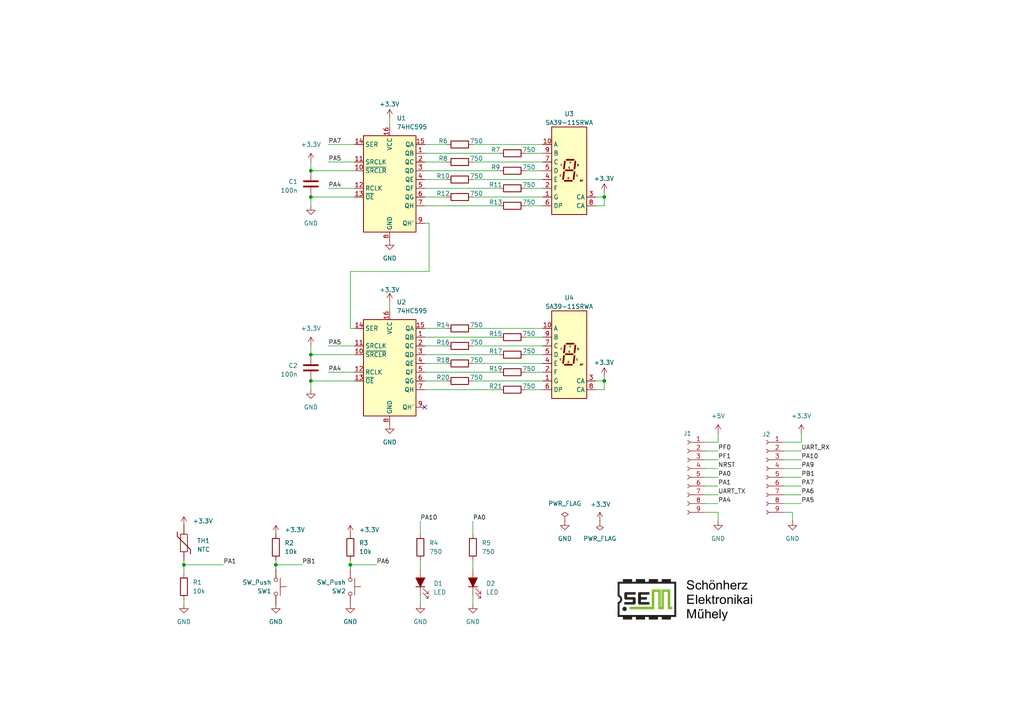
<source format=kicad_sch>
(kicad_sch
	(version 20231120)
	(generator "eeschema")
	(generator_version "8.0")
	(uuid "805732fc-2965-45cc-b364-e77e100b39c6")
	(paper "A4")
	(title_block
		(title "SEM tanfolyam alappanel")
		(rev "A")
	)
	(lib_symbols
		(symbol "74xx:74HC595"
			(exclude_from_sim no)
			(in_bom yes)
			(on_board yes)
			(property "Reference" "U"
				(at -7.62 13.97 0)
				(effects
					(font
						(size 1.27 1.27)
					)
				)
			)
			(property "Value" "74HC595"
				(at -7.62 -16.51 0)
				(effects
					(font
						(size 1.27 1.27)
					)
				)
			)
			(property "Footprint" ""
				(at 0 0 0)
				(effects
					(font
						(size 1.27 1.27)
					)
					(hide yes)
				)
			)
			(property "Datasheet" "http://www.ti.com/lit/ds/symlink/sn74hc595.pdf"
				(at 0 0 0)
				(effects
					(font
						(size 1.27 1.27)
					)
					(hide yes)
				)
			)
			(property "Description" "8-bit serial in/out Shift Register 3-State Outputs"
				(at 0 0 0)
				(effects
					(font
						(size 1.27 1.27)
					)
					(hide yes)
				)
			)
			(property "ki_keywords" "HCMOS SR 3State"
				(at 0 0 0)
				(effects
					(font
						(size 1.27 1.27)
					)
					(hide yes)
				)
			)
			(property "ki_fp_filters" "DIP*W7.62mm* SOIC*3.9x9.9mm*P1.27mm* TSSOP*4.4x5mm*P0.65mm* SOIC*5.3x10.2mm*P1.27mm* SOIC*7.5x10.3mm*P1.27mm*"
				(at 0 0 0)
				(effects
					(font
						(size 1.27 1.27)
					)
					(hide yes)
				)
			)
			(symbol "74HC595_1_0"
				(pin tri_state line
					(at 10.16 7.62 180)
					(length 2.54)
					(name "QB"
						(effects
							(font
								(size 1.27 1.27)
							)
						)
					)
					(number "1"
						(effects
							(font
								(size 1.27 1.27)
							)
						)
					)
				)
				(pin input line
					(at -10.16 2.54 0)
					(length 2.54)
					(name "~{SRCLR}"
						(effects
							(font
								(size 1.27 1.27)
							)
						)
					)
					(number "10"
						(effects
							(font
								(size 1.27 1.27)
							)
						)
					)
				)
				(pin input line
					(at -10.16 5.08 0)
					(length 2.54)
					(name "SRCLK"
						(effects
							(font
								(size 1.27 1.27)
							)
						)
					)
					(number "11"
						(effects
							(font
								(size 1.27 1.27)
							)
						)
					)
				)
				(pin input line
					(at -10.16 -2.54 0)
					(length 2.54)
					(name "RCLK"
						(effects
							(font
								(size 1.27 1.27)
							)
						)
					)
					(number "12"
						(effects
							(font
								(size 1.27 1.27)
							)
						)
					)
				)
				(pin input line
					(at -10.16 -5.08 0)
					(length 2.54)
					(name "~{OE}"
						(effects
							(font
								(size 1.27 1.27)
							)
						)
					)
					(number "13"
						(effects
							(font
								(size 1.27 1.27)
							)
						)
					)
				)
				(pin input line
					(at -10.16 10.16 0)
					(length 2.54)
					(name "SER"
						(effects
							(font
								(size 1.27 1.27)
							)
						)
					)
					(number "14"
						(effects
							(font
								(size 1.27 1.27)
							)
						)
					)
				)
				(pin tri_state line
					(at 10.16 10.16 180)
					(length 2.54)
					(name "QA"
						(effects
							(font
								(size 1.27 1.27)
							)
						)
					)
					(number "15"
						(effects
							(font
								(size 1.27 1.27)
							)
						)
					)
				)
				(pin power_in line
					(at 0 15.24 270)
					(length 2.54)
					(name "VCC"
						(effects
							(font
								(size 1.27 1.27)
							)
						)
					)
					(number "16"
						(effects
							(font
								(size 1.27 1.27)
							)
						)
					)
				)
				(pin tri_state line
					(at 10.16 5.08 180)
					(length 2.54)
					(name "QC"
						(effects
							(font
								(size 1.27 1.27)
							)
						)
					)
					(number "2"
						(effects
							(font
								(size 1.27 1.27)
							)
						)
					)
				)
				(pin tri_state line
					(at 10.16 2.54 180)
					(length 2.54)
					(name "QD"
						(effects
							(font
								(size 1.27 1.27)
							)
						)
					)
					(number "3"
						(effects
							(font
								(size 1.27 1.27)
							)
						)
					)
				)
				(pin tri_state line
					(at 10.16 0 180)
					(length 2.54)
					(name "QE"
						(effects
							(font
								(size 1.27 1.27)
							)
						)
					)
					(number "4"
						(effects
							(font
								(size 1.27 1.27)
							)
						)
					)
				)
				(pin tri_state line
					(at 10.16 -2.54 180)
					(length 2.54)
					(name "QF"
						(effects
							(font
								(size 1.27 1.27)
							)
						)
					)
					(number "5"
						(effects
							(font
								(size 1.27 1.27)
							)
						)
					)
				)
				(pin tri_state line
					(at 10.16 -5.08 180)
					(length 2.54)
					(name "QG"
						(effects
							(font
								(size 1.27 1.27)
							)
						)
					)
					(number "6"
						(effects
							(font
								(size 1.27 1.27)
							)
						)
					)
				)
				(pin tri_state line
					(at 10.16 -7.62 180)
					(length 2.54)
					(name "QH"
						(effects
							(font
								(size 1.27 1.27)
							)
						)
					)
					(number "7"
						(effects
							(font
								(size 1.27 1.27)
							)
						)
					)
				)
				(pin power_in line
					(at 0 -17.78 90)
					(length 2.54)
					(name "GND"
						(effects
							(font
								(size 1.27 1.27)
							)
						)
					)
					(number "8"
						(effects
							(font
								(size 1.27 1.27)
							)
						)
					)
				)
				(pin output line
					(at 10.16 -12.7 180)
					(length 2.54)
					(name "QH'"
						(effects
							(font
								(size 1.27 1.27)
							)
						)
					)
					(number "9"
						(effects
							(font
								(size 1.27 1.27)
							)
						)
					)
				)
			)
			(symbol "74HC595_1_1"
				(rectangle
					(start -7.62 12.7)
					(end 7.62 -15.24)
					(stroke
						(width 0.254)
						(type default)
					)
					(fill
						(type background)
					)
				)
			)
		)
		(symbol "Connector:Conn_01x09_Socket"
			(pin_names
				(offset 1.016) hide)
			(exclude_from_sim no)
			(in_bom yes)
			(on_board yes)
			(property "Reference" "J"
				(at 0 12.7 0)
				(effects
					(font
						(size 1.27 1.27)
					)
				)
			)
			(property "Value" "Conn_01x09_Socket"
				(at 0 -12.7 0)
				(effects
					(font
						(size 1.27 1.27)
					)
				)
			)
			(property "Footprint" ""
				(at 0 0 0)
				(effects
					(font
						(size 1.27 1.27)
					)
					(hide yes)
				)
			)
			(property "Datasheet" "~"
				(at 0 0 0)
				(effects
					(font
						(size 1.27 1.27)
					)
					(hide yes)
				)
			)
			(property "Description" "Generic connector, single row, 01x09, script generated"
				(at 0 0 0)
				(effects
					(font
						(size 1.27 1.27)
					)
					(hide yes)
				)
			)
			(property "ki_locked" ""
				(at 0 0 0)
				(effects
					(font
						(size 1.27 1.27)
					)
				)
			)
			(property "ki_keywords" "connector"
				(at 0 0 0)
				(effects
					(font
						(size 1.27 1.27)
					)
					(hide yes)
				)
			)
			(property "ki_fp_filters" "Connector*:*_1x??_*"
				(at 0 0 0)
				(effects
					(font
						(size 1.27 1.27)
					)
					(hide yes)
				)
			)
			(symbol "Conn_01x09_Socket_1_1"
				(arc
					(start 0 -9.652)
					(mid -0.5058 -10.16)
					(end 0 -10.668)
					(stroke
						(width 0.1524)
						(type default)
					)
					(fill
						(type none)
					)
				)
				(arc
					(start 0 -7.112)
					(mid -0.5058 -7.62)
					(end 0 -8.128)
					(stroke
						(width 0.1524)
						(type default)
					)
					(fill
						(type none)
					)
				)
				(arc
					(start 0 -4.572)
					(mid -0.5058 -5.08)
					(end 0 -5.588)
					(stroke
						(width 0.1524)
						(type default)
					)
					(fill
						(type none)
					)
				)
				(arc
					(start 0 -2.032)
					(mid -0.5058 -2.54)
					(end 0 -3.048)
					(stroke
						(width 0.1524)
						(type default)
					)
					(fill
						(type none)
					)
				)
				(polyline
					(pts
						(xy -1.27 -10.16) (xy -0.508 -10.16)
					)
					(stroke
						(width 0.1524)
						(type default)
					)
					(fill
						(type none)
					)
				)
				(polyline
					(pts
						(xy -1.27 -7.62) (xy -0.508 -7.62)
					)
					(stroke
						(width 0.1524)
						(type default)
					)
					(fill
						(type none)
					)
				)
				(polyline
					(pts
						(xy -1.27 -5.08) (xy -0.508 -5.08)
					)
					(stroke
						(width 0.1524)
						(type default)
					)
					(fill
						(type none)
					)
				)
				(polyline
					(pts
						(xy -1.27 -2.54) (xy -0.508 -2.54)
					)
					(stroke
						(width 0.1524)
						(type default)
					)
					(fill
						(type none)
					)
				)
				(polyline
					(pts
						(xy -1.27 0) (xy -0.508 0)
					)
					(stroke
						(width 0.1524)
						(type default)
					)
					(fill
						(type none)
					)
				)
				(polyline
					(pts
						(xy -1.27 2.54) (xy -0.508 2.54)
					)
					(stroke
						(width 0.1524)
						(type default)
					)
					(fill
						(type none)
					)
				)
				(polyline
					(pts
						(xy -1.27 5.08) (xy -0.508 5.08)
					)
					(stroke
						(width 0.1524)
						(type default)
					)
					(fill
						(type none)
					)
				)
				(polyline
					(pts
						(xy -1.27 7.62) (xy -0.508 7.62)
					)
					(stroke
						(width 0.1524)
						(type default)
					)
					(fill
						(type none)
					)
				)
				(polyline
					(pts
						(xy -1.27 10.16) (xy -0.508 10.16)
					)
					(stroke
						(width 0.1524)
						(type default)
					)
					(fill
						(type none)
					)
				)
				(arc
					(start 0 0.508)
					(mid -0.5058 0)
					(end 0 -0.508)
					(stroke
						(width 0.1524)
						(type default)
					)
					(fill
						(type none)
					)
				)
				(arc
					(start 0 3.048)
					(mid -0.5058 2.54)
					(end 0 2.032)
					(stroke
						(width 0.1524)
						(type default)
					)
					(fill
						(type none)
					)
				)
				(arc
					(start 0 5.588)
					(mid -0.5058 5.08)
					(end 0 4.572)
					(stroke
						(width 0.1524)
						(type default)
					)
					(fill
						(type none)
					)
				)
				(arc
					(start 0 8.128)
					(mid -0.5058 7.62)
					(end 0 7.112)
					(stroke
						(width 0.1524)
						(type default)
					)
					(fill
						(type none)
					)
				)
				(arc
					(start 0 10.668)
					(mid -0.5058 10.16)
					(end 0 9.652)
					(stroke
						(width 0.1524)
						(type default)
					)
					(fill
						(type none)
					)
				)
				(pin passive line
					(at -5.08 10.16 0)
					(length 3.81)
					(name "Pin_1"
						(effects
							(font
								(size 1.27 1.27)
							)
						)
					)
					(number "1"
						(effects
							(font
								(size 1.27 1.27)
							)
						)
					)
				)
				(pin passive line
					(at -5.08 7.62 0)
					(length 3.81)
					(name "Pin_2"
						(effects
							(font
								(size 1.27 1.27)
							)
						)
					)
					(number "2"
						(effects
							(font
								(size 1.27 1.27)
							)
						)
					)
				)
				(pin passive line
					(at -5.08 5.08 0)
					(length 3.81)
					(name "Pin_3"
						(effects
							(font
								(size 1.27 1.27)
							)
						)
					)
					(number "3"
						(effects
							(font
								(size 1.27 1.27)
							)
						)
					)
				)
				(pin passive line
					(at -5.08 2.54 0)
					(length 3.81)
					(name "Pin_4"
						(effects
							(font
								(size 1.27 1.27)
							)
						)
					)
					(number "4"
						(effects
							(font
								(size 1.27 1.27)
							)
						)
					)
				)
				(pin passive line
					(at -5.08 0 0)
					(length 3.81)
					(name "Pin_5"
						(effects
							(font
								(size 1.27 1.27)
							)
						)
					)
					(number "5"
						(effects
							(font
								(size 1.27 1.27)
							)
						)
					)
				)
				(pin passive line
					(at -5.08 -2.54 0)
					(length 3.81)
					(name "Pin_6"
						(effects
							(font
								(size 1.27 1.27)
							)
						)
					)
					(number "6"
						(effects
							(font
								(size 1.27 1.27)
							)
						)
					)
				)
				(pin passive line
					(at -5.08 -5.08 0)
					(length 3.81)
					(name "Pin_7"
						(effects
							(font
								(size 1.27 1.27)
							)
						)
					)
					(number "7"
						(effects
							(font
								(size 1.27 1.27)
							)
						)
					)
				)
				(pin passive line
					(at -5.08 -7.62 0)
					(length 3.81)
					(name "Pin_8"
						(effects
							(font
								(size 1.27 1.27)
							)
						)
					)
					(number "8"
						(effects
							(font
								(size 1.27 1.27)
							)
						)
					)
				)
				(pin passive line
					(at -5.08 -10.16 0)
					(length 3.81)
					(name "Pin_9"
						(effects
							(font
								(size 1.27 1.27)
							)
						)
					)
					(number "9"
						(effects
							(font
								(size 1.27 1.27)
							)
						)
					)
				)
			)
		)
		(symbol "Device:C"
			(pin_numbers hide)
			(pin_names
				(offset 0.254)
			)
			(exclude_from_sim no)
			(in_bom yes)
			(on_board yes)
			(property "Reference" "C"
				(at 0.635 2.54 0)
				(effects
					(font
						(size 1.27 1.27)
					)
					(justify left)
				)
			)
			(property "Value" "C"
				(at 0.635 -2.54 0)
				(effects
					(font
						(size 1.27 1.27)
					)
					(justify left)
				)
			)
			(property "Footprint" ""
				(at 0.9652 -3.81 0)
				(effects
					(font
						(size 1.27 1.27)
					)
					(hide yes)
				)
			)
			(property "Datasheet" "~"
				(at 0 0 0)
				(effects
					(font
						(size 1.27 1.27)
					)
					(hide yes)
				)
			)
			(property "Description" "Unpolarized capacitor"
				(at 0 0 0)
				(effects
					(font
						(size 1.27 1.27)
					)
					(hide yes)
				)
			)
			(property "ki_keywords" "cap capacitor"
				(at 0 0 0)
				(effects
					(font
						(size 1.27 1.27)
					)
					(hide yes)
				)
			)
			(property "ki_fp_filters" "C_*"
				(at 0 0 0)
				(effects
					(font
						(size 1.27 1.27)
					)
					(hide yes)
				)
			)
			(symbol "C_0_1"
				(polyline
					(pts
						(xy -2.032 -0.762) (xy 2.032 -0.762)
					)
					(stroke
						(width 0.508)
						(type default)
					)
					(fill
						(type none)
					)
				)
				(polyline
					(pts
						(xy -2.032 0.762) (xy 2.032 0.762)
					)
					(stroke
						(width 0.508)
						(type default)
					)
					(fill
						(type none)
					)
				)
			)
			(symbol "C_1_1"
				(pin passive line
					(at 0 3.81 270)
					(length 2.794)
					(name "~"
						(effects
							(font
								(size 1.27 1.27)
							)
						)
					)
					(number "1"
						(effects
							(font
								(size 1.27 1.27)
							)
						)
					)
				)
				(pin passive line
					(at 0 -3.81 90)
					(length 2.794)
					(name "~"
						(effects
							(font
								(size 1.27 1.27)
							)
						)
					)
					(number "2"
						(effects
							(font
								(size 1.27 1.27)
							)
						)
					)
				)
			)
		)
		(symbol "Device:LED_Filled"
			(pin_numbers hide)
			(pin_names
				(offset 1.016) hide)
			(exclude_from_sim no)
			(in_bom yes)
			(on_board yes)
			(property "Reference" "D"
				(at 0 2.54 0)
				(effects
					(font
						(size 1.27 1.27)
					)
				)
			)
			(property "Value" "LED_Filled"
				(at 0 -2.54 0)
				(effects
					(font
						(size 1.27 1.27)
					)
				)
			)
			(property "Footprint" ""
				(at 0 0 0)
				(effects
					(font
						(size 1.27 1.27)
					)
					(hide yes)
				)
			)
			(property "Datasheet" "~"
				(at 0 0 0)
				(effects
					(font
						(size 1.27 1.27)
					)
					(hide yes)
				)
			)
			(property "Description" "Light emitting diode, filled shape"
				(at 0 0 0)
				(effects
					(font
						(size 1.27 1.27)
					)
					(hide yes)
				)
			)
			(property "ki_keywords" "LED diode"
				(at 0 0 0)
				(effects
					(font
						(size 1.27 1.27)
					)
					(hide yes)
				)
			)
			(property "ki_fp_filters" "LED* LED_SMD:* LED_THT:*"
				(at 0 0 0)
				(effects
					(font
						(size 1.27 1.27)
					)
					(hide yes)
				)
			)
			(symbol "LED_Filled_0_1"
				(polyline
					(pts
						(xy -1.27 -1.27) (xy -1.27 1.27)
					)
					(stroke
						(width 0.254)
						(type default)
					)
					(fill
						(type none)
					)
				)
				(polyline
					(pts
						(xy -1.27 0) (xy 1.27 0)
					)
					(stroke
						(width 0)
						(type default)
					)
					(fill
						(type none)
					)
				)
				(polyline
					(pts
						(xy 1.27 -1.27) (xy 1.27 1.27) (xy -1.27 0) (xy 1.27 -1.27)
					)
					(stroke
						(width 0.254)
						(type default)
					)
					(fill
						(type outline)
					)
				)
				(polyline
					(pts
						(xy -3.048 -0.762) (xy -4.572 -2.286) (xy -3.81 -2.286) (xy -4.572 -2.286) (xy -4.572 -1.524)
					)
					(stroke
						(width 0)
						(type default)
					)
					(fill
						(type none)
					)
				)
				(polyline
					(pts
						(xy -1.778 -0.762) (xy -3.302 -2.286) (xy -2.54 -2.286) (xy -3.302 -2.286) (xy -3.302 -1.524)
					)
					(stroke
						(width 0)
						(type default)
					)
					(fill
						(type none)
					)
				)
			)
			(symbol "LED_Filled_1_1"
				(pin passive line
					(at -3.81 0 0)
					(length 2.54)
					(name "K"
						(effects
							(font
								(size 1.27 1.27)
							)
						)
					)
					(number "1"
						(effects
							(font
								(size 1.27 1.27)
							)
						)
					)
				)
				(pin passive line
					(at 3.81 0 180)
					(length 2.54)
					(name "A"
						(effects
							(font
								(size 1.27 1.27)
							)
						)
					)
					(number "2"
						(effects
							(font
								(size 1.27 1.27)
							)
						)
					)
				)
			)
		)
		(symbol "Device:R"
			(pin_numbers hide)
			(pin_names
				(offset 0)
			)
			(exclude_from_sim no)
			(in_bom yes)
			(on_board yes)
			(property "Reference" "R"
				(at 2.032 0 90)
				(effects
					(font
						(size 1.27 1.27)
					)
				)
			)
			(property "Value" "R"
				(at 0 0 90)
				(effects
					(font
						(size 1.27 1.27)
					)
				)
			)
			(property "Footprint" ""
				(at -1.778 0 90)
				(effects
					(font
						(size 1.27 1.27)
					)
					(hide yes)
				)
			)
			(property "Datasheet" "~"
				(at 0 0 0)
				(effects
					(font
						(size 1.27 1.27)
					)
					(hide yes)
				)
			)
			(property "Description" "Resistor"
				(at 0 0 0)
				(effects
					(font
						(size 1.27 1.27)
					)
					(hide yes)
				)
			)
			(property "ki_keywords" "R res resistor"
				(at 0 0 0)
				(effects
					(font
						(size 1.27 1.27)
					)
					(hide yes)
				)
			)
			(property "ki_fp_filters" "R_*"
				(at 0 0 0)
				(effects
					(font
						(size 1.27 1.27)
					)
					(hide yes)
				)
			)
			(symbol "R_0_1"
				(rectangle
					(start -1.016 -2.54)
					(end 1.016 2.54)
					(stroke
						(width 0.254)
						(type default)
					)
					(fill
						(type none)
					)
				)
			)
			(symbol "R_1_1"
				(pin passive line
					(at 0 3.81 270)
					(length 1.27)
					(name "~"
						(effects
							(font
								(size 1.27 1.27)
							)
						)
					)
					(number "1"
						(effects
							(font
								(size 1.27 1.27)
							)
						)
					)
				)
				(pin passive line
					(at 0 -3.81 90)
					(length 1.27)
					(name "~"
						(effects
							(font
								(size 1.27 1.27)
							)
						)
					)
					(number "2"
						(effects
							(font
								(size 1.27 1.27)
							)
						)
					)
				)
			)
		)
		(symbol "Device:Thermistor"
			(pin_numbers hide)
			(pin_names
				(offset 0)
			)
			(exclude_from_sim no)
			(in_bom yes)
			(on_board yes)
			(property "Reference" "TH"
				(at 2.54 1.27 90)
				(effects
					(font
						(size 1.27 1.27)
					)
				)
			)
			(property "Value" "Thermistor"
				(at -2.54 0 90)
				(effects
					(font
						(size 1.27 1.27)
					)
					(justify bottom)
				)
			)
			(property "Footprint" ""
				(at 0 0 0)
				(effects
					(font
						(size 1.27 1.27)
					)
					(hide yes)
				)
			)
			(property "Datasheet" "~"
				(at 0 0 0)
				(effects
					(font
						(size 1.27 1.27)
					)
					(hide yes)
				)
			)
			(property "Description" "Temperature dependent resistor"
				(at 0 0 0)
				(effects
					(font
						(size 1.27 1.27)
					)
					(hide yes)
				)
			)
			(property "ki_keywords" "R res thermistor"
				(at 0 0 0)
				(effects
					(font
						(size 1.27 1.27)
					)
					(hide yes)
				)
			)
			(property "ki_fp_filters" "R_*"
				(at 0 0 0)
				(effects
					(font
						(size 1.27 1.27)
					)
					(hide yes)
				)
			)
			(symbol "Thermistor_0_1"
				(rectangle
					(start -1.016 2.54)
					(end 1.016 -2.54)
					(stroke
						(width 0.2032)
						(type default)
					)
					(fill
						(type none)
					)
				)
				(polyline
					(pts
						(xy -1.905 3.175) (xy -1.905 1.905) (xy 1.905 -1.905) (xy 1.905 -3.175) (xy 1.905 -3.175)
					)
					(stroke
						(width 0.254)
						(type default)
					)
					(fill
						(type none)
					)
				)
			)
			(symbol "Thermistor_1_1"
				(pin passive line
					(at 0 5.08 270)
					(length 2.54)
					(name "~"
						(effects
							(font
								(size 1.27 1.27)
							)
						)
					)
					(number "1"
						(effects
							(font
								(size 1.27 1.27)
							)
						)
					)
				)
				(pin passive line
					(at 0 -5.08 90)
					(length 2.54)
					(name "~"
						(effects
							(font
								(size 1.27 1.27)
							)
						)
					)
					(number "2"
						(effects
							(font
								(size 1.27 1.27)
							)
						)
					)
				)
			)
		)
		(symbol "Display_Character:SA39-11SRWA"
			(exclude_from_sim no)
			(in_bom yes)
			(on_board yes)
			(property "Reference" "U"
				(at -3.81 13.97 0)
				(effects
					(font
						(size 1.27 1.27)
					)
				)
			)
			(property "Value" "SA39-11SRWA"
				(at 6.35 13.97 0)
				(effects
					(font
						(size 1.27 1.27)
					)
				)
			)
			(property "Footprint" "Display_7Segment:Sx39-1xxxxx"
				(at 0 -13.97 0)
				(effects
					(font
						(size 1.27 1.27)
					)
					(hide yes)
				)
			)
			(property "Datasheet" "http://www.kingbrightusa.com/images/catalog/SPEC/sa39-11srwa.pdf"
				(at 0 0 0)
				(effects
					(font
						(size 1.27 1.27)
					)
					(hide yes)
				)
			)
			(property "Description" "Single digit 7 segment display, super bright red, common anode"
				(at 0 0 0)
				(effects
					(font
						(size 1.27 1.27)
					)
					(hide yes)
				)
			)
			(property "ki_keywords" "display LED 7-segment"
				(at 0 0 0)
				(effects
					(font
						(size 1.27 1.27)
					)
					(hide yes)
				)
			)
			(property "ki_fp_filters" "S?39?1*"
				(at 0 0 0)
				(effects
					(font
						(size 1.27 1.27)
					)
					(hide yes)
				)
			)
			(symbol "SA39-11SRWA_1_0"
				(text "A"
					(at 0.254 2.413 0)
					(effects
						(font
							(size 0.508 0.508)
						)
					)
				)
				(text "B"
					(at 2.54 1.651 0)
					(effects
						(font
							(size 0.508 0.508)
						)
					)
				)
				(text "C"
					(at 2.286 -1.397 0)
					(effects
						(font
							(size 0.508 0.508)
						)
					)
				)
				(text "D"
					(at -0.254 -2.159 0)
					(effects
						(font
							(size 0.508 0.508)
						)
					)
				)
				(text "DP"
					(at 3.556 -2.921 0)
					(effects
						(font
							(size 0.508 0.508)
						)
					)
				)
				(text "E"
					(at -2.54 -1.397 0)
					(effects
						(font
							(size 0.508 0.508)
						)
					)
				)
				(text "F"
					(at -2.286 1.651 0)
					(effects
						(font
							(size 0.508 0.508)
						)
					)
				)
				(text "G"
					(at 0 0.889 0)
					(effects
						(font
							(size 0.508 0.508)
						)
					)
				)
			)
			(symbol "SA39-11SRWA_1_1"
				(rectangle
					(start -5.08 12.7)
					(end 5.08 -12.7)
					(stroke
						(width 0.254)
						(type default)
					)
					(fill
						(type background)
					)
				)
				(polyline
					(pts
						(xy -1.524 -0.381) (xy -1.778 -2.413)
					)
					(stroke
						(width 0.508)
						(type default)
					)
					(fill
						(type none)
					)
				)
				(polyline
					(pts
						(xy -1.27 -2.921) (xy 0.762 -2.921)
					)
					(stroke
						(width 0.508)
						(type default)
					)
					(fill
						(type none)
					)
				)
				(polyline
					(pts
						(xy -1.27 2.667) (xy -1.524 0.635)
					)
					(stroke
						(width 0.508)
						(type default)
					)
					(fill
						(type none)
					)
				)
				(polyline
					(pts
						(xy -1.016 0.127) (xy 1.016 0.127)
					)
					(stroke
						(width 0.508)
						(type default)
					)
					(fill
						(type none)
					)
				)
				(polyline
					(pts
						(xy -0.762 3.175) (xy 1.27 3.175)
					)
					(stroke
						(width 0.508)
						(type default)
					)
					(fill
						(type none)
					)
				)
				(polyline
					(pts
						(xy 1.524 -0.381) (xy 1.27 -2.413)
					)
					(stroke
						(width 0.508)
						(type default)
					)
					(fill
						(type none)
					)
				)
				(polyline
					(pts
						(xy 1.778 2.667) (xy 1.524 0.635)
					)
					(stroke
						(width 0.508)
						(type default)
					)
					(fill
						(type none)
					)
				)
				(polyline
					(pts
						(xy 2.54 -2.921) (xy 2.54 -2.921)
					)
					(stroke
						(width 0.508)
						(type default)
					)
					(fill
						(type none)
					)
				)
				(pin input line
					(at -7.62 -7.62 0)
					(length 2.54)
					(name "G"
						(effects
							(font
								(size 1.27 1.27)
							)
						)
					)
					(number "1"
						(effects
							(font
								(size 1.27 1.27)
							)
						)
					)
				)
				(pin input line
					(at -7.62 7.62 0)
					(length 2.54)
					(name "A"
						(effects
							(font
								(size 1.27 1.27)
							)
						)
					)
					(number "10"
						(effects
							(font
								(size 1.27 1.27)
							)
						)
					)
				)
				(pin input line
					(at -7.62 -5.08 0)
					(length 2.54)
					(name "F"
						(effects
							(font
								(size 1.27 1.27)
							)
						)
					)
					(number "2"
						(effects
							(font
								(size 1.27 1.27)
							)
						)
					)
				)
				(pin input line
					(at 7.62 -7.62 180)
					(length 2.54)
					(name "CA"
						(effects
							(font
								(size 1.27 1.27)
							)
						)
					)
					(number "3"
						(effects
							(font
								(size 1.27 1.27)
							)
						)
					)
				)
				(pin input line
					(at -7.62 -2.54 0)
					(length 2.54)
					(name "E"
						(effects
							(font
								(size 1.27 1.27)
							)
						)
					)
					(number "4"
						(effects
							(font
								(size 1.27 1.27)
							)
						)
					)
				)
				(pin input line
					(at -7.62 0 0)
					(length 2.54)
					(name "D"
						(effects
							(font
								(size 1.27 1.27)
							)
						)
					)
					(number "5"
						(effects
							(font
								(size 1.27 1.27)
							)
						)
					)
				)
				(pin input line
					(at -7.62 -10.16 0)
					(length 2.54)
					(name "DP"
						(effects
							(font
								(size 1.27 1.27)
							)
						)
					)
					(number "6"
						(effects
							(font
								(size 1.27 1.27)
							)
						)
					)
				)
				(pin input line
					(at -7.62 2.54 0)
					(length 2.54)
					(name "C"
						(effects
							(font
								(size 1.27 1.27)
							)
						)
					)
					(number "7"
						(effects
							(font
								(size 1.27 1.27)
							)
						)
					)
				)
				(pin input line
					(at 7.62 -10.16 180)
					(length 2.54)
					(name "CA"
						(effects
							(font
								(size 1.27 1.27)
							)
						)
					)
					(number "8"
						(effects
							(font
								(size 1.27 1.27)
							)
						)
					)
				)
				(pin input line
					(at -7.62 5.08 0)
					(length 2.54)
					(name "B"
						(effects
							(font
								(size 1.27 1.27)
							)
						)
					)
					(number "9"
						(effects
							(font
								(size 1.27 1.27)
							)
						)
					)
				)
			)
		)
		(symbol "Switch:SW_Push"
			(pin_numbers hide)
			(pin_names
				(offset 1.016) hide)
			(exclude_from_sim no)
			(in_bom yes)
			(on_board yes)
			(property "Reference" "SW"
				(at 1.27 2.54 0)
				(effects
					(font
						(size 1.27 1.27)
					)
					(justify left)
				)
			)
			(property "Value" "SW_Push"
				(at 0 -1.524 0)
				(effects
					(font
						(size 1.27 1.27)
					)
				)
			)
			(property "Footprint" ""
				(at 0 5.08 0)
				(effects
					(font
						(size 1.27 1.27)
					)
					(hide yes)
				)
			)
			(property "Datasheet" "~"
				(at 0 5.08 0)
				(effects
					(font
						(size 1.27 1.27)
					)
					(hide yes)
				)
			)
			(property "Description" "Push button switch, generic, two pins"
				(at 0 0 0)
				(effects
					(font
						(size 1.27 1.27)
					)
					(hide yes)
				)
			)
			(property "ki_keywords" "switch normally-open pushbutton push-button"
				(at 0 0 0)
				(effects
					(font
						(size 1.27 1.27)
					)
					(hide yes)
				)
			)
			(symbol "SW_Push_0_1"
				(circle
					(center -2.032 0)
					(radius 0.508)
					(stroke
						(width 0)
						(type default)
					)
					(fill
						(type none)
					)
				)
				(polyline
					(pts
						(xy 0 1.27) (xy 0 3.048)
					)
					(stroke
						(width 0)
						(type default)
					)
					(fill
						(type none)
					)
				)
				(polyline
					(pts
						(xy 2.54 1.27) (xy -2.54 1.27)
					)
					(stroke
						(width 0)
						(type default)
					)
					(fill
						(type none)
					)
				)
				(circle
					(center 2.032 0)
					(radius 0.508)
					(stroke
						(width 0)
						(type default)
					)
					(fill
						(type none)
					)
				)
				(pin passive line
					(at -5.08 0 0)
					(length 2.54)
					(name "1"
						(effects
							(font
								(size 1.27 1.27)
							)
						)
					)
					(number "1"
						(effects
							(font
								(size 1.27 1.27)
							)
						)
					)
				)
				(pin passive line
					(at 5.08 0 180)
					(length 2.54)
					(name "2"
						(effects
							(font
								(size 1.27 1.27)
							)
						)
					)
					(number "2"
						(effects
							(font
								(size 1.27 1.27)
							)
						)
					)
				)
			)
		)
		(symbol "power:+3.3V"
			(power)
			(pin_numbers hide)
			(pin_names
				(offset 0) hide)
			(exclude_from_sim no)
			(in_bom yes)
			(on_board yes)
			(property "Reference" "#PWR"
				(at 0 -3.81 0)
				(effects
					(font
						(size 1.27 1.27)
					)
					(hide yes)
				)
			)
			(property "Value" "+3.3V"
				(at 0 3.556 0)
				(effects
					(font
						(size 1.27 1.27)
					)
				)
			)
			(property "Footprint" ""
				(at 0 0 0)
				(effects
					(font
						(size 1.27 1.27)
					)
					(hide yes)
				)
			)
			(property "Datasheet" ""
				(at 0 0 0)
				(effects
					(font
						(size 1.27 1.27)
					)
					(hide yes)
				)
			)
			(property "Description" "Power symbol creates a global label with name \"+3.3V\""
				(at 0 0 0)
				(effects
					(font
						(size 1.27 1.27)
					)
					(hide yes)
				)
			)
			(property "ki_keywords" "global power"
				(at 0 0 0)
				(effects
					(font
						(size 1.27 1.27)
					)
					(hide yes)
				)
			)
			(symbol "+3.3V_0_1"
				(polyline
					(pts
						(xy -0.762 1.27) (xy 0 2.54)
					)
					(stroke
						(width 0)
						(type default)
					)
					(fill
						(type none)
					)
				)
				(polyline
					(pts
						(xy 0 0) (xy 0 2.54)
					)
					(stroke
						(width 0)
						(type default)
					)
					(fill
						(type none)
					)
				)
				(polyline
					(pts
						(xy 0 2.54) (xy 0.762 1.27)
					)
					(stroke
						(width 0)
						(type default)
					)
					(fill
						(type none)
					)
				)
			)
			(symbol "+3.3V_1_1"
				(pin power_in line
					(at 0 0 90)
					(length 0)
					(name "~"
						(effects
							(font
								(size 1.27 1.27)
							)
						)
					)
					(number "1"
						(effects
							(font
								(size 1.27 1.27)
							)
						)
					)
				)
			)
		)
		(symbol "power:+5V"
			(power)
			(pin_numbers hide)
			(pin_names
				(offset 0) hide)
			(exclude_from_sim no)
			(in_bom yes)
			(on_board yes)
			(property "Reference" "#PWR"
				(at 0 -3.81 0)
				(effects
					(font
						(size 1.27 1.27)
					)
					(hide yes)
				)
			)
			(property "Value" "+5V"
				(at 0 3.556 0)
				(effects
					(font
						(size 1.27 1.27)
					)
				)
			)
			(property "Footprint" ""
				(at 0 0 0)
				(effects
					(font
						(size 1.27 1.27)
					)
					(hide yes)
				)
			)
			(property "Datasheet" ""
				(at 0 0 0)
				(effects
					(font
						(size 1.27 1.27)
					)
					(hide yes)
				)
			)
			(property "Description" "Power symbol creates a global label with name \"+5V\""
				(at 0 0 0)
				(effects
					(font
						(size 1.27 1.27)
					)
					(hide yes)
				)
			)
			(property "ki_keywords" "global power"
				(at 0 0 0)
				(effects
					(font
						(size 1.27 1.27)
					)
					(hide yes)
				)
			)
			(symbol "+5V_0_1"
				(polyline
					(pts
						(xy -0.762 1.27) (xy 0 2.54)
					)
					(stroke
						(width 0)
						(type default)
					)
					(fill
						(type none)
					)
				)
				(polyline
					(pts
						(xy 0 0) (xy 0 2.54)
					)
					(stroke
						(width 0)
						(type default)
					)
					(fill
						(type none)
					)
				)
				(polyline
					(pts
						(xy 0 2.54) (xy 0.762 1.27)
					)
					(stroke
						(width 0)
						(type default)
					)
					(fill
						(type none)
					)
				)
			)
			(symbol "+5V_1_1"
				(pin power_in line
					(at 0 0 90)
					(length 0)
					(name "~"
						(effects
							(font
								(size 1.27 1.27)
							)
						)
					)
					(number "1"
						(effects
							(font
								(size 1.27 1.27)
							)
						)
					)
				)
			)
		)
		(symbol "power:GND"
			(power)
			(pin_numbers hide)
			(pin_names
				(offset 0) hide)
			(exclude_from_sim no)
			(in_bom yes)
			(on_board yes)
			(property "Reference" "#PWR"
				(at 0 -6.35 0)
				(effects
					(font
						(size 1.27 1.27)
					)
					(hide yes)
				)
			)
			(property "Value" "GND"
				(at 0 -3.81 0)
				(effects
					(font
						(size 1.27 1.27)
					)
				)
			)
			(property "Footprint" ""
				(at 0 0 0)
				(effects
					(font
						(size 1.27 1.27)
					)
					(hide yes)
				)
			)
			(property "Datasheet" ""
				(at 0 0 0)
				(effects
					(font
						(size 1.27 1.27)
					)
					(hide yes)
				)
			)
			(property "Description" "Power symbol creates a global label with name \"GND\" , ground"
				(at 0 0 0)
				(effects
					(font
						(size 1.27 1.27)
					)
					(hide yes)
				)
			)
			(property "ki_keywords" "global power"
				(at 0 0 0)
				(effects
					(font
						(size 1.27 1.27)
					)
					(hide yes)
				)
			)
			(symbol "GND_0_1"
				(polyline
					(pts
						(xy 0 0) (xy 0 -1.27) (xy 1.27 -1.27) (xy 0 -2.54) (xy -1.27 -1.27) (xy 0 -1.27)
					)
					(stroke
						(width 0)
						(type default)
					)
					(fill
						(type none)
					)
				)
			)
			(symbol "GND_1_1"
				(pin power_in line
					(at 0 0 270)
					(length 0)
					(name "~"
						(effects
							(font
								(size 1.27 1.27)
							)
						)
					)
					(number "1"
						(effects
							(font
								(size 1.27 1.27)
							)
						)
					)
				)
			)
		)
		(symbol "power:PWR_FLAG"
			(power)
			(pin_numbers hide)
			(pin_names
				(offset 0) hide)
			(exclude_from_sim no)
			(in_bom yes)
			(on_board yes)
			(property "Reference" "#FLG"
				(at 0 1.905 0)
				(effects
					(font
						(size 1.27 1.27)
					)
					(hide yes)
				)
			)
			(property "Value" "PWR_FLAG"
				(at 0 3.81 0)
				(effects
					(font
						(size 1.27 1.27)
					)
				)
			)
			(property "Footprint" ""
				(at 0 0 0)
				(effects
					(font
						(size 1.27 1.27)
					)
					(hide yes)
				)
			)
			(property "Datasheet" "~"
				(at 0 0 0)
				(effects
					(font
						(size 1.27 1.27)
					)
					(hide yes)
				)
			)
			(property "Description" "Special symbol for telling ERC where power comes from"
				(at 0 0 0)
				(effects
					(font
						(size 1.27 1.27)
					)
					(hide yes)
				)
			)
			(property "ki_keywords" "flag power"
				(at 0 0 0)
				(effects
					(font
						(size 1.27 1.27)
					)
					(hide yes)
				)
			)
			(symbol "PWR_FLAG_0_0"
				(pin power_out line
					(at 0 0 90)
					(length 0)
					(name "~"
						(effects
							(font
								(size 1.27 1.27)
							)
						)
					)
					(number "1"
						(effects
							(font
								(size 1.27 1.27)
							)
						)
					)
				)
			)
			(symbol "PWR_FLAG_0_1"
				(polyline
					(pts
						(xy 0 0) (xy 0 1.27) (xy -1.016 1.905) (xy 0 2.54) (xy 1.016 1.905) (xy 0 1.27)
					)
					(stroke
						(width 0)
						(type default)
					)
					(fill
						(type none)
					)
				)
			)
		)
		(symbol "power:VCC"
			(power)
			(pin_numbers hide)
			(pin_names
				(offset 0) hide)
			(exclude_from_sim no)
			(in_bom yes)
			(on_board yes)
			(property "Reference" "#PWR"
				(at 0 -3.81 0)
				(effects
					(font
						(size 1.27 1.27)
					)
					(hide yes)
				)
			)
			(property "Value" "VCC"
				(at 0 3.556 0)
				(effects
					(font
						(size 1.27 1.27)
					)
				)
			)
			(property "Footprint" ""
				(at 0 0 0)
				(effects
					(font
						(size 1.27 1.27)
					)
					(hide yes)
				)
			)
			(property "Datasheet" ""
				(at 0 0 0)
				(effects
					(font
						(size 1.27 1.27)
					)
					(hide yes)
				)
			)
			(property "Description" "Power symbol creates a global label with name \"VCC\""
				(at 0 0 0)
				(effects
					(font
						(size 1.27 1.27)
					)
					(hide yes)
				)
			)
			(property "ki_keywords" "global power"
				(at 0 0 0)
				(effects
					(font
						(size 1.27 1.27)
					)
					(hide yes)
				)
			)
			(symbol "VCC_0_1"
				(polyline
					(pts
						(xy -0.762 1.27) (xy 0 2.54)
					)
					(stroke
						(width 0)
						(type default)
					)
					(fill
						(type none)
					)
				)
				(polyline
					(pts
						(xy 0 0) (xy 0 2.54)
					)
					(stroke
						(width 0)
						(type default)
					)
					(fill
						(type none)
					)
				)
				(polyline
					(pts
						(xy 0 2.54) (xy 0.762 1.27)
					)
					(stroke
						(width 0)
						(type default)
					)
					(fill
						(type none)
					)
				)
			)
			(symbol "VCC_1_1"
				(pin power_in line
					(at 0 0 90)
					(length 0)
					(name "~"
						(effects
							(font
								(size 1.27 1.27)
							)
						)
					)
					(number "1"
						(effects
							(font
								(size 1.27 1.27)
							)
						)
					)
				)
			)
		)
	)
	(junction
		(at 90.17 57.15)
		(diameter 0)
		(color 0 0 0 0)
		(uuid "093585b5-e467-42cd-a67d-7a6789e38bac")
	)
	(junction
		(at 175.26 57.15)
		(diameter 0)
		(color 0 0 0 0)
		(uuid "2cf99fc1-9be6-43c0-aa0d-d5781a1a4df8")
	)
	(junction
		(at 175.26 110.49)
		(diameter 0)
		(color 0 0 0 0)
		(uuid "61edffaf-e771-4053-8c66-0066fbf10449")
	)
	(junction
		(at 53.34 163.83)
		(diameter 0)
		(color 0 0 0 0)
		(uuid "7f31583e-d388-41c6-a2a1-0ce8f8f3b822")
	)
	(junction
		(at 90.17 110.49)
		(diameter 0)
		(color 0 0 0 0)
		(uuid "81ba9417-faf5-47ab-9f36-3fd703226598")
	)
	(junction
		(at 90.17 49.53)
		(diameter 0)
		(color 0 0 0 0)
		(uuid "b5db10d2-7f26-41ce-a6cc-91f0c106527c")
	)
	(junction
		(at 80.01 163.83)
		(diameter 0)
		(color 0 0 0 0)
		(uuid "b79cd558-7792-4552-b78c-0f3f5ebc091b")
	)
	(junction
		(at 90.17 102.87)
		(diameter 0)
		(color 0 0 0 0)
		(uuid "b852b74d-b18f-4180-a8e3-dbec31ef784c")
	)
	(junction
		(at 101.6 163.83)
		(diameter 0)
		(color 0 0 0 0)
		(uuid "d806dfe1-834c-4f4f-b2b4-cf4db8e0d5b1")
	)
	(no_connect
		(at 123.19 118.11)
		(uuid "5908a433-8758-4ab7-be6b-7f71ffd1360b")
	)
	(wire
		(pts
			(xy 229.87 148.59) (xy 229.87 151.13)
		)
		(stroke
			(width 0)
			(type default)
		)
		(uuid "001d45c1-88fd-448b-9763-d67fbfc92139")
	)
	(wire
		(pts
			(xy 129.54 46.99) (xy 123.19 46.99)
		)
		(stroke
			(width 0)
			(type default)
		)
		(uuid "0439d6b9-d19b-4a18-b764-bea1743e8bd9")
	)
	(wire
		(pts
			(xy 137.16 46.99) (xy 157.48 46.99)
		)
		(stroke
			(width 0)
			(type default)
		)
		(uuid "059e8e3f-a67c-4629-b86f-bf54204cfece")
	)
	(wire
		(pts
			(xy 172.72 110.49) (xy 175.26 110.49)
		)
		(stroke
			(width 0)
			(type default)
		)
		(uuid "06a487c9-c8f3-4c58-ac1d-5914bffaf409")
	)
	(wire
		(pts
			(xy 90.17 46.99) (xy 90.17 49.53)
		)
		(stroke
			(width 0)
			(type default)
		)
		(uuid "0796da14-175b-43a3-a179-2e8a87858fb7")
	)
	(wire
		(pts
			(xy 90.17 49.53) (xy 102.87 49.53)
		)
		(stroke
			(width 0)
			(type default)
		)
		(uuid "07ea2a16-4dd1-4fcd-be9e-3f824df711e6")
	)
	(wire
		(pts
			(xy 144.78 97.79) (xy 123.19 97.79)
		)
		(stroke
			(width 0)
			(type default)
		)
		(uuid "09b0ee3c-eb08-4038-bcfb-1cfae32c3533")
	)
	(wire
		(pts
			(xy 80.01 163.83) (xy 87.63 163.83)
		)
		(stroke
			(width 0)
			(type default)
		)
		(uuid "0be19646-c809-4bf2-a6d4-d8013625990d")
	)
	(wire
		(pts
			(xy 90.17 102.87) (xy 102.87 102.87)
		)
		(stroke
			(width 0)
			(type default)
		)
		(uuid "0e78b9df-bea3-47bb-ad4c-b5d2d2ce846f")
	)
	(wire
		(pts
			(xy 102.87 110.49) (xy 90.17 110.49)
		)
		(stroke
			(width 0)
			(type default)
		)
		(uuid "101aa54a-e1b4-45b6-aa79-a05486cd368e")
	)
	(wire
		(pts
			(xy 80.01 163.83) (xy 80.01 165.1)
		)
		(stroke
			(width 0)
			(type default)
		)
		(uuid "119f766d-c733-4b08-a7f0-5ce31d30653f")
	)
	(wire
		(pts
			(xy 95.25 107.95) (xy 102.87 107.95)
		)
		(stroke
			(width 0)
			(type default)
		)
		(uuid "12eda7a0-3151-4e15-b2b9-2626f4af0164")
	)
	(wire
		(pts
			(xy 137.16 41.91) (xy 157.48 41.91)
		)
		(stroke
			(width 0)
			(type default)
		)
		(uuid "14a832c3-556e-4b0d-abf5-29779b2acb4f")
	)
	(wire
		(pts
			(xy 232.41 125.73) (xy 232.41 128.27)
		)
		(stroke
			(width 0)
			(type default)
		)
		(uuid "1536762f-f71c-4350-bd78-b37f398fc092")
	)
	(wire
		(pts
			(xy 129.54 52.07) (xy 123.19 52.07)
		)
		(stroke
			(width 0)
			(type default)
		)
		(uuid "1760f176-f584-4163-aa80-1ee9103ab550")
	)
	(wire
		(pts
			(xy 90.17 110.49) (xy 90.17 113.03)
		)
		(stroke
			(width 0)
			(type default)
		)
		(uuid "1b6b7b5b-c131-4423-a873-87a4b79f3d0a")
	)
	(wire
		(pts
			(xy 144.78 49.53) (xy 123.19 49.53)
		)
		(stroke
			(width 0)
			(type default)
		)
		(uuid "1bb0bf2a-8a52-4663-9481-d5a60f9e4305")
	)
	(wire
		(pts
			(xy 101.6 78.74) (xy 101.6 95.25)
		)
		(stroke
			(width 0)
			(type default)
		)
		(uuid "1c0c2119-f02c-4f77-b263-9e8797d0d2f6")
	)
	(wire
		(pts
			(xy 152.4 97.79) (xy 157.48 97.79)
		)
		(stroke
			(width 0)
			(type default)
		)
		(uuid "1d32f5f2-758a-4652-aa0c-fcc6bffe61ba")
	)
	(wire
		(pts
			(xy 121.92 172.72) (xy 121.92 175.26)
		)
		(stroke
			(width 0)
			(type default)
		)
		(uuid "2308fa21-e6b5-41dd-b688-d0b0bc2c431d")
	)
	(wire
		(pts
			(xy 152.4 49.53) (xy 157.48 49.53)
		)
		(stroke
			(width 0)
			(type default)
		)
		(uuid "23b989a8-0a38-46bf-bf93-b2be7d3e964f")
	)
	(wire
		(pts
			(xy 53.34 162.56) (xy 53.34 163.83)
		)
		(stroke
			(width 0)
			(type default)
		)
		(uuid "2b77e248-81b7-45ba-9047-3ef2e57a229e")
	)
	(wire
		(pts
			(xy 137.16 100.33) (xy 157.48 100.33)
		)
		(stroke
			(width 0)
			(type default)
		)
		(uuid "2dee9428-2b23-4f9b-b55e-a42b5fab3e0c")
	)
	(wire
		(pts
			(xy 121.92 151.13) (xy 121.92 154.94)
		)
		(stroke
			(width 0)
			(type default)
		)
		(uuid "2f1e60a9-f6d1-42ef-b3e8-69bf5943cda4")
	)
	(wire
		(pts
			(xy 152.4 54.61) (xy 157.48 54.61)
		)
		(stroke
			(width 0)
			(type default)
		)
		(uuid "3279806c-038e-4854-b88c-e7e09a29c641")
	)
	(wire
		(pts
			(xy 152.4 44.45) (xy 157.48 44.45)
		)
		(stroke
			(width 0)
			(type default)
		)
		(uuid "3424a39c-7fe6-4d61-9dcf-872155429845")
	)
	(wire
		(pts
			(xy 113.03 87.63) (xy 113.03 90.17)
		)
		(stroke
			(width 0)
			(type default)
		)
		(uuid "36c49cf7-d710-41ec-b17f-239a69c6a1c0")
	)
	(wire
		(pts
			(xy 204.47 140.97) (xy 208.28 140.97)
		)
		(stroke
			(width 0)
			(type default)
		)
		(uuid "39fb878b-126c-4050-b6d9-f91dff2dac00")
	)
	(wire
		(pts
			(xy 144.78 102.87) (xy 123.19 102.87)
		)
		(stroke
			(width 0)
			(type default)
		)
		(uuid "3adb9530-f4ec-4221-995c-a03bc520f1a8")
	)
	(wire
		(pts
			(xy 129.54 41.91) (xy 123.19 41.91)
		)
		(stroke
			(width 0)
			(type default)
		)
		(uuid "3cc926f6-1c52-4008-b2b6-722707c2ed15")
	)
	(wire
		(pts
			(xy 227.33 148.59) (xy 229.87 148.59)
		)
		(stroke
			(width 0)
			(type default)
		)
		(uuid "41476f42-eb82-47e3-9ef3-41e387f5bead")
	)
	(wire
		(pts
			(xy 90.17 57.15) (xy 90.17 59.69)
		)
		(stroke
			(width 0)
			(type default)
		)
		(uuid "420d0352-edbd-4769-b37c-67bf2ef77d8e")
	)
	(wire
		(pts
			(xy 101.6 162.56) (xy 101.6 163.83)
		)
		(stroke
			(width 0)
			(type default)
		)
		(uuid "42369ea1-ecb0-4321-8a0f-fa9a542d258a")
	)
	(wire
		(pts
			(xy 227.33 146.05) (xy 232.41 146.05)
		)
		(stroke
			(width 0)
			(type default)
		)
		(uuid "445968cc-b0eb-4376-933e-3b11a55ba0c4")
	)
	(wire
		(pts
			(xy 204.47 138.43) (xy 208.28 138.43)
		)
		(stroke
			(width 0)
			(type default)
		)
		(uuid "49a3f212-aa0b-4aa7-885c-c757a999482e")
	)
	(wire
		(pts
			(xy 172.72 57.15) (xy 175.26 57.15)
		)
		(stroke
			(width 0)
			(type default)
		)
		(uuid "4a0c731e-da9b-4185-ad4d-8fad1f22ccf0")
	)
	(wire
		(pts
			(xy 175.26 110.49) (xy 175.26 109.22)
		)
		(stroke
			(width 0)
			(type default)
		)
		(uuid "54bda46e-1edf-4232-8011-f32e2bfd4305")
	)
	(wire
		(pts
			(xy 152.4 59.69) (xy 157.48 59.69)
		)
		(stroke
			(width 0)
			(type default)
		)
		(uuid "58b1fe02-c9b5-4d78-9dcc-f0281e6a3008")
	)
	(wire
		(pts
			(xy 53.34 163.83) (xy 53.34 166.37)
		)
		(stroke
			(width 0)
			(type default)
		)
		(uuid "597264b8-3b58-4d72-9169-590801379c6e")
	)
	(wire
		(pts
			(xy 137.16 52.07) (xy 157.48 52.07)
		)
		(stroke
			(width 0)
			(type default)
		)
		(uuid "59db1fd6-82bf-41cc-a9e3-4104eba62e3a")
	)
	(wire
		(pts
			(xy 124.46 64.77) (xy 124.46 78.74)
		)
		(stroke
			(width 0)
			(type default)
		)
		(uuid "5ad8433f-533d-49e7-9c45-0bf749a54bff")
	)
	(wire
		(pts
			(xy 204.47 148.59) (xy 208.28 148.59)
		)
		(stroke
			(width 0)
			(type default)
		)
		(uuid "5ade335a-182d-49d7-b32b-a75a0a31962f")
	)
	(wire
		(pts
			(xy 144.78 59.69) (xy 123.19 59.69)
		)
		(stroke
			(width 0)
			(type default)
		)
		(uuid "5b2169f0-9b29-4d29-9cfd-36e0a9f2dbf7")
	)
	(wire
		(pts
			(xy 152.4 113.03) (xy 157.48 113.03)
		)
		(stroke
			(width 0)
			(type default)
		)
		(uuid "5c0285a2-6b13-496b-a76e-5ae4db361089")
	)
	(wire
		(pts
			(xy 137.16 172.72) (xy 137.16 175.26)
		)
		(stroke
			(width 0)
			(type default)
		)
		(uuid "5cd04dd1-5e72-4f25-8a86-9022819ea929")
	)
	(wire
		(pts
			(xy 204.47 128.27) (xy 208.28 128.27)
		)
		(stroke
			(width 0)
			(type default)
		)
		(uuid "5fe10d94-9b2e-41af-aa2f-68690c5e6882")
	)
	(wire
		(pts
			(xy 124.46 78.74) (xy 101.6 78.74)
		)
		(stroke
			(width 0)
			(type default)
		)
		(uuid "603b2350-33cc-4790-9980-111f4bd76f1e")
	)
	(wire
		(pts
			(xy 137.16 151.13) (xy 137.16 154.94)
		)
		(stroke
			(width 0)
			(type default)
		)
		(uuid "663748c5-228a-4159-a7d4-15d71ed1c0c6")
	)
	(wire
		(pts
			(xy 144.78 54.61) (xy 123.19 54.61)
		)
		(stroke
			(width 0)
			(type default)
		)
		(uuid "68706e35-c5b2-4e31-b524-2a782c55531e")
	)
	(wire
		(pts
			(xy 101.6 163.83) (xy 109.22 163.83)
		)
		(stroke
			(width 0)
			(type default)
		)
		(uuid "692022b5-a485-4cde-9e48-bf514ec6e9f9")
	)
	(wire
		(pts
			(xy 172.72 59.69) (xy 175.26 59.69)
		)
		(stroke
			(width 0)
			(type default)
		)
		(uuid "6b8080cc-e713-4263-b64c-9e000a270184")
	)
	(wire
		(pts
			(xy 95.25 54.61) (xy 102.87 54.61)
		)
		(stroke
			(width 0)
			(type default)
		)
		(uuid "6c6645e6-8b03-4d6f-b59c-71adf54d494e")
	)
	(wire
		(pts
			(xy 123.19 64.77) (xy 124.46 64.77)
		)
		(stroke
			(width 0)
			(type default)
		)
		(uuid "716ae260-8220-40c9-8704-d4d246c0fae3")
	)
	(wire
		(pts
			(xy 137.16 165.1) (xy 137.16 162.56)
		)
		(stroke
			(width 0)
			(type default)
		)
		(uuid "72554ff1-80f6-43db-ba0d-1c401644959f")
	)
	(wire
		(pts
			(xy 129.54 57.15) (xy 123.19 57.15)
		)
		(stroke
			(width 0)
			(type default)
		)
		(uuid "7be25b59-f955-4ae2-92cd-50091b94b498")
	)
	(wire
		(pts
			(xy 90.17 100.33) (xy 90.17 102.87)
		)
		(stroke
			(width 0)
			(type default)
		)
		(uuid "857cb6ce-a178-4284-9990-aac08d2045a6")
	)
	(wire
		(pts
			(xy 95.25 46.99) (xy 102.87 46.99)
		)
		(stroke
			(width 0)
			(type default)
		)
		(uuid "86e78651-c342-448a-afc5-1ea7904b3b49")
	)
	(wire
		(pts
			(xy 129.54 100.33) (xy 123.19 100.33)
		)
		(stroke
			(width 0)
			(type default)
		)
		(uuid "874b446b-5a26-42de-8168-7c491145d8f8")
	)
	(wire
		(pts
			(xy 137.16 95.25) (xy 157.48 95.25)
		)
		(stroke
			(width 0)
			(type default)
		)
		(uuid "8979344b-28f8-40f8-a9a4-aa1011eccd63")
	)
	(wire
		(pts
			(xy 172.72 113.03) (xy 175.26 113.03)
		)
		(stroke
			(width 0)
			(type default)
		)
		(uuid "8f744c92-d5ee-4c1f-bc4e-0e0c3a4ad4c6")
	)
	(wire
		(pts
			(xy 129.54 105.41) (xy 123.19 105.41)
		)
		(stroke
			(width 0)
			(type default)
		)
		(uuid "9076400a-9a62-45e8-b3c0-18d2af856b2e")
	)
	(wire
		(pts
			(xy 227.33 143.51) (xy 232.41 143.51)
		)
		(stroke
			(width 0)
			(type default)
		)
		(uuid "9922d7d7-837d-48c0-b1a4-7c5360a2fa91")
	)
	(wire
		(pts
			(xy 204.47 146.05) (xy 208.28 146.05)
		)
		(stroke
			(width 0)
			(type default)
		)
		(uuid "9bccfacb-a31d-4ed0-a0d1-10516b17c8c5")
	)
	(wire
		(pts
			(xy 227.33 128.27) (xy 232.41 128.27)
		)
		(stroke
			(width 0)
			(type default)
		)
		(uuid "9bd1a873-79d8-454f-9dbf-75a5bb8bbe4f")
	)
	(wire
		(pts
			(xy 95.25 41.91) (xy 102.87 41.91)
		)
		(stroke
			(width 0)
			(type default)
		)
		(uuid "a1d0faa8-9216-4bc1-b9e0-e53bf8f93e5c")
	)
	(wire
		(pts
			(xy 227.33 138.43) (xy 232.41 138.43)
		)
		(stroke
			(width 0)
			(type default)
		)
		(uuid "a2fa047e-e978-4edd-88ee-2e88ecefc37e")
	)
	(wire
		(pts
			(xy 227.33 133.35) (xy 232.41 133.35)
		)
		(stroke
			(width 0)
			(type default)
		)
		(uuid "a6dfc536-8d7a-47e1-bdcb-d74be274b263")
	)
	(wire
		(pts
			(xy 102.87 57.15) (xy 90.17 57.15)
		)
		(stroke
			(width 0)
			(type default)
		)
		(uuid "a6f63fda-cd77-4d8e-8568-d8581c0b54bc")
	)
	(wire
		(pts
			(xy 121.92 165.1) (xy 121.92 162.56)
		)
		(stroke
			(width 0)
			(type default)
		)
		(uuid "aa8fb0a1-906a-4fb9-ba31-bb9afed4208a")
	)
	(wire
		(pts
			(xy 53.34 163.83) (xy 64.77 163.83)
		)
		(stroke
			(width 0)
			(type default)
		)
		(uuid "ab1931aa-0fc4-48cb-bdbf-2d3f023a27bc")
	)
	(wire
		(pts
			(xy 152.4 102.87) (xy 157.48 102.87)
		)
		(stroke
			(width 0)
			(type default)
		)
		(uuid "ac53fd72-ae15-4b3e-bac3-c99f2f0161fa")
	)
	(wire
		(pts
			(xy 204.47 143.51) (xy 208.28 143.51)
		)
		(stroke
			(width 0)
			(type default)
		)
		(uuid "ada8bcb3-6d05-4e8d-9cf8-8b1701295f6b")
	)
	(wire
		(pts
			(xy 175.26 59.69) (xy 175.26 57.15)
		)
		(stroke
			(width 0)
			(type default)
		)
		(uuid "b07dac90-5f5e-43b4-8a21-c32a4a5ff295")
	)
	(wire
		(pts
			(xy 137.16 110.49) (xy 157.48 110.49)
		)
		(stroke
			(width 0)
			(type default)
		)
		(uuid "b1b8ace6-1106-4b02-9a15-78938bf85852")
	)
	(wire
		(pts
			(xy 80.01 162.56) (xy 80.01 163.83)
		)
		(stroke
			(width 0)
			(type default)
		)
		(uuid "b3d5ae8f-444a-4b5f-b1e7-299bd7984c78")
	)
	(wire
		(pts
			(xy 227.33 130.81) (xy 232.41 130.81)
		)
		(stroke
			(width 0)
			(type default)
		)
		(uuid "b68d7865-5ef3-4bec-8066-659a66f5694c")
	)
	(wire
		(pts
			(xy 144.78 107.95) (xy 123.19 107.95)
		)
		(stroke
			(width 0)
			(type default)
		)
		(uuid "b694e732-1d87-47ef-bc09-3c1b42e88244")
	)
	(wire
		(pts
			(xy 204.47 133.35) (xy 208.28 133.35)
		)
		(stroke
			(width 0)
			(type default)
		)
		(uuid "b8f30372-7092-4fb1-a23e-5ae4ce7bc76b")
	)
	(wire
		(pts
			(xy 175.26 113.03) (xy 175.26 110.49)
		)
		(stroke
			(width 0)
			(type default)
		)
		(uuid "be9cfd74-1ed7-4b12-aa71-fd2b36353d49")
	)
	(wire
		(pts
			(xy 208.28 125.73) (xy 208.28 128.27)
		)
		(stroke
			(width 0)
			(type default)
		)
		(uuid "ca9a2ee0-6cf3-41d3-8fe6-1a68e9a8573b")
	)
	(wire
		(pts
			(xy 95.25 100.33) (xy 102.87 100.33)
		)
		(stroke
			(width 0)
			(type default)
		)
		(uuid "cb3ae499-50bc-4b3b-9240-259aec73e061")
	)
	(wire
		(pts
			(xy 101.6 163.83) (xy 101.6 165.1)
		)
		(stroke
			(width 0)
			(type default)
		)
		(uuid "cb71a80c-7048-426b-8da1-15eafca18d9d")
	)
	(wire
		(pts
			(xy 144.78 113.03) (xy 123.19 113.03)
		)
		(stroke
			(width 0)
			(type default)
		)
		(uuid "cbdcc19d-d302-4cb6-9fc0-508f88d26544")
	)
	(wire
		(pts
			(xy 53.34 173.99) (xy 53.34 175.26)
		)
		(stroke
			(width 0)
			(type default)
		)
		(uuid "cd9c3a75-d671-4e38-8f5c-e6174b4233e7")
	)
	(wire
		(pts
			(xy 208.28 148.59) (xy 208.28 151.13)
		)
		(stroke
			(width 0)
			(type default)
		)
		(uuid "d0205fa5-e7c7-4778-83a6-7d191a922fbf")
	)
	(wire
		(pts
			(xy 113.03 34.29) (xy 113.03 36.83)
		)
		(stroke
			(width 0)
			(type default)
		)
		(uuid "d68f5750-ee80-4f37-b1d1-71e8c4fbb27b")
	)
	(wire
		(pts
			(xy 204.47 135.89) (xy 208.28 135.89)
		)
		(stroke
			(width 0)
			(type default)
		)
		(uuid "dabf366b-b34b-4039-8eda-6e474dcfa110")
	)
	(wire
		(pts
			(xy 152.4 107.95) (xy 157.48 107.95)
		)
		(stroke
			(width 0)
			(type default)
		)
		(uuid "e030e77e-c3b2-4707-bc35-39ca43b42a5e")
	)
	(wire
		(pts
			(xy 129.54 95.25) (xy 123.19 95.25)
		)
		(stroke
			(width 0)
			(type default)
		)
		(uuid "e0687790-bde6-4f00-8acd-d00afe08f925")
	)
	(wire
		(pts
			(xy 227.33 135.89) (xy 232.41 135.89)
		)
		(stroke
			(width 0)
			(type default)
		)
		(uuid "e1070d7a-8896-42f9-a64a-4f242ae05d1e")
	)
	(wire
		(pts
			(xy 204.47 130.81) (xy 208.28 130.81)
		)
		(stroke
			(width 0)
			(type default)
		)
		(uuid "e58b7d87-6b6f-4c42-9d0f-5789fb793eb7")
	)
	(wire
		(pts
			(xy 144.78 44.45) (xy 123.19 44.45)
		)
		(stroke
			(width 0)
			(type default)
		)
		(uuid "e735be54-e00c-4258-9720-235173fc8bbc")
	)
	(wire
		(pts
			(xy 175.26 57.15) (xy 175.26 55.88)
		)
		(stroke
			(width 0)
			(type default)
		)
		(uuid "e9cbdf84-9d48-4694-8723-631feb0d8d5f")
	)
	(wire
		(pts
			(xy 101.6 95.25) (xy 102.87 95.25)
		)
		(stroke
			(width 0)
			(type default)
		)
		(uuid "ea403ca2-9d86-4697-b379-33ae2f40aa56")
	)
	(wire
		(pts
			(xy 137.16 57.15) (xy 157.48 57.15)
		)
		(stroke
			(width 0)
			(type default)
		)
		(uuid "f1976951-c686-43e2-bca5-150623a38407")
	)
	(wire
		(pts
			(xy 129.54 110.49) (xy 123.19 110.49)
		)
		(stroke
			(width 0)
			(type default)
		)
		(uuid "f2709d9c-f46a-4e77-809d-ab083a8f7b3e")
	)
	(wire
		(pts
			(xy 137.16 105.41) (xy 157.48 105.41)
		)
		(stroke
			(width 0)
			(type default)
		)
		(uuid "f66a5597-b059-4a5f-a8c1-cfde2666092d")
	)
	(wire
		(pts
			(xy 227.33 140.97) (xy 232.41 140.97)
		)
		(stroke
			(width 0)
			(type default)
		)
		(uuid "ffdccc40-add4-425c-9f34-4de839c2237c")
	)
	(image
		(at 199.39 173.99)
		(scale 0.135674)
		(uuid "149f020c-1a7f-437b-ad62-05f8ffd67bec")
		(data "iVBORw0KGgoAAAANSUhEUgAABBoAAAE4CAYAAAD1gJDFAAAABHNCSVQICAgIfAhkiAAAAAlwSFlz"
			"AAANrAAADawB7wbGRwAAIABJREFUeJzs3XecHVX5x/HPbEmySQgtjWxJSOhFgqFXQZp0BESkSBEE"
			"hJ9S7FLtPxs2ispPEEEQ6QJSAxhpEjoECC1b0ghJCCkk2b3z++PZhSXszpl775mZW77v12tfIjt3"
			"ztl7Zy5znnPO8wSUgaampn2CIDwh636UkiDgkdbWjovTaq+lpfGLYch+abVXDoKAG1pbO25Iq73m"
			"5sbvABPTaq8c1NSEF8+YMfORtNprbm78PTAirfbKQRDUfqu1tfWNrPshIiIiIqWjLusOxJNbD4LD"
			"s+5FKQlDcim3twWgz+AjgpeA1AINEO4MwT7ptVf6cjluTLO9MGS/IGBsmm2WvpU/zboHIiIiIlJa"
			"arLugIiIiIiIiIhUDgUaRERERERERMQbBRpERERERERExBsFGkRERERERETEGwUaRERERERERMQb"
			"BRpERERERERExJsyKW8pIiIiZWxNYDtgA2ACML773w0FhgD1wApgKbAAmA20AdOBF4Bnun8nEtco"
			"YLWI34fYNbYi4ph6oAUIIo55D5iTd+9ERCqcAg0iIiLiWw2wE3AY8ClgU4pbRbkSmArcC9wCPFVk"
			"/6rRd4GdI37/PPANbABeCX4OHB3x+05gK+DZiGM2xK61+ohjrgOOzLt31afarj+RqqdAg4iIiPjS"
			"BJwGHAU0Ez0TnI96bEXEdsD3gJeBK7p/Fnpqo9JNBPaO+H0D9nlpoCdJ0PUnUmWUo0FERESKNQr4"
			"HfAa8G3cy82LEQAbYzPWbwEXAMMSaktEREQKoECDiIiIFCoAjgVeBL4CDEy5/dWB87E8Dgel3LaI"
			"iIj0Q4EGERERKcQg4I/AlcDa2XaFZuAm4DfAgIz7IiIiUvUUaBAREZF8DQFuBk4guS0S+aoBTseS"
			"RQ7NuC8iIiJVTYEGERERyUc9cA2W2K1Uggw9AmAf4AZsxYWIiIhkQFUnREREJB/nAQeSX5AhBN4A"
			"nsDyKbwOzAHmA8ux8pX1wGBgBNCIlRbcCtiW/FYoBFgQ5DfAl1EWexERkdQp0CAiIiJx7YDVuo8b"
			"ZGjF8jhcD0wvsM2BwF7Al4B9iffsEgAnAg9hqy9EREQkRQo0iIiISBx1wK+Il2xxKXAhtqrg/SLb"
			"XQ7c3v2zBXAxsCvuYEcN8DPgXmBukX2Q8nM9Vg2lPzlgluMcs4HvEb3V+KU8+yUiUhUUaBAREZE4"
			"DsG2Mri0AQcDTyXQh2eBPbDB33m4c02tA3wLOCuBvkhp+2f3TzHmAf/roS8iIlXng9mA5ubG17Ps"
			"iMMwYHjWnSgxi0l3hmZtrF65fGhB909aRmP7l6VbGDI3CFicYpMtKEC7qg5sxrkUPdPW1nFo1p2o"
			"EDXAg8DOjuNmAbsBryTdIeCrwC9xBxsWAZtg12o1uwE4LOL3D2OfXS6d7kiV0fUnUmV6PzCPz6wX"
			"UoihqHxX1tbs/pGMBAEjgZFZ96PKNWbdgQhaLu/PhsB2jmM6geNIJ8gAti1jA+BUordRrIb164cp"
			"9ElERERQeUsRERFx2xerChHlBiwfQlpCbFvEa47jAuDzaDWSiIhIahRoEBEREZedHL/vAn5H+qUk"
			"3wO+j3u59YbdPyIiIpICBRpEREQkSh2W4yDKHGBqCn3py41YAsoodbjzS4iIiIgnCjSIiIhIlDqs"
			"ekOU6cDKFPrSl6XAzY5jAmBSCn0RERERFGgQERGRaA3AAMcxS0h/20Rvd+HePrEeeu4RERFJhRIj"
			"iYiISJQ4g/PVsFUDWQUbnsLKrDZEHDMG+1vSLJ9XA2wOfBLYAssTsRZWLnoosAIrVz0bmAE8DzwB"
			"PIlV8Sg1A7DqI7sAGwMTgDWAIdj7+h62jeZ14FlgCvAc2QahVjUAW92yNbAZMBYrHz0EGAS8j62S"
			"mQu8AbwKPIp9JqVayndVg7CtQtti257GY6Xih2LX1WKsFO104BmsdK0rqWopqITrD6xazk7Y9TcB"
			"aMI+m8HYyrAlwDt8eP09gn0vvJ9FZ/MwGDgU2Af729bAPpO52HX2byxhcJplySVDCjSIiIhIlKXY"
			"4GRgxDEbYIOArB6E3wU6sFULPVZgD+s9P6+n1JcAG0R8DjgYKwEbVX4TLBjR20LgVuBKbBCYta2A"
			"k7G/aXXHsZsCu3f/c4jlz7gGuBwLpmShHtgPOArYCxt0x/HpXv+8DPgXcB322SQVdPgRH75/q3ob"
			"OIT+g1A7Aadjf6urBPrm2HsB9jm9AvwFu+Zmxe9uKsr9+gPYEjgaOBwLLLi+EwB27fXPy7CVW9cA"
			"t5PcVrUAuATrb19eBY7HEgD3fs2JwA+AUX28ZlNgN+BMYBF2D/0aeKnXMZOA31Laq85+BVyfdSfK"
			"yQcXeXNzY6lF+0RERIrxWFtbx/ZZd6IC1APTsJm3/nQBewP3p9Kjvm2NzWr2BBbeS7n9WuAgrOTm"
			"VsQbSLiE2Ez6d4D7ijzXDcBhEb9/GBsM9F7xsQk28D2A4gcAy4ErgPOBeUWeK65BwJeBs4Fmj+dt"
			"xwZKl2CBOJ+iPqeZwLpYEK23icBvsEBDsdfdMuAPWDWXd4o8V2/VeP2Brb74HrAHfr4TwIKmP8WC"
			"Qr4DDjXAZKzffXkG+37rCTQMBC4FjiO/v28lcBXwTWA+9tnfR2kHGr6G3fcSUyl/mCIiIpK9TuBl"
			"xzG1wNfJ9rniv1jli7dIP8iwMxYQ+AcW8PA1oAi6z3cPNpO5pqfzutQC52Dv6UH4+VwHAqdhS9r3"
			"chzrwwFYgOxi/AYZwGakf4ZtdTnI87nzUQtchC2r3xk/110D8FXgBWBfD+crRCVcf6Oxe3YysCf+"
			"vhPAgr6XY1t6tvZ43nzVAL8n/yADWAD7cDQWrWj6cEVERCRKiM02uuwJnJJwX0rNAGxmcTI2q+xz"
			"MNFbAHwBG3htmlAbPVbDZp//F9tz7dsYbOn3SQmcG2zLwJXALcC4hNroMR64CbiMZN6rKMOwaivf"
			"wwZtvo3GtoicmsC5o5T79Qe2euEZ7J5NaqzVU0nn39hMe1LfPVHOwrZRFNr2naS7ukRSpkCDiIiI"
			"uNyBe4luDbaH9YTku1MSVscGYl/HZmDTMAHL2bBVQudfC1s9cQjJDlwGYNsOjvB83vHYwOuLpPeM"
			"W4Ntz5iMDc7TMBQLcBxAsp9THbYl43MJttFbuV9/AGdgA+i+chUkYSDwS+CPJBNw6s8ngQsp/D7L"
			"AVf7646UIgUaRERExGUalsHdZQD2wHs9sH6iPcrWMOA2LLt62jOJw7EZWd/v72rYKoDtPJ+3P3XY"
			"SgBff8fGWBBmoqfz5WsbLEdJS8Lt1GFL8vtLGJlEe7/DtoskqdyvvwDLN3Ax6Q74e9o+AVvJ4ypF"
			"7MMg7Hu+mBUnbVhwrlyEJJeAs2IVXXUiCHg0l+N5H50RERFZVRDwaaITEUryctie9F1wz97XYDOg"
			"h2CD8cuBB/holvJyVoclMesvWVpf3sWCA5Oxff1tWIm3IcAIbHZwD+Cz3f/OZTRwLfAprBSeD/1l"
			"me8tx4clOKcDC7DPdS2s4sf2wCeIH3xZA/g5dq0UU3a0BcvIn08uhgXYSp0Hsez3s7HEjoOx93cT"
			"7P3dv7ufcWyCzWbvhlWISMI3cK9k6MJyLEwF3sSuv1rsc9oE2AH7G+N+TiOw5JAnkFypyHK+/sCq"
			"ffyI+JO4S7AqJvcDT2MVMd7Dvl/WxAIg22EVROLkfQmAI7HvlVNItqTnScT7vKJcT/pVirqwpKDL"
			"sPd/MXbtxFmJ9ARagVG45ubGsMCfM7Puu4iIVK7m5sbrCvzv06NZ973C1GCBgzDPnxxWevK3WLnA"
			"NGbckvRt7G+K87fPxJZSxwkeAIwEfoHNnMV5X7+fR79viNnnvn7mY0kH4wT81seqFqyIee6VFLcV"
			"pAFLihf3b3kLGyg1xDz/YGxrRGsebdxD4bPaUZ/TCqKvjRnYVp4xjjZqscDWZOJfy0uxMraFqtTr"
			"Dyw/zfKY7S3Aqsjkk9h1IrbaI85n1QV8pYi/pQZ4KOL8HVg1kqg+vA+8ga2Em9tHv1cCW6zSbh22"
			"HW0Njz+rYytlBtP35PqGWIDR9Z6+SfIreiqStk6IiIhIHDls1m52nq8LsIHP6Vj5srex3AZnAJuR"
			"TRKzQn0CS77n6nOIzdhtjgVY4q46mIuVYtwLmOM4NsDq0q8X89yF6MTybkwAzsPK6rlMB07GBl9x"
			"rpU6LKdCoS4Ato1xXA7LkL8Ztux7WczzL8VW5WwG/Il4M997YGVOfaun7wHTMuzz2QhbeTTTcZ4u"
			"7F7cHVulsDhG2w0U9zkVohyuv1FY2UxXADXEVrv0lOxckEcbzwAHY1UaXMkTa4CfYNdrEsZgqwBW"
			"FWIrhPbBBvnjse1MI4FG4BgsANeFrbR5YZXXd2IrbxZ6/HkXWyWytPv8vY3EgjeuXBoLsJVm7Y7j"
			"pA8KNIiIiEhcrcBRFLdcfxhwIJZk7jlscH0rtiR8Ryy5WSmqIV4m/J6VBl/AZv4KMRkbKLmW3w/B"
			"3rckzMe2DZxFfoOiHg9hAZM478F+FLYCYBJWitEV+FkOfAkLdsUZVPdlETaAPQP3Xu0ACzRsXmBb"
			"+ZiBbfH4PvGDJz1CbF//gcS7pw/Dw7brmMrh+guwQb1ry04OS9h4IDCrgHZ63Ajsis2wRxkK/Jr0"
			"ktT2DMb3B+7m41siZgF/BfbGgoLnke1WuiHYCpuNHMetwIJQTyfeowqlQIOIiIjk4wFsL7CP3AAB"
			"ltzwQKxM5BRsJuph4AfYzHDaZQP7swvWnyghNvC4gOL3fD8PnIj7gfxz+M9w/y6wLzZoKMbz2EDR"
			"9V40kX8elhrgh7gDUyuxWfs/53n+voRYtYJT+fgM6aoGY9dCks/a7VhA6okizzMZW84fOo5bl3Ty"
			"5ZTD9QeWAPQoxzEhtirj6/gZXL+EvTeugMWnsO/VpC3AvhdviXn8VGxlQ1bqgP8DdnYcl8M+s9sT"
			"71EFU6BBRERE8nU7tkTWtUS7EIOwh8DvAvdiM5KTsdwIW5LNVouebQquGcJ/AefjHrDF9U/gOscx"
			"w4BDPbUH9oB9GvC4p/NdCzzrOKYO25aSjx2IF/j5YXcffLoC26Lg+pz3xlbpJKETC0RN93S+y4FX"
			"HMfUYatIklQu11+ABWdcKyHuxFa3+PpOAHgZOJbolTU13e0muaohhwXdnkqwDZ8C4MfYFpSo/46E"
			"WKWV36bRqUqmQIOIiIgUYgqWRO12/D5Er2oQNjv3I2w2rBWbVd6d9JYGr4stw46yCFtW75rpzkeI"
			"LYmPys4eYDOXvgIwd+IObuSjExuYR10jAbafO64AG4y6Pv/HsOsmCRcA/3UcUwv8D8kEx27GAnG+"
			"LAf+5jgmIPmyteVw/QFsCnzGccw7xFv9Uoj7seo3USaRXKALLAB8Q4Ln9+0r2AoX1/34T+Ackv3v"
			"WlVQoEFEREQKNQs4CDiCeInaihVgy5xPxR60Z2Az1klnBD8M9xL9y0nmPXgV9xLy7bHs6sXqxGb8"
			"it32sap/4c5rMC6P8w3H9oNH6cQGC652C7UCS9zpGkTuiyXD86kT2/PveyB0L+7l/b636fRWLtcf"
			"wHFEr2YIsQoybXmeN64Q224WFYSsJbkEnjls1t/3Z5WUg7DPwzX2fQpLXJnU90ZVUaBBREREihFi"
			"s1qbYmUAp5HeTFAjtnx5OnApsE4CbdRgGd+jZsGWAZcl0DbYe3kd0e9pDX6qT7xE8fv9+9KKe0/5"
			"KOLP/H8GS3gXZTK2oiFJj3S3E6UBOMBzu68AT3o+J9i9u9xxzNoJtNujXK6/Abi3Ky3Aymwm6XXc"
			"q1r2I5k8N/NitF0qtgH+grsySBv2ub6beI+qhAINIiIi4sNy7MF6U2yrw58ovOpCvgYBp2B7l8/C"
			"b2b8UVhuiCiPAG95bHNVD2DBjI7uf74Uq7awDzYTuzp+9kn/i2SWeXcCrzmOWYP8Ag1Rx+awEpZJ"
			"z7bmsABTVDsBNtjzuX3iPpL5nJbgzruSZHLWcrn+tsRdaeJ2kv/+C7EtNFFByOHYQNu3KfhJCJy0"
			"8cBNWC6bKIuwlWtvJd2hapJWiRoRERGpDiFWNeJhbB/9p7Blq/tig+IkkzkOA36OlVo7Gj8PjdsS"
			"vW0ixMpzJjmonYsNGPItX5iPEAuYJHXu2Y5jhmATYK73sR5LBBllIelltu9JWDoi4pjtsGCYj88v"
			"BP7t4Tx96cJKqkatjhmE3cO+Vy2Vy/UHsBvR+UFCbJ9/Gh7Elvn3N1tfi1XMedBzu1M8ny8Ja2PV"
			"MFxbl1YCx5PMapqqphUNIiIikpSV2EDsdGxmaWMsYeKtwPyE2gywBGiP4S5hFse2RAdHukhugNRb"
			"kkEGsFnflxI8/yLH713Z+3uMBUY7jnk8Rnu+LMb9+a9O/skG+9OJrdxJQogt+Y9SRzLBwnK5/gIs"
			"J0qUlSS/badHO+5VKNvg9zProvQrTTQA1wObO47LYdvvbkq8R1VIgQYRERFJyytYArGDsRngiVhW"
			"/huxWXufs6SjgDuAPYs4RwBs5jjmPZIdIKVlObY1IykrHL+PW0FkY9yDwimklyckzgqDWmxLkQ8r"
			"SW55d4i/zylf5XL9xSmFOaf7Jw2duMuSboLfVexx2sxSDbalaXfHcSG2xeoXifeoSinQICIiIlnI"
			"YfXtf4vtjR2NDeq/ggUefOxvXg34O/DJAl9fizvJ4hu4BzHl4G2SzbTuGvgHxJt1Xd9xXAg8H7dT"
			"njyPO0/DBp7amk+y15vr3EmNHcrl+lsTd9LZdtzVO3wJcQee1sGdoyAfC0luRVqxAuAirHKE6/O8"
			"B8t1ozKWCVGOBhERESkFIbYy4CXgEmxAsyWwN5b8bzsKe25ZA7i2+/UL83xtHe79vW+S3qAiSe9S"
			"HqXqxjl+Hyfxn2+vdbcbldW+xVNb75DswCira6Bcrr8W3Ksf1sUCnGlxrZbp+R7zlZxyFqX7nXci"
			"8G3cQYbngS/grrIiRVCgQUREREpRDpja/fMjLBniIVhd+B3Ib8/xBsAFwNfy7MPaRCeChPSWSCdt"
			"KeUxs+fKz5DDnfjPt7m4B14j8JNEcbmHc5Sicrr+XIGG0bjLX6apBhjp8XzzKc3P6jPYCjnXqptZ"
			"WMLgUl2VUTG0dUJERETKwTxsP+1OwFZY8q64M6ABcDL5J+RbE3dA4+08z1mqSnWGsrcAS6wYZTHp"
			"l91bgTuJ4mr4SchXqYGGcrj+4MOAUTkJsJVdviyh9FafbAlcg1VFibIYOJz0Vz1VJQUaREREpNw8"
			"hc0Y7g68GvM1DeS/omEo7melpXmes1SVw+A1wMoQRllC+n9LiLsqSE9ZSB9tVaJy+btWy7oDBYhz"
			"3+QjyVwahWgBbsYCw1E6sYDzfxLvkQAKNIiIiEj5eggrP3k38QYqh5PfzF7Unvse2uObngB3xYks"
			"Po8wRrtJVWuQdDVk3YECxfkui6uUVjOsgQUZxjqOy2Hb5/6WdIfkQwo0iIiISDlbiO23jTNLtQbw"
			"6TzOreek0uNaFRCSzey461rpTKUXkjQFjErHQCzRr6uqUAhcBfw48R7JR+g/oCIiIlLulgLHY5nr"
			"owTArnmcN86+cZ8zhRItxD1gH0D6e+gD3ElDV1I+2wOkf+WSS2JVpbbdoVg1WOLHfWIcOxk4jdJa"
			"iVEVVHVCRERE+rIWVhJtFJaxfGSvfx6FLWHfn9J5gH0N+BNwtuO4T2APqXEeOpfhHhy6ko+JPyHu"
			"nBgNZBNoGOw4JovcEeLf+47f57Dyik+l0Jd8vJB1Bzz7NlbK0nWvTwM+j/tzkwQo0CAiIiJ9+R1w"
			"ZMTvV2BBh450uhPL1cBXiX6+acGWP8cJNLyHe3C4dryuiQchsMhxzDBsdcGK5LvzgYG4q2EsQoGG"
			"ShBn1dQM4L4U+lKtjgUuxL0yfy5WErlSKgOVHW2dEBERkb64HqjrgE3T6EgepmEPl1HWJv7zzzu4"
			"AxIjYp5L/HB9vrWk/5mMwr1339VvKQ9vEx0wCrCVYJKMTwOX4b7flgJHAK8k3iPplwINIiIi0pc2"
			"x+9rgB3T6EgeuoBWxzEDiP/8swj3DHpLHueT4rk+3zpgQhod6WUC7oFPexodkcTNwp2nYcM0OlKF"
			"NgOuw135owvLyfBg0h2SaPoPo4iIiPRlOu6l3ntRWlnYQ9x7cTuJnxSsC1sGHWU86WxFHYINaKs9"
			"+aTruqwBNk6pLz02IfqZOgTeSKkvkqwZuBOSbobGWL6NAW4BhjuOC4EfAn9JvEfipJtARERE+vIC"
			"7gfqTwLrpdCXuALce+Xnk1+gwbX0dgTpLJXeExtkL8UGOw8CfwbOA44GdqA6cm+9jPu63CGNjvTi"
			"WtnTBbyaRkckce/iXlXzCSxXiPixGnAT7pVKIVbu8iKUD6UkKNAgIiIifXkdWyYcZQDwpRT6ElcD"
			"7ofRVvIrUTfV8ft6YOs8zleoLbBASi22XWNX4DgsKdrVwB1Ux2qH6bjzh+yIu9ykLw3A9o5jlqBA"
			"Q6XoBJ5xHDMY2CWFvvRIu8pKmuqx77dtYhw7BTiZ8i1BWnEUaBAREZG+rMDqj7ucSOkkP9sJGOo4"
			"5nnyq6f+KNEPrgHxarkXI8A9Sz+N6ijhthx43HHMOqSXP2QnYLTjmOdwl+WU8vEw7u07h6XUl1rg"
			"P1gOkCnANdjWgZOxrW0bUL4leAPgl8CBuIMp04HPofuspFTDEjsREREpzD+AY4iemFgT+DHwRbJd"
			"rhpgqytce+UfyvO8z2KZ5qMGk/tgAY7FeZ47rrVwz5r/h/wCKOUqBO4G9qX/wUctVgLvgYT7EmDX"
			"vWvi7gGq47OpFvdjKxvqI445CAt4uVaFFWsrbEVVHRbw7SvA9g4wjuS+n5JyNpbU0RVkmAd8Fpid"
			"eI8kL1rRICIiIv25D3cyRICjgOMT7ovLjtjMV5T3yH/wuQwb2EYZDRyc53nzcSDRKzVy2GdVLe7A"
			"VtxEOQxYN+F+jMcGOFE6sf5K5ZiOrYyKshpwesL9CICzcE8cT8a275STzwE/wj1WfR/7788LifdI"
			"8qZAg4iIiPTnfeBy3CsVaoDf4x50JWUt4A9EzzAC3InNfuXrOqJnpAPgHJLJC1AHnEL0rN4cbNl0"
			"tXgLW74eZQjwfZLbvx4AP8Bdam8a8HRCfZBsdGFbFKK+FwMs0JBkstytgUMcx+Sw769ySo64M/B/"
			"uL/Pu7D3+J7EeyQFUaBBREREolwOzIxx3CDgb8DXSPf5YnVsi4erpGEXFgwp5IH7AWwWM8ongFML"
			"OLfLIdjy6Cg3UX4zlsXIAZfh3o7weZJbaXIocLjjmBD4I+4qGVJ+/gosdBwzDAuAJpGkdSDwa9yD"
			"8Q7grgTaT8qGwA1YoDBKDjgfuCLxHknBFGgQERGRKAuxygZx9pgPwJJ33U7yy9YBNsVyLuwW49h/"
			"AY8U2M4K7KHeNYP5A+JlR49rFPAzop/XVgCXemyzXNyOe/l6LTbQ/4TntidiAbhax3HtwFWe25bS"
			"MBf4E+7A5aeAi/E75gqwQfa2juNCLLhaLgkSRwG3dv9vlBC4BNtaISVMgQYRERFx+TPxKlCAPQTv"
			"C7yIBR2SqEixJpZZ/b9Y2UeXpcC3KC4h31W4SxQOAW4BNiuind7nuhYY6zjuFuAlD+2Vm5XAubhL"
			"2a2NbZnxFWyYiOVcWMtxXA7burHIU7tSen6OBRyiBNjWp1/hDkzF9WXgG7i3BXVgKyrKwRBsZdqG"
			"juNCbMXDmZTXdpCqpECDiIiIuHQCJ2G5AOJqwB4G3wBuw5aaDy6iD7VYbfpLsD3638G9Px7sYfSH"
			"FJ8sbCn2cO8a2K6DBWX2LKKtkcA/ca/UWIwNtqv1gfsOLNDi0oitfDm0yPYOxT7bMTGOfRAL0Enl"
			"mot9D7kCmAFwBjZbP7KI9mqB84Df4Q5a5LqPXVBEe2mpw3IyxClJ+wCWeFjbkcqAyluKiIhIHG9i"
			"2b1vJ94Av8cA4IDun+XAk8C/sSR507GqFouxHANd2N7jIdhgbiywCbZEeCfsIT3f5H53YdsPfLgd"
			"+AtwnKMfw7vb/SO27SRu2bUaLNv6L3APZkOsrKhrlUUly2EDuG2AZsexawB/x2ZDz8Wdc6O39bBt"
			"MYcTb5JuDhaY02Co8l2JreByBbECYD8s4HkBNrB+P492tsG+F3Yk3nfgHdh3VakLgJ9g95br73qq"
			"+7il2H8jVsOq8TRgOYIGYGPb2u5zJZEIdjmWeLdag7t5UaBBRERE4rofG2T/hcIqLAzEHpT7mrkK"
			"u398rrZ8EjgGW2bvQ4glu5wIbOk4thZbMn0MlqzxJuwBddWqF7VYIsvPYDN1GxHvAfl+/AVQytks"
			"4AtYYCeqBCjYtXUEVh3lHizw8BDQyscHDs3Y/vrDgX1wJ93rsRQ4GlvJI5UvhwWV1ife9pwRWN6E"
			"c4HrsYDA43x8i00NMAHYHTgSW80Vd+D8Bra9wrX6qhSsiwULXX9bCDRhgdU1yG4MOwdowV1eV1Cg"
			"QURERPLzd2zg/hfcA7t8+J6Behw4EJjv8ZxgA4KDgfuwwYXLECzYcAz2sDwfeAebGetZuTEozz5M"
			"wwbXvgIo5W4KNri/lnjbc+qx2eX9uv//YmwAsRSbHR2FXdv5Xo/vY4G4+/J8nZS3Bdh3zT3ABjFf"
			"Mxr4avdPiAUg52MD2MHYFqxCtprNw1ZXzCrgtVmoId59FlDcthPJgHI0iIiISL5uxvIHvJZ1R/oQ"
			"YsGQPXEnaitUK7AH8HKerwuw5IQbAJsD48k/yPAytlT77TxfV+luxVYqFJJ8cSg2e7w5tk1iNfIP"
			"MiwEDsO2Zkj1mYGtPniugNcG2EqHDbFrcAKFBRnmYt8NzxTwWhHvFGgQERGRQjwJbI3lISiVJbqL"
			"gK8AnwfeS7itVmBX4G7S2a8bYrktdseSYcrH3Y19JtNSbvc5LIfIHSm3K6WlA9tucwPp7+F/AbsG"
			"/5tyuyL9UqBBRERECrUQOBl7wH2I7BJkdQHXYGUlL02xH3OB/YHvkWyt+pVYIrg9KZ8l0Vl5BtgO"
			"uIzkkzGPENswAAAgAElEQVQuw0pYboeVcxVZgOUBOYWP52NJQheW82F78ktwKpI4BRpERESkWI9h"
			"M3k7Y9sW8smmXoz3sVwRE7E9+m0ptdtbJ/AjYAtsJtPn4DYEHsYCOV/H8jqI2yLgVGzwdTfu8oP5"
			"WooN7jbGSggu83x+KW8h8Afs+riYZFZXhVhC2O2B07E8IyIlRckgRarcBXdPGNkV1O+bdT9KQQ3h"
			"/Av3euW2j/zLkODcezf6YkZdKikvL3z56hs+VzJL5KU0/af7ZziWHO1AbCn7Gh7bWAk8gg3q/07p"
			"5Cp4DStNuSFwGlatYJ0Cz7Uc+CdwCVY3XgrzJFYxYiK28uZQCk8oF2JbJG4A/oQljxSJMg84E1v1"
			"cjy2peuTFDfROw/LkXM5MLXYDook6YNEN83NjYUuMzyrra3jV576IyIpO/dfm+wc1OQezrofJeL5"
			"i/Z6+SPlqU5+clL96PlLVMYICJYPGXLhAVOTXB7ep+bmxuuwpaj5eqytrWN73/2RvNViWxomYYnO"
			"NgTGYdUWhhGddG8ZlgvhFWyQ9xgWyFiYXHe9qcWW1O/S/b/rY393wyrHhVgVitewgcPD2Cz8u2l1"
			"tIrUYZ/Fjnz0MxmyynEhNgv9CvAs8DT2mbyeVkelYo3lw++EzbHyjutg3xe9hcASbJXWS9g1+CDw"
			"BKo2I2VCKxpEREQkSV3YYO3ZPn43AFvtMBQrOVjbffz72F7nQioIlIouPlzh0SPABrWDgYHY3/ke"
			"6W01qXadWCnMKav8+96fyRLsutPqLUnCDODq7p8eddg12IB9Dy7HrsMlqfdOxCMFGkRERCQrK7CE"
			"ikmVoSw1IbaXWvupS4sGdZKlTmwFk1YxSUVRMkgRERERERER8UaBBhERERERERHxRoEGERERERER"
			"EfFGgQYRERERERER8UaBBhERERERERHxRoEGEREREREREfFGgQYRERERERER8UaBBhERERERERHx"
			"RoEGEREREREREfFGgQYRERERERER8UaBBhERERERERHxRoEGEREREREREfFGgQYRERERERER8UaB"
			"BhERERERERHxRoEGEREREREREfGmLusOiEgFCcNv1ARMTrvZHMElwNZpt5uvIOTaIAh/lWabYRic"
			"EQYcm2abIiIiIlLdFGgQEW+CmuD1C/Z8+cm02z33no3eC9JutCDh3Av2eiXV9+e8ezeeQxim2aSI"
			"iIiIVLlqCjTUNjU17RQE4S5hSFMQsGbWHSoXbW0dRwJdCTYRNDU1bR0E4R4QjIFwZIJtVZQgqP1W"
			"a2vrG1n3Q0REREREpEfFBxrWW2+9gcuXLzsN+CaEowCC8pj6LBmTJk06aurUqUkEGmqbm8d8MQyD"
			"84IgHGv/SjOv+Vn506x7ICIiIiIi0ltFBxqam5snLF/+/m3AJln3RT5q3XVHjursrL8R2FGBHxER"
			"ERERkcpRsYGGlpaWTcOw60FgeNZ9kY9qampqXLky/E8QMDbrvoiIiIiIiIhfFRloaGxsXDsMu25D"
			"QYaS09TU1BAE3AoKMoiIiIiIiFSiigw01NTwA2B81v2QjwuC8BxgUtb9EBERERERkWTUZN0B38aO"
			"HbUucGLW/ZCPa2lpWROCc7Luh4iIiIiIiCSn4gINYVh/BFCfdT+kL10HQjgs616IiIiIiIhIciow"
			"0BDuk3UfpG9hiD4bERERERGRCldxgQZgQtYdkH7psxEREREREalwlRhoGJV1B6RvYcjIrPsgIiIi"
			"IiIiyarEQIPyM5SoINBnIyIiIiIiUukqMdAgIiIiIiIiIhlRoEFEREREREREvFGgQURERERERES8"
			"UaBBRERERERERLxRoEFEREREREREvFGgQURERERERES8qcu6A+UgDJkbBCzOuh9ZmTp1aph1HyK8"
			"C7yTdSeyEoZ1y7Pug4iIiIiISG8KNMQSnN3W1v7XrHshffq/traOs7LuhIhIhdsX+J+sO1GkEDgX"
			"eLLA19cClwItEcfcBlxS4PkrydnAnhG/fxX4GpBLpzsiFSGJ+0r3ammqiM9FgQYRERFxaQb2zroT"
			"RcoBvy7i9QGwE7BxxDHTizh/JdmM6OtlOPZ+lrt6YGXWnZCqkcR9VS33armpiM9FORpEREREROJb"
			"D1u9smvWHRERKVUeAg3BUU1NTdsWfx4RERERkZLVAFwAPAvsRxnMKIqIZMVDoCGcFATho83NjX8b"
			"N27c6OLPJyIiIiJSUvYHngPOBwZn3BcRkZLna+tEAHy+q2vlSy0tjV/0dE4RERERkSytC9yMbZVY"
			"L+O+iIiUDd85GtYMQ65saWn8x/jx41f3fG4RERERkTQMAL4LPA8cjLZJiIjkJZFkkGHIoStXLn+0"
			"paVlfBLnFxERERFJUAu2TWJI1h0RESlHSZa33DiX63q0qanpwPb29scTbEdERESy9zRwSdadiBAC"
			"L2TdCRERkWqQZKCBIGAkhPc3NjYe0NHRMTnJtkRERCRTM4A/Zd0JEZEKlQO6In4f9TspLxXxWSey"
			"dWIVQ2pquG3s2DE7pNCWiIiIiIhIpTkRmyTu72dbymQAKk4V8VmnEWgAGJrLBbeNGTNmw5TaExER"
			"EREREZEMpBVoAFi7tja4o6WlZc0U2xQRERERERGRFH0QaAjDYD/gSmBBgu1NCMOuq1CJIBERERER"
			"EZGK9EGgob29/c62to7jhw1bY3QYBvsCfw4C3kugzQNaWhq/msB5RURERERERCRjH9s68eKLL65o"
			"b2+/q62t44SlS5c3BkHwZeB5n42GIT9sampa3+c5RURERERERCR7kTka5s2b915ra/sf2to6tgjD"
			"4Ghgjqd2B0N4madziYiIiIiIiEiJiJsMMmxvb78mCGo3DoLQS43sIGD35uYxB/k4l4iIiIiIiIiU"
			"hrp8Dm5tbV0AnNTUNOaxIAguBeqLaz74X+CflHgd0Jqa8ISmpsads+6Hb0HAHGBWEHQ91No6+6Ws"
			"+1OgPZqaGi/PuhP5CEO+09HR8U7W/RARkbK2AbATsBkwAWgChgKDgZXAEuAd4A3gVeAR4Ang/Sw6"
			"K94NBg4F9sGugTWA94C5wDPAv4F7gcUJtD0AmARs3d32WGA0MAQYhF1jS7v70nP9PQo8CSxPoD9J"
			"GQTsDGwLbAKMB4Zh91kn9t7OAqZj7/mDwGtZdFTy0ghsBWyKfXc2AsOxz3YQUIuNTd8HFgFvA+3Y"
			"Z/sC8DgwL/Vel6G8Ag092ttnXtHSMqY1DGv+AeGwItrfoKmp6Yj29vZrizhH4sKQ3YKA3bLuR1LC"
			"sJaWlsZXcrngB92fRS7rPuVh8yBg86w7kY/6+tyPsIc/ERGRfGwJHA0cjgUW4lTx2rXXPy8D7gKu"
			"AW7HAhLlLgC+DhyC+/3oBL4LPNTr3+0C/LSP1/YMOKLa/TU2EOnPk8AZQBhxjkuwz7UvrwLH89EJ"
			"uQA4EfgBMKqP12wK7Aac2d2367r7WeyEUj2wH3AUsBc2KIvj073+eRnwr+4+3UqyQYcfAbv387u3"
			"seuls5/f7wScjv29Qx3tbI69H2Cf8yvAX7BKfrPidzeWc7v71J9p2LVRqs/xxd6rharDroXPYp/V"
			"uBjtR8kBzwL/wD7r9iL715dy/6yBAgMNAK2tM+9tamo6KAi4G4tsFiQIwm8BJR1oqAZhyIZBEF7d"
			"3Nx4Sm1t/WFvvfXW7Kz7JCIiIoANhr8H7EFxD8gN2MP2Z4HXsQH2lZRvwCEAvgNchHs78ErgK3x8"
			"4LIWNmOd7/saABs7jlnSfVxUoGGT7vb7MrCP/38pcBzx+jsMOBkLVlwFfBOYH+N1vQ0CvgycDTTn"
			"+dpVNWCDzEOwwdmvsUDL0iLP25f16f99nUnf18tE4DdYoKGQ+ywANsKCHOcCfwC+j7/JpfH0/zeB"
			"jeuK+X5Iko97NV9rA6dh129jkefqrQYLDm4JnA/8Hfu7pntso5w/6w/EzdHQp/b29gexD68Ymzc3"
			"r1Nx2xLK2I5dXSufGDt21LpZd0RERKTKjcZWH0wG9sTvg+UE4HJsSfvWHs+blgD4BvEGLiuAk4A/"
			"Jt2pBNUAvyd+kKG3emwVTL7P/QdgM6cXU3yQYVVNwM+wynZZ52yrxa6jJ7CtEj7uswbgq9hS+309"
			"nK+cpX2v1gPnYAP/i/AbZFjVAGyV2XNYcKngSfxKVFSgAaCtrePKMAx/U8w5wrDmpGL7IV4153J1"
			"tw0fPny1rDsiIiJSpfbA9n1/AQ/Pa/0IsL32/wa+RhnMkPVyNjZz7HpvlmOD86uS7lDCzsJWJhT6"
			"Gd1J/H3lQ7GVLrdgy8yTNB64CbgMyzuRtmHAzdiKoSJzz/VpNLZN5NQEzl0u0rxX1wUeBv4XWLOI"
			"8+RrEHAhcCOWq0Tw9B+uXI5vhyEzCn19EHBIU1NTg4++iDebNTQMPD/rToiIiFShM7CBYV978JMw"
			"EPglNouYxGDLtzOBn+B+jl2GBWr+lniPkvVJbBBT6HN7Drg65rHjscDTF4toL1812ArpydjAPC1D"
			"sSDHASQbZKvDtmR8LsE2SlWa9+pEYAqwHdkETQPsWrqC9O6dkublTZg5c+ZSCM4u4hRDgyC3l/sw"
			"SdnpY8aM8b1UTkRERPoWYPvoLyb9AX8AnIDNZBeceysF/4MtuY9K1AiWH+EIbCBZzgZhAaBiZvvb"
			"sEG8y8ZY5YSJRbRVjG2A+4GWFNqqw7Yl9ZcwMon2fodtGakWad6r62HB2TFFnMOHANumdHzG/SgJ"
			"3vaRtLe339jS0vhoGLJ9Ia8PAvbDlhZJ6RhYW8sRwM+z7oiIiEgVOJ14S4x7LMGy+N8PPA3MwEoc"
			"1mHLhtfHZvf2w/IwuGb5AuBIrGzfKfSfxDArX8FWXrgGLu9hD/t3xzjnfKxcXV9VJzan/88iBF4m"
			"uurENIp/D0+i/6oUcV2Pu6xpC1aRJJ8JpgXAHVhw4iVgNpbYcTC2MmET4FPA/lj5zTg2wQaMu2HV"
			"IZLyDdwrGbqwHAtTgTeBd7Frb63ufu6A/Z1xZ89HYMkhT6D07i3fkrhX+9OAFRZYJ+bxy7GVD1Ow"
			"HCEzsISdy7DVPw1YucsW7DtgFyx3R9wAbA2WJPIf2DVTtbwmrMjlgt8FQVhQoCEMg13dR8U7FeW1"
			"x7DEBfujQIOIiEjS9sT+exsnyLAQmym8FBvs9XfMm8A9WEK0icAFwIFEPycFwJew5Ga/j9GXtJyC"
			"VSlwDVzexaoaxJnBB9vP3dez63rY4Dkq0PBV4N6Y7RRiJJZgLurzWo5VUViOZdkfvsrxnbiruzVg"
			"wYixMfs1A/gh8FdscNaXN7FEo1dggYdjsHKFcQIZm2KrDfYjmYooI7r70t/72oqtPrgGe2/7U4sF"
			"RL6LlZGNM/44AvgxVrq0UiV1r/bnLGCrGMe9B/wC+96c6zh2BhZgurn7/w/HKricjQWaXJqAz2MJ"
			"d6uW1/0jq6+++j+AOQW+fINx48b52Jflq4SMmPWy7oCIiEiFG4UNyFwzZiE227sJtvKhvyBDX54B"
			"DsZmD11JAWuwfdWb5XH+JH0J+C3ugcsCbPa82IFLqRhD34OaEFtJsA+2UmA8tu1hJJZh/xgswNSF"
			"DZZecLRzAdGl9HrksODTZth2jv6CDKtaig24NgP+1H0elz2Ab8U8f77q6XuydRlwHlai8mdEBxnA"
			"3t/7sO0XJ2ArgVwasPwXlSrte7URG/y7gjwvYYlvL8QdZOjLPOw7d1Ns5Y9rRUoAHEWV52rw+se/"
			"+OKLK4Ig/Huhr+/q6tqi2D4EAe3FnkM+YhRVfpOIiIgkKMAG9a6Z3hy2FPlAYFYR7d2Izb6+6Thu"
			"KPFmJZN2AjYD6VqFOw/4DLYcupItAD6LDdLu5uNbImZhKw32xoIH52ED4v5MwlZmuAZqy7FB5OnE"
			"G1D3ZRE2K3wG7pUKARZo2LzAtvI1A9vm8X3iB1B6hFhukwOx7Uwuh1GZZRCzuFdPxb0t5y3sfpju"
			"ob3ZWMD29hjHTsJWQlQt7xd5LlfzUBCEZxT26q7NKW6PDmGYaRKbSlQ3adKk2qlTp8aJPouISPXa"
			"HEtiWGpewGZRS9U22MxXlBD4FfB1/OztfgnYF3iA6H3Nn8IGTzdHHJOkL2JlD13Pq3Owv+epxHuU"
			"rQXYTH/cv3Oq4/c12BaIgY7jVmKDSNcWjDhC4BIscOH6bAdjQbgDiLcKolDt2NalYgeik4HvYN+D"
			"UYGbdYEJwCtFtldKsrhXB3e3G/Ved2IBMp8T0SuwKik7YtuV+jMIG5Pe47HtsuI90NDZ2flwfX1t"
			"gXkSgvHF9yB3E9R8rfjziIiISB4mYDOjpeZ2SjfQEGADE1eFiTux2V2fCeReBo7tPnd/7dd0t3sb"
			"0bPiSTiaeOU2Z2Kzo88l3qNs5bDZW5/BlB2wwEWUEAtG+Agy9HYF9p3xLaLHDHtjA7p/e26/Rydw"
			"In5mu8G2iJyKbb/oTx02210pgYas7tXdcFeZuAkLqPo2GysZGzXmrAHGJdB22fC+JH727Nlv416O"
			"15/GYttva5v17zDk/mLPIyIiIpKwTbEH7yjvYAOXzgTavx+4ynHMJGygl6YjsYGoa+DSig2UKz3I"
			"ADZbfoPH8wXAabi3xjyG7U1PwgXAfx3H1GJlEpNK9H4zfhN6Lgf+5jgmwCrCVIIs79X9iR7LdmIJ"
			"dpOq8PFP3CttRiTUdllIau99oXsHR/loPAw5B3cZHxEREZEsHUf0A3qIZUlvS6j9EPgp0c9MtaSb"
			"vO5zwJ9xJ8Z8Exu4TEu8R9nLYVUQfG4fGI4N1KJ0AueQTOUHsCXoZ+MOou2Lh8nIPnRieU98D0Tv"
			"xb0CyMuYJ2NZ3qt12NauKE+T7HaqZ7FrOErcsq4VKaFAQ1hINk+AIT5a7+joeCYMg5Oo/Bq1IiIi"
			"Up4GAIc6jlkA/CHhfryOe0Z3P2w/dNIOxVZYuHIGTAc+jb/l7qVuHv7LaH4GS/gZZTK2oiFJj+Cu"
			"PNCA5Wnw7RXgyQTOOw1b2RAlam9/Ocj6Xq3BtvP8FSujOpePj/tuItktX4twV/5J43uzZCUSaAgC"
			"Z9mk/jT46kN7e/tfITwSK6kjIiIiUkq2xF1p4naSL9sdYsvHoyZnhmNJK5N0MDZoGOQ4bho2O1ro"
			"Nt1yNIV41Qzy8RmityPksH33SScDz2FJBKPaCbBgl+/tE/eRzJakJbhLY5bzALQU7tUVWIWQY7Bc"
			"I6OAYVjyxUOxlTg+txr1JYcFG6K4AjEVLamtE4XePF5XILS1zbw+l2MH5WwQERGRErMb0fvjQ2wP"
			"cBoeJHp5fC2wS4LtH4jNTroGLs9hA5fWBPtSinyX7KzHBmdRFpJetvx7cQfUtsN9feQjJLkEk13A"
			"245jBpFc3okklfK9uhjbznATtuXs9RTadAWqsi4PnKlEAg1hGIws8KXeVx90dHQ8297esUcuxw4Q"
			"/BzCJ7EcEirXKCIiIlkIgO0dx6wk+WXrPdpxz8BuQzIDo/2w5HmuVa1PAXvh7mel6cL/PvOxwGjH"
			"MY/jnq31ZTG2hSLK6sDGHtvsxCqvJCHEvaS+jvILNOhe/ThXBceqDjR4L28JEIYMDwopbhl4Xxb2"
			"gY6OjkexPTwVq7m58UwsqU01+VVbW8dZWXdCRER4Gbg+6070oRRLyNUBn3AcM6f7Jw2d2Ps0LuKY"
			"TbB++0wMuA92zbhWwr7efaxrlrgS9Xw2Pm2Mu0rAFNLLddazuuCgiGNqsSotvoIuK4G3PJ1rVSHu"
			"JIHlNgDVvfpRo7HVHa6knuUWTPIqiUBDbRAEEwr5bgrDgqtViIiISLZexsrViduawDqOY9pJNpFZ"
			"byHuQdc62B5oXzkj9gL+TrxE4M3AhlT+4KUvC4H5ns+5PtEDoBB43nObLs9jq437W20dABt4bG8+"
			"7mBAMVznTmr7ehKq/V4NgHWBrbFSv7sAm1Nen2EmvAcaWlrWmRiG4bBCXhsEYYfv/oiIiIiUmBbc"
			"M5rrYg/3adnU8fs6rMSgj0DDeCxRW9xqYwOAy4FtsWX21WQW/gNO4xy/7wRe89ymy2vd7UaVSmzx"
			"2N47JLtio1K2aFfTvVqLXWPrY8GSjYHNsKDC6lT56oRCeA80hGFNwcmCcjle9dkXERERkRI0Gneg"
			"YTTu8pdpqgEKzcG1qjULeM3G2IqZczz1oVzMx/+A2JWfIQfM9tymy1zcAZUR2GDPx/ux3NN5Kl2l"
			"3auDsSDCBsB6WEB3XPf/NhEd6JI8JbB1Itin8Pu25gWvXREREREpPT0DpnISAGtk3P4ZwK0kVy2g"
			"FC3B7+x4gM3ORlmM/3KaLiuwBIpRiQZXQ4GGclBK9+oo4ABgV2zrw3qUX36MsuU10NDU1LQ+hHsU"
			"+PJcTU3Nsz77IyIiIlKCVsu6AwUIiL98Oim9l2W/l3Ff0uIz+SbE+xyXkP4gPASWOY7xWRJSQYZk"
			"ZXmv1mDBhVOBT5NQ8QNx85rEIgjC0wo9ZxDwXGtrq6sUjIiIiEi5c5WHK1VJLyuehnv5/EbAhQn3"
			"o5T43usf4K44sdxzm3GEMdrVTHTpKNV7dS9gKnAzsDcKMmTKW6Bh9OjRI4DjCn19GPKgr76IiIiI"
			"lDANmD4qBO4BtgOudBwbAF/BlkJLYVyrAkKymfF3jUs6U+mFRCnVe3UYcDVwFzCR5LamhVjZ4T8A"
			"e5JcidSK4C3QUF9f+1OK2LsXhsGtvvoiIiIiUsLSKlvpm+9l/GAP7rcDhwCLgG8DbY7XDAAuwwYX"
			"kp8Q94B9AOnnEAmAgY5jVqItD1kq1Xu1GZgCHI3/kpMhljvkX9jfuy0wBvgy8BC6HiN5WU7S0jJm"
			"xzAsfDUDMK+9vX2Kj76IiIiIlLj3Hb/PYQ+1T6XQl3z4TtodYqXzjuXDZfNvA2cD1xE9aNgQuAj4"
			"muc+VboQWOo4poFsAg2DHcdkkTtCTKneq6OxFRYbeThXFxY4eRH7rnsW24YxHV13BSk60DBmzJjh"
			"YRhcRRFfSGEYXouWQ4mIiEh1eNfx+wCYAdyXQl+yEmJLnb/Ex1dK3AjcBBwW8foAOA3LbD85iQ5W"
			"qBCbjY4yDFtdsCL57nxgIO5qGIvQgC8LpXqv1nf3K98gQ4hteZgKPA+8BLwCvIY7Iemqyq16UKqK"
			"CjRMmjSp/u23Z/89DJlQzHmCoPaPxbxeREREpIy8jT3s9veQGgCN6XUndSG2x/l0+p5oygFnYnu7"
			"R0Scpx64FNgG9+BZPjTX8fta7H1Ps1rAKNy5S1z9Fv9K+V7tqSoRx0rgTiwwci8w20P7cRKrVrVi"
			"9rHUzZ0756owZLci+/BgW1ub76V4IiIiIqVqFu48DRum0ZGMvEj/A5ce7dj2EVfVhQ2A76OZxXy0"
			"On5fB8VNIhZgAu5AQ3saHZGPKNV7dRRwboxz9SSv3Bw4GFsB4SPIAPFKxVb191JBgYYRI0YMbWpq"
			"vAXCI4vtQBCEPyz2HCIiIiJlZAbuLaOb4T+xWalYTrwl8Ffi3j4SYDObxU58VRPXnvMaYOOU+tJj"
			"E6Kv9xB4I6W+yIdK9V49CVjbcUyIraLYF9sa4dsQ3KWKFWjIx9ixo9YdNGjAlCBgv2IbD0MeaW2d"
			"Wcn7D0VERERW9S7uWeVPoKoKXcAZuHNa9CzLdu3xF/My7kDXDml0pJcdHb/vAl5NoyNSkDTv1Trg"
			"SNyD+AewBJRJVflpxD2WVqAhprqWlqav5nJ1zwFbeGg7rKkJv+HhPCIiIiLlpBN4xnHMYGCXFPrS"
			"o1QfiF/Fllu7ZlXXB35A6f4dpWQ67gHhjrjLTfrSAGzvOGYJCjSUurTu1Qnd54iyEvgGyZTk7bE+"
			"7nyHru1AFS1OoKG2qanps83NjVPDMLwYGOqj4SAIr21tnfkfH+cSERERKTMP416+HpXJ3ada4D/Y"
			"XuspwDXAD4GTgb2wvdWDUupLX34LPOY4JgBOIX5yuGq2HHjcccw6uFcZ+LITVqYwynO4y3JK9tK4"
			"V7fAPcCfipWnTNJ2uIMllbr9LZZ+P6RRo0aNHDiw/oQwDE+FsMVno2HI3JUrc2f6PKeIiIhIGbkf"
			"W9kQlbX8IGzANyvhvmwFbI09FzbS9wDzHWAcsDjhvvRlBVYe7xGi90TXAZdgme0XptCvchUCd2N7"
			"1/sbKNUCx2LLz5MUAF/EPSB7AHeyQcleGvfqONwD/CdIbssEWP/3jnFcVVelWDXQUNfcPGZfqDke"
			"wv3CMEzozQlOnT179ttJnLmlpembSZy3HORy4U5B9S0Y3LqaP/Oamrqr3nrrLV/Zc0VEJD3TsRru"
			"n4w4ZjUs4/t3E+xHAJyFe4ZwMrZ8PSvPAD8Hvkf0IGM9bDXG6cRLYtefXIzXl/Ns5R3Az4jeHnEY"
			"cCHwZoL9GA981nFMJ9ZfKQ9J36txctckXQp1R2DTGMfVYe9BMd9FZeuD/6g0Nzf9DMJjgFFJvhdB"
			"EP62ra3jpqTOH4bhT5I6d6mrwiADwE5hGO6UdSeyksstvw9/ZXpERCQ9XdgWhS3p/2E8wB7C/wy8"
			"llA/tgYOcRyTA64j+4fln2Al6jaPOCbAtnzcipW1K5RrNjSgvGcr38K27+wZccwQbM/9MSTz2QfY"
			"Xn1X5v5pwNMJtC/JSfJedSUyBctxk5RaLAAXJ//CgAT7UfJ6RWLDc7CapIkJQx5ZbbU1z0myDRER"
			"EZEy8Vfcy4aHAX8gmQfWgcCvcQ+YO4C7Emg/X0uxZdkrHMfVAb8H1iiiLVdZv4DyrgqSAy7DvR3h"
			"89iAMQmHAoc7jgmBPxJvcCmlI8l7Nc5Wi01JLjHsqcDOMY8dmGA/Sl6aS75eX7my85AXX3zRdcGJ"
			"iIiIVIO5wJ9wzxZ/CrgYv89tAXA+sK3juBAbCJRKIr4pWHk813s2AfgxhT/kL43RRlOB5y4Vt2Pb"
			"d6LUYgP9T3hueyJwOe5Z4XbgKs9tSzqSulffiHHOXYHhMc+Xj92AnxL/u7gBBRoS1xYEtXvNmTMn"
			"6f0yIiIiIuXk57j3E/dkaf8V/sqlfRkr/+Z6CO7AVlSUkvOxwUaUAPgSVjWjEMuB9x3H7EZ5DyJW"
			"Ag6BfOwAACAASURBVOfi3iayNnAn/oINE7GcC2s5jsthWzcWeWpX0pfEvfoM7rKVq2O5Z3zaA7iJ"
			"/LZlDKG8vyOK4kr840NbGAa7t7W1ui4yERERKV+DKI8Z3pXAnKw70ctc4DvYrHHUBFAAnIHN/p1A"
			"4cnOarHkkufhDlrkuo9bUGBbSXkXey9uJ/pv6MlsvxX5/w05rNJG1JLuPbGKCVfmee5ScgdwC7aN"
			"IUoj8BA2ILyxiPYOxVbxxFkq/yCWn0TKVxL3age2EmdSxDEBcCa2qqLYRKJ13ef6PtHJU/syDAUa"
			"EvNCXV1u/zffnDUj4XZEREQkW/sAbVl3Iobp2P5d14xYmq7ESg26BnsBsB/wAnAB8H+4Z9172wb4"
			"BZYxPc7D7x3AX/I4f5r+BVwNHOc4bl0sMd0p5JfQsAsb0EyIOKYWuALYHxusz+h+3epYWdIA+4yy"
			"TqIZJYcNBLcBmh3HrgH8HbgBWwkxPY921sMSPx5OvBXVc4CTUG6GSuD7Xu3qPt8nif4eGwhcj+WK"
			"KOR7LAA+gyV+nORoqz9rYOPtUvrvTWqS3Dpx18CBy3ZUkEFEREQkUg4bVD0X8/gRWN6EN7HcDXvS"
			"d2LCGmB9bJvEg8BjwE7Ee2B+o/t1SdaiL0YIfBMLBkQJsBUg++R5/hzxBtI1WIDoaqyKw3+wbQZX"
			"YAOUcqhMMQv4ArA4xrE1wBHAi8A/gWOBsfR9TTVjFStuA17qfl2cscdS4GjcS+6lPCRxr14FzIxx"
			"3BAskHsvFjSIcz9OAM7BKp38E1tl0d93ZifRQZEBwMgYbVakJFY0dAVB8IPW1vaLcGeyFRERERFb"
			"LnwgVuZtg5ivGQ18tfsnBOYB87FM74OxWfVCyrzNwwbPswp4bZrmAmcD1xI9gO3JbL8V9v7E9Qg2"
			"8Cl06fOI7h/XAKsUTMEG99cS75qpx1bX7Nf9/xdjqxCWYgnwRgFDyf+9ex+b+b4vz9dJafN9ry7E"
			"tpz92XE+sGtwj+6fRcCTWBDxbWylwRBsFdJ4rBznKOJdt9Owv+kW+q8KVAdsjK12qjqeAw3BS7lc"
			"+KWOjvZH/Z5XshMsmjp1qqflPsFCCMf4OZeIiEjFmQHsTmGJ9wI+HNgWYy62FeCZIs+TlhuwmfJD"
			"HMeNw7LFn0z8rQx3YHvMCy2TWYsFjcoh0ABwK/BZbHtEvqU7h3b/FGMhFuwodk+9lCbf9+pfse/L"
			"Y4kf0BrW/ZrdYx7flxC4GTgRC6wtpP9VCzXA9tj2karja+vEkjAMzx84cNAnOzo6FGSoIEEQepzN"
			"COMscRIREalmHVg5yxtIf2//C9jWiv+m3G4xcsDXsFUYUQLgeGz5dFxzgJ9R+OdQC2xY4GuzcjdW"
			"GnBayu0+h117CjJULt/3ag7Lv3AX6X1XLsQSoh7W/c8rsS0WUfbBX7WgsuIj0HAX1GzQ3j7zotde"
			"e225h/NJCQnD4D++zhUEwSO+ziUiIlLBFmAzf6fgfij3oQtbrrw9+SX4KxWtWCUN15bdWuzvXDuP"
			"c/8Mq7JQ6EBmkwJfl6VngO2Ay0g+GeMyLJv/dljeB6lsvu/Vpdig/yqSDTbksMSSE/logtcQeMDR"
			"9pbARgn2rWT5CDTc29bWppnqipW7zdeZgiB3q69ziYiIVLgQ+AO2v/di4L2E2rgfCzCcTrxkgKXq"
			"CmByjOPGYsuy4y61XgkcBfyawhJjbpRHW6VkEXAqdm3cjf+8a0uxgeTGWAnVZZ7PL6XL9726DMul"
			"ciwwu7iufUwOSyS5C/B5+s61cCvRVSXqsWS/VSfJqhNS/qa1tc30toRtxoyZT2E3q4iIiMQzD6vh"
			"Pg7LhP4kxQ/65gF/BLbGEqSV01aJ/nRhwZJFjuMCLNngfo7jeluBfQY7YYOKFXm8dl2SLyefpCex"
			"pd+TgEuxHB6FCoFnge9hifdOp0qT5FW5JO7VEMvZsD7wdeBVCl/hEGIVLX6HrWDYC6sm05/puJOX"
			"Hoe7fGzFKecvPklWCDVn4nnJXC7HN2pqeJz+s7OKiEjpubz7p5p1ku0y+PnAL7p/xmIzbNthWdLX"
			"xSpMrLoPOASWAG1YecGnsTKXT5BsXffju3/S9jKWPT4pjwEHd7fR8943Y8ki67EAxLvYrOobWJ6D"
			"afT/XuewfAjl4BlsP/z/YH/7jt3/uz4WBBuyyvEhtgrnFSy48DS2MuL1dLrL4Sm1058ju398SuK+"
			"qrR7dTHwc+x7ciJW+ncbYDOgBRjER1dIhN2vebO7T49jFVjyCejmyC9wGUdWn4tXCjRIn8IwvLC9"
			"ve1u3+ft6Oh4pqWl8eQw5Erf5xYREakSM4Cru3961GGDvQZs0LscCzIsSb13le9dbNDs/TmpDHRi"
			"A7Epq/z7IVhZzIHYNbeIwraaiPgQYsGtVRM1roZdq/VYKdUl2DYeSYACDbKqEPhxe/vMi5JqoLW1"
			"46qmpqZhQRD+El2DIiIiPnRiA+B3s+6IVCUFtaQcvEcy+W6kD8rRIL29FYbBoW1tHd8l4TIx7e3t"
			"vw3DYE8IlWFYRERERESkgijQIEuCgDvDMPzSwIENG7W3t9+cVsPt7e0PtrXN3ALCI4OAG9EsjIiI"
			"iIiISNmruGXrQVA7Ies+lIuampr5b7311sKMu9HV1jbzOuA6gBEjRgxtaGgYmXGfysaAAQ0dWfdB"
			"RERERESkt4oLNLS2tr6RdR+kcG+//fZiyruOt4iIiIiISFXT1gkRERERERER8UaBBhERERERERHx"
			"RoEGEREREREREfFGgQYRERERERER8UaBBhERERERERHxRoEGEREREREREfFGgQYRERERERER8UaB"
			"BhERERERERHxRoEGEREREREREfFGgQYRERERERER8UaBBhERERERERHxRoEG+f/27jzKrqpM2Phz"
			"blUIYQiTEkiqAsokyCAyKIJMItAgoCij/alfLwfAoQURULtp2v4+lbZVbLFpsCcFJxJAURlaJplb"
			"ZhkUCEJGIAQiQwiQqnv6j13VGfqec+69daaben5r3QUr+9yzd1WqUrXfs9/3lSRJkiQpNwYaJEmS"
			"JElSbgw0SJIkSZKk3PRXvYAc9Q8MDGzeaDTfANH6AHHceKHZbD6+ySabPH7XXXctq2phJ986MGnd"
			"F9c+sqr5pVTR8DYQVb2KmojXP/PqbT640p8sfrmvqtXUTbzmS8ecefU2r3X13jh+4O8OfuS+vNck"
			"SZKk+unpQMOUKVPWnjix/8hmk6OjKNob4slxvOKGqUmjAQsXPrVkcHDqzXHMjDXXfGXGrFnPvVDm"
			"Otd7ae0NmlF0UZlzSupGNEjESt+rURxXtZj6iaN/6zYm1YiirwAGGiRJksaBngw0DAwMTIqi+BTg"
			"s3HM66IIIHUzsDZEB0URB7366qRvDA5OO3fp0lfPXrRo0YulLFiSJEmSpHGi52o0DAwMvC2K4geA"
			"/we8rotbrAd8adKkib/fbLNp++e7OkmSJEmSxreeCjQMDk49Jori64E35nC7ac0mV0+fPnB6DveS"
			"JEmSJEn0UKBhYGDq5yH6MTApx9v2x3H8tcHBga/neE9JkiRJksatngg0DAwMvC+Koq9RWGn8+NTB"
			"wamnFnNvSZIkSZLGj9oHGgYGBnaIovgHFL7W6KvTp0/dq9g5JEmSJElavdU90NCIovh7wDolzNUf"
			"x9F3qf/nRJIkSZKk2qr1pnpgYOA44G0lTrnj9OnTPljifJIkSZIkrVZqHWiIorj0jhBxzJeBvrLn"
			"lSRJkiRpdVDbQMPg4OBuwA4VTL359OlT969gXkmSJEmSel5tAw3QPKKqmeO4cXhVc0uSJEmS1Mtq"
			"HGiI9q5u7njf6uaWJEmSJKl31TjQEG9X4eTb7LLLLhMqnF+SJEmSpJ5Uy0DD1KlT1wI2qnAJE558"
			"8slNKpxfkiRJkqSeVMtAw/Dw8DpVr2HChLjyNUiSJEmS1Gv6q15AKxMmTBiCuNI1DA/3Lat0AZIk"
			"aTzqJ5zqjNq49lVgcYs/Xw+Y1Mb7Y+BZYKjt1UmS1IZaBhrmzZv3wuDgtGGgr6o1xHHc6ge3JEnj"
			"TR9wATCtw/c9B3wYqGvg/nRgvw6uvx04q5ilrORE4NtkBxqGCZ/fH67y52sCdwJbtjHXdcDBnS5w"
			"FV8C3pkyfj9wGlU/QVIfcB4wPeWay4F/Kmc5klZ3tQw0ECLrTwBbVDT/c/Pnz382r5st2HCdZ6b8"
			"ack78rqfVFfRUOPhKuZtNPo+3WR4vSrm7sRw1FhQ9pwNGucON4YvK3veVQ0P98+reg3qWoOwkdyq"
			"w/cNA+cCt+a+orFbG/gs0Ek9ptcKWsuKJgAnkB1kiIHvAT9qMXYk8MY25noK+L+MPRD0FuCglPFJ"
			"hI/HQEO1ImAvYNuUax4taS2SxoG6BhogROMrCjREd+Z5twt2vWsZcFue95S03N8e8OBDVa+hrs56"
			"94NzgDlVr0PjUh/wfuoZaNgP2LjqRbRwEPCmNq67CziV/7157wM+Q3YNriHgY/hvgySpILUsBgkQ"
			"x9E11c3e/HV1c0uStNo4Alij6kW0cDT1+x2oAZxE9rqeA/4PsKTF2D7Arhnvj4FzgF91ukBJktpV"
			"tx+y/6PRaFxCKHJUtrivrzmzgnklSVrdbE72xrdsk4FDql5EC9sB78q4Zhj4JPCHFmMRcDLZ9a1u"
			"A/4aUxkkSQWqbaBhzpw5i4GfVDD1zCeeeOqJCuaVJGl1M5o+UScHAhtUvYgWTiT99EdMKOb304Tx"
			"HUivlQCwiFBA8pWOVydJUgdqG2gAaDb5CuVWq14Wx9GXSpxPkqTVXZ3SJyLqmTbxeuC4jGvuIHTK"
			"SDqJ8BlCMckko6chZnW8OkmSOlS3H7QrmT9//iNxHH+zvBmjC+bNm2fFXUmS8rM5sFvVixixAeFE"
			"Q918CFg/ZfxZQl2GlxPGB4FjUt4fA+cDM7panSRJHap1oAFgypRN/zqKuL6EqR6dOPHlL5YwjyRJ"
			"40md0icOIdRoqJOJwCdIbmk5TGh5+UjKPT5BaNmZ5B7gNKzLIEkqSe0DDXfdddeyoaH4aIgeL3Ca"
			"RX198eGzZj33QoFzSJI0XtUhfWI0bSJpQ1+VQ0lu5x0D5wKXpLx/feCjJH9czxNOTLTqUiFJUiFq"
			"H2gAWLBgwaLh4eafUUC/5zhmYaMRH/TEEwtaVXCWJEnZlhKevCfZDNi9pLUk2RjYr+I1rKpBqJuQ"
			"9PvY7cAXSD+J8CHCx9ZKE/gs8GC3C5QkqRs9EWgAWLBgwcNxHL0DuDnH297daPTtMXv2grtzvKck"
			"SePNQkKxwiR1SJ84jOT0giWETXnZdgLemTD2DKEuw9KU908kBCpanWaIgQuB749lgZIkdaNnAg0A"
			"8+bNmz937vz94jj6DOEHcLf+FEXRGRMnTnrHnDlz/pjX+iRJGqeawEzSn7wfTnXpEw3S0yaupNwu"
			"V6NOonWniCFC3YXHMt7/XmDLhLGHgL/EugySpAr0VKBhxNC8efO+M3Hi0i2BvwOe7uC9z0ZR9PVm"
			"ky3nzJl39qxZs14taI2SJI03PwPSfq5uBrytpLWsaiqwV8LYMHBxiWtZ0SeBSS1e6wCXtfH+Swin"
			"NFrd4y2E+gySJJWuv+oFdGukcOOZwJc322za3s0m+8cxbwG2iCImA1EU8UIcx4/HMfdGUXz95Mkb"
			"3vDggw++Vu3KJUlaLc0DbgX2TxjvA44EbiptRcu9F1gzYewJ4LbylrKSsf5OMjTykiSpVno20LCC"
			"odmz518HXJd96ZOFL0aSpHFqNH1iP5JTFI4ATmfsG+xONICjSF7TpZS7HkmSVnu9mDohSZLq6XLg"
			"lZTx6ZSfPrF5ypxDwIzyliJJ0vhgoEGSJOVlAXBjyngV3SeOJLkI5cPAPSWuRZKkcWF1SJ2QJEn1"
			"EBPSJw4kPX3iNMpJV+gjPW1iJtY4qIM1gLcDewPbAlsA6xMKXTaBFwnFvx8D7iO0Ov8d9euosTWh"
			"6Oj2hI9hgFDYcy1CV5MlwLPAH4FHCDVNfkv6KSBJ6kkGGiRJUp5+CbxM2CS2MkjYVKadfMjL1sDO"
			"CWPLKDdt4ieENI4kM4BvFDT3BODnwIYp1/zLyKtMuwIfJ7QeXS/j2jezvNBoDMwFfgicD8wuaoFt"
			"2Bn4c0JAa4DkoNaK9lnh/5cS2qv+EPgF1bRZbdc7gb8n/WO8DziRECAqwweAz5G8ppeA9xGCVZJK"
			"ZKBBkiTl6WngBuDQhPHR9IkyAg3vJ2yyW7kX+EMJaxi1I+FpfZI7Cpw7At4KTEm55soC51/VdsBX"
			"gMPoLo03ItT7+AJwCvCvwN8Ai/JaYBv2Bv4KOID2ggtJJhHSe44knNg4G/gP6hlwuBd4I7BxyjU7"
			"AV8ldHMpWoMQ1Hh7yjUzCcEGSSWzRoMkScpTTHg6n3as/XBgYsHr6CM87WxldI3DBa9BK+sDTiUE"
			"VY4gn99DJwInEZ6kH5jD/bJsQjh9cD3wbsYWZFjVFoQTGrcBu+V437y8SNi4p5lION1RhjcCe6aM"
			"N4ELqV+KjTQuGGiQJEl5u4L0p4ij6RNF2oFw3L6V1whtLVWedQnBnb8n1CzI21RC6sHHCrj3qAMI"
			"T/WPp7jfoSNgF+Am4LPkG8jIw4Wk1zWJgGMJQaWiHUNyoVeA+cCvS1iHpBYMNEiSpLwtAq5NGS+j"
			"+8QHSE4RvR14vOD5tdyGwH8ScuWL3DivAfwTYQOat08TAmhp6Sd5mgh8E/geyek/VbgDeDDjmh0J"
			"gb4i9QPHkf71NINQA0NSBQw0SJKkvFWdPtFPciAjBi6mvGJ14926wM8o/gTLqH7gn4GtcrpfBJwO"
			"nEP5G/4I+AtCzYa0J/dlGgYuIv17ezQIUKTdgTeljA8R1impIhaDlCRJRbgKeIHkbgIDhM3nbwqY"
			"e1dgy4SxpYQODCpHUtePFTWB+wmtHh8FFhM2tBsS/h73IDwlb/c0xPrAPxBOUIw1oPQpQuHKdh/O"
			"LSF87V8L3EPoiPEi4XfuDQgBkLcTiqXuRvbHFBE27S8BJ1CPegM/Af6W9BSYDwBnAq8WtIbjSU/P"
			"uIfQAlVSRQw0SJKkIiwm5EcnFWQcTZ8oItBwFMm/49wILChgTnVuMXAu8H1Cx4U0WwGfBz5CeycL"
			"DiF02rhzDOt7NyFg0U6Q4U/A14HzCB9X0jWPE9JIvgy8BTiLcLonLeAQAR8lbJy/28ZaijZa++CI"
			"lGs2A/YiPYWqW2sTunQkiQmnGSz2KlXI1AlJklSEqtIn1gDem7Kmn2asScUbAr5F6LJwJtlBBggn"
			"HT5O2Pw/1cb1/cCHu10goRbDv5KdshATajeMtuxMCjK0ci/ha/UosltzNoCvAdt3cP+ixMAPSD8t"
			"0kdx6RMHkV4r42Wyu2NIKpiBBkmSVJSrSd94DRCOxedpD8LT1FZeBH6V83zqzHPAe4BT6GxTPuo3"
			"hDaWz7Zx7aF0V1chImzqBzOuaxIKNh4OPNnFPKMuAfYhu0DpOsC3KaejQ5aryP6YDwcm5zxvBHyQ"
			"9D3M1Yzt70NSDgw0SJKkojxP+KU/SRHdJ44meSP2a7KfHKs4zxNSGtK+JtpxPyFQkVV/YYBwaqJT"
			"uxM2s2liwqmMz5PPEf2HCJ+brA3yvoQNfNVeJhRVTbMRcHDO804hBJqSNAktOD21JFXMQIMkSSrS"
			"DNI3hHmmT0wieRM22m3CDUg1msBJwH/ldL8fAfdlXNNPKCLZiQj4ItknIa4AziDfr6c/AB8ClqVc"
			"0xiZtw6nGi4kpMEkaZDdgrJTRxJqNCR5klADQ1LFDDRIkqQiXUM4Lp9kGvCOnObaG5iaMPYcY3+S"
			"ru5dQehWkJchQg2FtI1+BGzb4X3fDPxZxjXPAieSvsnu1rWE4phpdgH2LGDuTv0OuDvjmgNIr6fQ"
			"iQbhpEla4GIG4bSFpIoZaJAkSUV6kbDJTJJn+sTRJP9ucyXh6L7KNwR8lbG3mlzVVaQ//QfYvMN7"
			"foT00wwx8A1gbof3bVcMnA28knJNH2MrdJmXYbLTFNYmtBnNw7aElqBJhgjdJiTVgIEGSZJUtKz0"
			"icOANcc4xzqE4n+tNAndJlSNh4DfFnDfOWTXNJhC+0f31yA76LUYuKDN+3XrMUI9kTSHAmsVvI52"
			"zABeShmPCOkTeew5jiM9CHQfoZOHpBow0CBJkop2PfBMynge6RPvAl6fMPY0cN0Y76/uXUUxaQZD"
			"wKyMa9an/UDDzmR3mvgF7XW8GIsYuIz0kwKvIxStrNpCwmmhNG8DthzjPGsAx6SMx4TTDHkU5pSU"
			"AwMNkiSpaEtIbyuZR/pEWtrE5Zi3XZUYuLXAez+Vcc3atP/77n6kF1mMgV+2ea+xuoH0tJA+Qk2S"
			"qsWEmhJpJ5ayggTt2At4Q8r4y4TTFZJqwkCDJEkqw8UUlz6xPslt9IbJbsOn4gwRUieK8kLGeFb3"
			"iFERsEfGNcuA29u831jNAxZkXLM7+XZ06NZ1hDSWNMcQuoB064OkB4F+TfbnS1KJDDRIkqQy3Ej6"
			"0+epdJ8+cRCwQcLYXOCWLu+rsXsVmF/g/V/LGG+3DWQ7rTCfHnmVYQh4OOOa7Rjb5j0vrwA/zrhm"
			"G2DXLu+/HsltayEEMLOKUkoqmYEGSZJUhqWE/PYk3aZPRIS0iaQnu5cSNruqxjNkd4YYi6zNZUR7"
			"T/03ADbNuGYe5dUAiIEnMq7ZFJhc/FLa8kPS/577gWO7vPehwEYp409h61qpduoQBZUkSePDDOCj"
			"JD9lPgz4HOmt/Va1EXBAwtgQ5m1X7Xnyb2tZhOlkn354A+Wm4bw5Y7yfUEi16OKU7fg9Ia3knSnX"
			"vB/4AiHo2K6IkDaRFiyaSagDI6lGDDRIkqSy3EI4Rj89YXwqsCdwbQf3PBRYN2FsFnBnB/dS/l6m"
			"N460b0J2oGETxl60NE8NYOOqFzFiNH1hL5KDAlMJBTev6OC+gyPvSTI0Mq+kmjF1QpIkleUVQgeI"
			"JJ2mT2SlTcykmLaKal+vtBt8PfUorNiJiFAItS4uJZxgSdIAju/wnkeRXiT2fuCeDu8pqQQGGiRJ"
			"UplmkL757KT7xCbAPgljQ4RAg6rVC6cZIPlUTJ1FhPaddfEs6YFEgENILty6qj5CYCIpABQDF9E7"
			"wSxpXDHQIEmSynQ76a3wNiUcv27H4cBaCWP3Aw90sC6Nb5OqXkCX1qh6Aav4Aekb//WB97R5r51I"
			"7wSyFFvXSrWVR42GEwYHpx2Sw30kSWplh6oXoFy9BvwMODlhfDR94pqM+zQIx6pbPe2MyT45Ia2o"
			"3TaYSncT8BiwdcJ4RDilcBHZp12OJ32vcg3Ftk6VNAZ5BBq2JvkfE0mSpFXNBD5D8ubuPYRARFr3"
			"iQFC4chWlmHahDrTq0GpIluHduM14EfAWSnX7EP4/p2bcs2ahEBikibh9ESvpOZI445dJyRJUtnu"
			"AP4IbJUwPpo+kXaq4X3AxJT7P9b16lZPPrFPl9VStUlozXh3CWvpRB3Tg35E+FwlfX+uCXwA+FbK"
			"PfYnBCOSPA1c1dXqJJXCQIMkSSrbMuAy4LSE8az0iay0iYsJG8NeUmTHgwh/58uS1i0BwudwNtkp"
			"PQpBvpuAAxLGI+BY4B9JPknyQdJryc0ElnS7QEnFsxikJEmqQlbrycNILtD3RmC3hLFXCEGMXlPk"
			"72R9JD9dVvAM6cfwI2BaSWvpde2kNewMbJswtiGhO0WSIUKNB0k1ZqBBkiRV4R7g0ZTxTUmuwXAk"
			"MCFh7GZ6s0BckScOJuPvfFmeJLtOwzZlLGQ1cTmh3WWSCcDRCWOHAuulvPcB4K4u1yWpJP7QkSRJ"
			"VRgCLk0ZbxACCqsaTavotbSJrKJ1RbYpfD3+zpdlNuknbAC2x89ju54n/fsbQvrTqgG2CDiG5FSi"
			"GPghvVu8Uxo3/MdSkiRV5RLSN3fvIRSOW9FWhGPXrSwBfpHDuoqQtTFKShPJwyAWg8zyPDAn45od"
			"CadD1J4LSf+63xJ46yp/tjGwb8p7XgF+OrZlSSqDgQZJklSV+4Hfp4xPBfZY5c/eR3LaxLXAwhzW"
			"VYSsQMO6FFcQ8k34O1+WIeDejGvWAvYuYS2jiiwQWobbSf/+7gfeu8qfHUT4PCe5Bpg3xnVJKoE/"
			"dCRJUlWGCKcakvSx8kZkNG2ilZjwpDMrRaEqSzPG16e4jeXuBd13dXMj6V8/DUJbxjL0AbcQNtU3"
			"E9IF/j/wceBAYGv+92mfuhkirDvtc3oEy9MnIsL3e9L3QZNwSqKu3+OSVmCgQZIkVelSQrvLJIex"
			"vH7B1oTj6638Cbgqx3Xl7aWM8U0oJr1hTeCdBdx3dXQt2XUajiAUKi3aroTOKtMIRVGPB74InA9c"
			"DTxMCEKsU8JaxuLHhHSHJFsRTtxAONWzb8q1C4Er81mWpKIZaJAkSVV6iFBFPsl0wqYLwtPOpLSJ"
			"q4DFOa4rb89ljG9KONWQt/0IQQxle5SQzpNmXeBTBa8jAk4huxPJ9YS6JHU2hxDASTIBOHjk//ck"
			"vdvEJWQH7CTVhIEGSZJUpWFgZsp4H+Epch+hPkMrTepfIO7JjPE1gL1ynrMBnIy/77VrmOyj/hEh"
			"0LBlgevYjeSv9VFN4CfUP40gBn5AeieYQwhfoweT/LU6BFyU79IkFckfPJIkqWqXkZ4+8R5gG2Cn"
			"hPFnSH9qWgePZIw3gA+Rb52Go4B35Xi/8eAiQhpOmsnABRTTknQi8G2ST+6Mmk/vpBFcSXqR1t0J"
			"3Sb2S7nmIeDOPBclqVgrHsmaUdkqMsQxW0ZRYiur8WouoZpvWXYi5MZqud+Tftw3b3sSKrBruTuA"
			"J8qbLjoIYlubrewa6ntc/dGqF6C2PQLcQ3LRwq2B00jefP2S+h+pvpvwVDbtOPyhhH/rb85hvu2B"
			"7+JDpU4tBP4FOJX0oM++wDmE0w1pT+s7EQF/A7wt47qY8Hf7ck7zFu0lwj7j0wnjk4BjCcHEVmLC"
			"SZOs+hmSauR/ftjNnTv/6CoXkmZgYOqnIPpO1euomVvnzp1/bFmTDQ5O+yYGGlZ16dy58/+qDEji"
			"vgAABgVJREFUrMkGB6ddjoGGVcTnzZ274N/Lmm1wcNpD2EN9JVHUPGPOnCfvqnod6nnDhPzr3Wi9"
			"uesn+Wl/L6RNAPyOUKdh45RrJgDfI7RQfGYMc+0MXA5sNIZ7jGf/QPh6m5JyTQScQDiJcwrZ7Uvb"
			"8QlCQC3rVMt8womKXnIhcCKtA20N4AySA4mvENJEJPUQo9ySJKkOstInkjZf84Cb8l9O7pYCv2rj"
			"ujcBVwADXczRB3yS0Kaxm/crWEjo8JB1UiEiPKX/OekBpCx9wJnAuWR3HmmOXFvXk2RJ7iYE25JM"
			"Ifl7/DrCSV5JPcRAgyRJqoPHCOlQnfoZ6e3z6uQHtPfke1dCKskJhJz9LBOB44B7ge/QuuXhUupf"
			"OLBO/oMQ/MoSEVJeHgBOIrQT7cTuwA3AWbTX3vRXhK+jXjNMONXQ6ddgs8v3SaqYgQZJklQHTUL6"
			"RCcbimHg4mKWU4gbgVvavPZ1wHmE9oDnEY7y7wFsC+xIqBFwEmHTuQD4EaEuQ6unwsPA54DXul/6"
			"uNMEPkb6U/gVvZ5QN+FxQu2Gd9M61a4BbEVIk7iBUG9rL9orAvrHkfflkaZRhYvpvK7EM4QTPpJ6"
			"TFZ/XkmSpLL8DPgq7T3Fh7Dx+m1xy8ldk5CD/xva/xg3JpxsOKHLOWPCxncG8K0u7zFeLQYOB/6T"
			"9utUbQL85cgrBhYRanO8BqwFbDry304tAt5PdpvUOnsSuIrwcbTrUuDFYpYjqUieaJAkSXUxm846"
			"Kl1Cel2HOvov4GzKOQoeE1IATie/zgjjzWxgf9o/2bCiiHDSYRtgB2ALugsyLAQOIaTG9LKYcAKn"
			"3a/FYUK7UUk9yECDJEmqiyYwk/Y24UPUuDV3hi8D51NssCEmdLDo5aP2dTGfkKoyg/JrBTxASK3o"
			"pn5JHf2a8Plsx0P01oklSSsw0CBJkurk57RX3PEhunvKXAfDhPoKp1JMIctXgM+yvP2ixm4xcAzh"
			"c7qohPmGCTUf9gAeLWG+siylvVaVMaHuyFCxy5FUFAMNkiSpTuYDt7Zx3Qx6exMSA98kdB24hnye"
			"lMeEgpO7Af+Y0z21XAxcQCjIeQ7F1A6IgWsJAYZPAS8VMEfVLiL7e/dV2gtISKopAw2SJKlOmmQf"
			"UV9GqM+wOrif0KFgb8LGamkX92gC1xHaLO5LOG6v4iwCTgY2J5xKuZOx18BYREh12Q04gNUnVaKV"
			"B8n++K4n1MeQ1KPsOiFJktIso/2K+3k5f+RVloXAmiXO18rNI68NCIGHdwFvJbRCnMzK7Q+XAbMI"
			"QYobgF8CczPu/xzFfIxHFXDPTpw88qrCc8A3Rl6bEYJFbycUfnwDocNE3yrviYElhL+vh4B7CH+H"
			"v6XYNJchYLsC79+JJiEVJUkMXIgncqSeZqBBkiSpPhYDF4+8Rq0NrEP4ve3FkZebsHqZTdgcX7jC"
			"n/UT/u4mARMI6QBLRl7j2QCwX8r4M8CvSlqLpIIYaJAkSao3N6e9aQh4fuSl5Y4k/XTNZcALJa1F"
			"UkGs0SBJkiSpDH3A8aycCrSiYeD75S1HUlEMNEiSJEkqw/aE2iNJ7ifUq5DU4ww0SJIkSSrDh0lO"
			"3Y6BfyecapDU4ww0SJIkSSraZOC4lPEXgJ+WtBZJBTPQIEmSJKloxwNTUsYvBZ4uaS2SCmagQZIk"
			"SVKRNgJOJ7kI5BDwz+UtR1LReqK9ZV8ft8ZxdEbV66iTOG7+ocz5Gg1+GceRUeYVxHF0W8nzfb/R"
			"4JYy56y7ZjO6s8z54jj6ZqPBRmXOWXeNxsT5Va9BklRrawD/Bmyecs3NQKk/0yVJkiRJUu+ZClwN"
			"NAnFHlu9hoEjqlqgJEmSJEmqXj9wDvAxYHfgdUAf4fTCVOBA4DvA8yQHGEZfd9Ajp6wlSZIkSVIx"
			"+oH7yA4iZL2GgINKXrskSZIkSaqZCLiCsQcafkpygUhJPcyuE5IkSZI6EQNzx3iPBcDnRu4laTVj"
			"oEGSJElSp2aP4b2vAX8BzMtpLZIkSZIkqcf9OendJJJey4CPlL9cSZIkSZJUZ/sSijl2EmR4Hji2"
			"grVKKtl/A+QsQA0IXaaVAAAAAElFTkSuQmCC"
		)
	)
	(label "PB1"
		(at 232.41 138.43 0)
		(fields_autoplaced yes)
		(effects
			(font
				(size 1.27 1.27)
			)
			(justify left bottom)
		)
		(uuid "00778002-57ef-41b4-876d-f817ec25adab")
	)
	(label "PA7"
		(at 232.41 140.97 0)
		(fields_autoplaced yes)
		(effects
			(font
				(size 1.27 1.27)
			)
			(justify left bottom)
		)
		(uuid "03732cfa-141c-4090-8689-0f518dd7766b")
	)
	(label "PA5"
		(at 95.25 46.99 0)
		(fields_autoplaced yes)
		(effects
			(font
				(size 1.27 1.27)
			)
			(justify left bottom)
		)
		(uuid "0ee348cc-17ea-4103-9382-4444f1f4a92f")
	)
	(label "PA0"
		(at 137.16 151.13 0)
		(fields_autoplaced yes)
		(effects
			(font
				(size 1.27 1.27)
			)
			(justify left bottom)
		)
		(uuid "136f7e60-46f7-405b-8233-d3bef8094f9a")
	)
	(label "PA10"
		(at 232.41 133.35 0)
		(fields_autoplaced yes)
		(effects
			(font
				(size 1.27 1.27)
			)
			(justify left bottom)
		)
		(uuid "19720d93-45f1-4aea-934c-95044f2a70d2")
	)
	(label "UART_TX"
		(at 208.28 143.51 0)
		(fields_autoplaced yes)
		(effects
			(font
				(size 1.27 1.27)
			)
			(justify left bottom)
		)
		(uuid "1b0e168e-3bb4-4a26-b466-b15951a3ff6a")
	)
	(label "PA4"
		(at 95.25 54.61 0)
		(fields_autoplaced yes)
		(effects
			(font
				(size 1.27 1.27)
			)
			(justify left bottom)
		)
		(uuid "20030a1a-7bda-46f3-ab30-82b4f9b19a48")
	)
	(label "PA4"
		(at 95.25 107.95 0)
		(fields_autoplaced yes)
		(effects
			(font
				(size 1.27 1.27)
			)
			(justify left bottom)
		)
		(uuid "3cbfd884-44e9-4245-95e6-ce3e9d5aabde")
	)
	(label "PA5"
		(at 232.41 146.05 0)
		(fields_autoplaced yes)
		(effects
			(font
				(size 1.27 1.27)
			)
			(justify left bottom)
		)
		(uuid "3db4f34b-bb08-4eac-b43c-245c5c2fabd2")
	)
	(label "PA5"
		(at 95.25 100.33 0)
		(fields_autoplaced yes)
		(effects
			(font
				(size 1.27 1.27)
			)
			(justify left bottom)
		)
		(uuid "4f8da140-374a-454d-9fab-0b670fb7c0c7")
	)
	(label "PB1"
		(at 87.63 163.83 0)
		(fields_autoplaced yes)
		(effects
			(font
				(size 1.27 1.27)
			)
			(justify left bottom)
		)
		(uuid "57232f74-bb69-4a9a-8533-9990e96ad66b")
	)
	(label "PA4"
		(at 208.28 146.05 0)
		(fields_autoplaced yes)
		(effects
			(font
				(size 1.27 1.27)
			)
			(justify left bottom)
		)
		(uuid "599998d3-fe5e-4706-ab17-9f86f3f5463e")
	)
	(label "UART_RX"
		(at 232.41 130.81 0)
		(fields_autoplaced yes)
		(effects
			(font
				(size 1.27 1.27)
			)
			(justify left bottom)
		)
		(uuid "5edf2e00-e339-4f5f-93e1-cfc2a1206ee9")
	)
	(label "PA7"
		(at 95.25 41.91 0)
		(fields_autoplaced yes)
		(effects
			(font
				(size 1.27 1.27)
			)
			(justify left bottom)
		)
		(uuid "5f4d481a-406b-48b4-b223-66f4f8b7f08b")
	)
	(label "PF0"
		(at 208.28 130.81 0)
		(fields_autoplaced yes)
		(effects
			(font
				(size 1.27 1.27)
			)
			(justify left bottom)
		)
		(uuid "65fff7b1-51df-4027-8981-1e5fb4a87856")
	)
	(label "PA0"
		(at 208.28 138.43 0)
		(fields_autoplaced yes)
		(effects
			(font
				(size 1.27 1.27)
			)
			(justify left bottom)
		)
		(uuid "854e559a-d008-47dc-9941-0c5ae28a6bf1")
	)
	(label "PA10"
		(at 121.92 151.13 0)
		(fields_autoplaced yes)
		(effects
			(font
				(size 1.27 1.27)
			)
			(justify left bottom)
		)
		(uuid "998853ac-da54-4c4b-8ff5-bce7695a2fe9")
	)
	(label "PA6"
		(at 109.22 163.83 0)
		(fields_autoplaced yes)
		(effects
			(font
				(size 1.27 1.27)
			)
			(justify left bottom)
		)
		(uuid "ab1dc485-07af-42d6-97dd-62ef03eb2d2f")
	)
	(label "PA1"
		(at 64.77 163.83 0)
		(fields_autoplaced yes)
		(effects
			(font
				(size 1.27 1.27)
			)
			(justify left bottom)
		)
		(uuid "b2a00c86-5918-42f5-882d-6160cd1dac78")
	)
	(label "PF1"
		(at 208.28 133.35 0)
		(fields_autoplaced yes)
		(effects
			(font
				(size 1.27 1.27)
			)
			(justify left bottom)
		)
		(uuid "b571666b-a7e7-4799-bd79-14c17ea1779b")
	)
	(label "NRST"
		(at 208.28 135.89 0)
		(fields_autoplaced yes)
		(effects
			(font
				(size 1.27 1.27)
			)
			(justify left bottom)
		)
		(uuid "c1114a74-190a-49ff-8f57-74c010b0c1e1")
	)
	(label "PA6"
		(at 232.41 143.51 0)
		(fields_autoplaced yes)
		(effects
			(font
				(size 1.27 1.27)
			)
			(justify left bottom)
		)
		(uuid "d263ad05-5799-4da1-9351-ea81bb125d6c")
	)
	(label "PA1"
		(at 208.28 140.97 0)
		(fields_autoplaced yes)
		(effects
			(font
				(size 1.27 1.27)
			)
			(justify left bottom)
		)
		(uuid "f3dd0595-c2da-44f6-9cb6-2ec2e1812cc1")
	)
	(label "PA9"
		(at 232.41 135.89 0)
		(fields_autoplaced yes)
		(effects
			(font
				(size 1.27 1.27)
			)
			(justify left bottom)
		)
		(uuid "f811e7f0-3bdd-4228-8942-de822547a52b")
	)
	(symbol
		(lib_id "Display_Character:SA39-11SRWA")
		(at 165.1 49.53 0)
		(unit 1)
		(exclude_from_sim no)
		(in_bom yes)
		(on_board yes)
		(dnp no)
		(fields_autoplaced yes)
		(uuid "018672cc-e232-498f-93ba-6d2e55d5dde2")
		(property "Reference" "U3"
			(at 165.1 33.02 0)
			(effects
				(font
					(size 1.27 1.27)
				)
			)
		)
		(property "Value" "SA39-11SRWA"
			(at 165.1 35.56 0)
			(effects
				(font
					(size 1.27 1.27)
				)
			)
		)
		(property "Footprint" "Display_7Segment:Sx39-1xxxxx"
			(at 165.1 63.5 0)
			(effects
				(font
					(size 1.27 1.27)
				)
				(hide yes)
			)
		)
		(property "Datasheet" "http://www.kingbrightusa.com/images/catalog/SPEC/sa39-11srwa.pdf"
			(at 165.1 49.53 0)
			(effects
				(font
					(size 1.27 1.27)
				)
				(hide yes)
			)
		)
		(property "Description" ""
			(at 165.1 49.53 0)
			(effects
				(font
					(size 1.27 1.27)
				)
				(hide yes)
			)
		)
		(pin "1"
			(uuid "c959d3ab-e91c-45a0-90fa-130504b001c0")
		)
		(pin "10"
			(uuid "ef045b3f-0f12-4ea2-9534-4ad84d531f2d")
		)
		(pin "2"
			(uuid "8b4487d3-af09-48d1-8ae3-c16a22545cb3")
		)
		(pin "3"
			(uuid "64a82a9e-5a06-416e-a536-1918fc695465")
		)
		(pin "4"
			(uuid "cb3a9726-d71c-4bd6-bf21-312bdfb8f295")
		)
		(pin "5"
			(uuid "6590c498-0d3c-4949-8fe9-db9c78f2fa5f")
		)
		(pin "6"
			(uuid "1f955849-f5f1-4c5f-a1af-d5d8e9e1e99e")
		)
		(pin "7"
			(uuid "190d6697-bf12-4639-ba66-722384eecc5a")
		)
		(pin "8"
			(uuid "3cfc7a03-b827-4213-8a10-9445afae3dc4")
		)
		(pin "9"
			(uuid "ce677944-430b-4d0e-b8f5-edefbe78e22f")
		)
		(instances
			(project "Tanfolyam_alappanel"
				(path "/805732fc-2965-45cc-b364-e77e100b39c6"
					(reference "U3")
					(unit 1)
				)
			)
		)
	)
	(symbol
		(lib_id "power:+3.3V")
		(at 232.41 125.73 0)
		(unit 1)
		(exclude_from_sim no)
		(in_bom yes)
		(on_board yes)
		(dnp no)
		(fields_autoplaced yes)
		(uuid "0371a2bd-ce23-4b66-a8db-10a9e72ebeb2")
		(property "Reference" "#PWR024"
			(at 232.41 129.54 0)
			(effects
				(font
					(size 1.27 1.27)
				)
				(hide yes)
			)
		)
		(property "Value" "+3.3V"
			(at 232.41 120.65 0)
			(effects
				(font
					(size 1.27 1.27)
				)
			)
		)
		(property "Footprint" ""
			(at 232.41 125.73 0)
			(effects
				(font
					(size 1.27 1.27)
				)
				(hide yes)
			)
		)
		(property "Datasheet" ""
			(at 232.41 125.73 0)
			(effects
				(font
					(size 1.27 1.27)
				)
				(hide yes)
			)
		)
		(property "Description" "Power symbol creates a global label with name \"+3.3V\""
			(at 232.41 125.73 0)
			(effects
				(font
					(size 1.27 1.27)
				)
				(hide yes)
			)
		)
		(pin "1"
			(uuid "66e91d23-49c9-4317-afe8-ed50572e1281")
		)
		(instances
			(project "Tanfolyam_alappanel"
				(path "/805732fc-2965-45cc-b364-e77e100b39c6"
					(reference "#PWR024")
					(unit 1)
				)
			)
		)
	)
	(symbol
		(lib_id "power:GND")
		(at 208.28 151.13 0)
		(unit 1)
		(exclude_from_sim no)
		(in_bom yes)
		(on_board yes)
		(dnp no)
		(fields_autoplaced yes)
		(uuid "080186f8-1ce9-42c1-83df-b510d3b8c05c")
		(property "Reference" "#PWR012"
			(at 208.28 157.48 0)
			(effects
				(font
					(size 1.27 1.27)
				)
				(hide yes)
			)
		)
		(property "Value" "GND"
			(at 208.28 156.21 0)
			(effects
				(font
					(size 1.27 1.27)
				)
			)
		)
		(property "Footprint" ""
			(at 208.28 151.13 0)
			(effects
				(font
					(size 1.27 1.27)
				)
				(hide yes)
			)
		)
		(property "Datasheet" ""
			(at 208.28 151.13 0)
			(effects
				(font
					(size 1.27 1.27)
				)
				(hide yes)
			)
		)
		(property "Description" "Power symbol creates a global label with name \"GND\" , ground"
			(at 208.28 151.13 0)
			(effects
				(font
					(size 1.27 1.27)
				)
				(hide yes)
			)
		)
		(pin "1"
			(uuid "00c823cd-9cf8-4d5d-b2d3-3015c6b59800")
		)
		(instances
			(project "Tanfolyam_alappanel"
				(path "/805732fc-2965-45cc-b364-e77e100b39c6"
					(reference "#PWR012")
					(unit 1)
				)
			)
		)
	)
	(symbol
		(lib_id "Device:R")
		(at 80.01 158.75 0)
		(unit 1)
		(exclude_from_sim no)
		(in_bom yes)
		(on_board yes)
		(dnp no)
		(fields_autoplaced yes)
		(uuid "0823ec3d-1851-44b9-9b4f-d036a4991c2a")
		(property "Reference" "R2"
			(at 82.55 157.4799 0)
			(effects
				(font
					(size 1.27 1.27)
				)
				(justify left)
			)
		)
		(property "Value" "10k"
			(at 82.55 160.0199 0)
			(effects
				(font
					(size 1.27 1.27)
				)
				(justify left)
			)
		)
		(property "Footprint" "semtanf2025:R_1206_THT"
			(at 78.232 158.75 90)
			(effects
				(font
					(size 1.27 1.27)
				)
				(hide yes)
			)
		)
		(property "Datasheet" "~"
			(at 80.01 158.75 0)
			(effects
				(font
					(size 1.27 1.27)
				)
				(hide yes)
			)
		)
		(property "Description" ""
			(at 80.01 158.75 0)
			(effects
				(font
					(size 1.27 1.27)
				)
				(hide yes)
			)
		)
		(pin "1"
			(uuid "b2951158-3fc9-46ff-a5db-1c88c691e381")
		)
		(pin "2"
			(uuid "0230fe90-16aa-4578-8a2a-1b94f9b20855")
		)
		(instances
			(project "Tanfolyam_alappanel"
				(path "/805732fc-2965-45cc-b364-e77e100b39c6"
					(reference "R2")
					(unit 1)
				)
			)
		)
	)
	(symbol
		(lib_id "Device:R")
		(at 133.35 52.07 90)
		(unit 1)
		(exclude_from_sim no)
		(in_bom yes)
		(on_board yes)
		(dnp no)
		(uuid "0e77b02d-5be8-4c8c-80da-5017560f4be4")
		(property "Reference" "R10"
			(at 128.524 51.054 90)
			(effects
				(font
					(size 1.27 1.27)
				)
			)
		)
		(property "Value" "750"
			(at 138.176 51.054 90)
			(effects
				(font
					(size 1.27 1.27)
				)
			)
		)
		(property "Footprint" "semtanf2025:R_1206_THT"
			(at 133.35 53.848 90)
			(effects
				(font
					(size 1.27 1.27)
				)
				(hide yes)
			)
		)
		(property "Datasheet" "~"
			(at 133.35 52.07 0)
			(effects
				(font
					(size 1.27 1.27)
				)
				(hide yes)
			)
		)
		(property "Description" ""
			(at 133.35 52.07 0)
			(effects
				(font
					(size 1.27 1.27)
				)
				(hide yes)
			)
		)
		(pin "1"
			(uuid "634e1b64-38a6-4ef8-b524-a0c57a33a47a")
		)
		(pin "2"
			(uuid "9fd8c23f-7fb2-4499-bfec-bfc7ac8741d2")
		)
		(instances
			(project "Tanfolyam_alappanel"
				(path "/805732fc-2965-45cc-b364-e77e100b39c6"
					(reference "R10")
					(unit 1)
				)
			)
		)
	)
	(symbol
		(lib_id "Device:R")
		(at 133.35 41.91 90)
		(unit 1)
		(exclude_from_sim no)
		(in_bom yes)
		(on_board yes)
		(dnp no)
		(uuid "159c80d1-ad64-467a-97d0-294f19bb4c6e")
		(property "Reference" "R6"
			(at 128.524 40.894 90)
			(effects
				(font
					(size 1.27 1.27)
				)
			)
		)
		(property "Value" "750"
			(at 138.176 40.894 90)
			(effects
				(font
					(size 1.27 1.27)
				)
			)
		)
		(property "Footprint" "semtanf2025:R_1206_THT"
			(at 133.35 43.688 90)
			(effects
				(font
					(size 1.27 1.27)
				)
				(hide yes)
			)
		)
		(property "Datasheet" "~"
			(at 133.35 41.91 0)
			(effects
				(font
					(size 1.27 1.27)
				)
				(hide yes)
			)
		)
		(property "Description" ""
			(at 133.35 41.91 0)
			(effects
				(font
					(size 1.27 1.27)
				)
				(hide yes)
			)
		)
		(pin "1"
			(uuid "2cba4018-0833-4c29-82dc-b84c83e5e47d")
		)
		(pin "2"
			(uuid "e2d66399-ac4a-4ecd-afd1-4d8029a92dc4")
		)
		(instances
			(project "Tanfolyam_alappanel"
				(path "/805732fc-2965-45cc-b364-e77e100b39c6"
					(reference "R6")
					(unit 1)
				)
			)
		)
	)
	(symbol
		(lib_id "Display_Character:SA39-11SRWA")
		(at 165.1 102.87 0)
		(unit 1)
		(exclude_from_sim no)
		(in_bom yes)
		(on_board yes)
		(dnp no)
		(fields_autoplaced yes)
		(uuid "1612dc99-f214-44c8-a39a-dca301eef7a2")
		(property "Reference" "U4"
			(at 165.1 86.36 0)
			(effects
				(font
					(size 1.27 1.27)
				)
			)
		)
		(property "Value" "SA39-11SRWA"
			(at 165.1 88.9 0)
			(effects
				(font
					(size 1.27 1.27)
				)
			)
		)
		(property "Footprint" "Display_7Segment:Sx39-1xxxxx"
			(at 165.1 116.84 0)
			(effects
				(font
					(size 1.27 1.27)
				)
				(hide yes)
			)
		)
		(property "Datasheet" "http://www.kingbrightusa.com/images/catalog/SPEC/sa39-11srwa.pdf"
			(at 165.1 102.87 0)
			(effects
				(font
					(size 1.27 1.27)
				)
				(hide yes)
			)
		)
		(property "Description" ""
			(at 165.1 102.87 0)
			(effects
				(font
					(size 1.27 1.27)
				)
				(hide yes)
			)
		)
		(pin "1"
			(uuid "7c94088e-0d31-4436-a14f-7eeb8154148e")
		)
		(pin "10"
			(uuid "730fe2af-5983-432a-bbd1-8f49c6b10283")
		)
		(pin "2"
			(uuid "2d169b7d-6949-4f06-bc8d-a10a40309bfa")
		)
		(pin "3"
			(uuid "49e2b5de-5867-4ec1-96e9-23954152f2b2")
		)
		(pin "4"
			(uuid "e88dbda8-912b-4d0b-983f-6307a86dd56f")
		)
		(pin "5"
			(uuid "b018e1dd-1204-4373-946e-3d3f810c7634")
		)
		(pin "6"
			(uuid "4e3e7299-de5d-4713-bd28-d49fbe22472b")
		)
		(pin "7"
			(uuid "71c0320e-0d52-4b3b-a3c2-21cd20389262")
		)
		(pin "8"
			(uuid "62781753-fa39-47db-b554-d023791ccf97")
		)
		(pin "9"
			(uuid "7691911b-d77e-44ac-aab3-7f73fbb0158f")
		)
		(instances
			(project "Tanfolyam_alappanel"
				(path "/805732fc-2965-45cc-b364-e77e100b39c6"
					(reference "U4")
					(unit 1)
				)
			)
		)
	)
	(symbol
		(lib_id "power:VCC")
		(at 175.26 55.88 0)
		(unit 1)
		(exclude_from_sim no)
		(in_bom yes)
		(on_board yes)
		(dnp no)
		(uuid "3531a711-1039-498f-b4a2-cb99e368b864")
		(property "Reference" "#PWR03"
			(at 175.26 59.69 0)
			(effects
				(font
					(size 1.27 1.27)
				)
				(hide yes)
			)
		)
		(property "Value" "+3.3V"
			(at 172.212 51.816 0)
			(effects
				(font
					(size 1.27 1.27)
				)
				(justify left)
			)
		)
		(property "Footprint" ""
			(at 175.26 55.88 0)
			(effects
				(font
					(size 1.27 1.27)
				)
				(hide yes)
			)
		)
		(property "Datasheet" ""
			(at 175.26 55.88 0)
			(effects
				(font
					(size 1.27 1.27)
				)
				(hide yes)
			)
		)
		(property "Description" "Power symbol creates a global label with name \"VCC\""
			(at 175.26 55.88 0)
			(effects
				(font
					(size 1.27 1.27)
				)
				(hide yes)
			)
		)
		(pin "1"
			(uuid "6f213017-d6e6-44c1-892c-9dfd4624d16f")
		)
		(instances
			(project "Tanfolyam_alappanel"
				(path "/805732fc-2965-45cc-b364-e77e100b39c6"
					(reference "#PWR03")
					(unit 1)
				)
			)
		)
	)
	(symbol
		(lib_id "Device:R")
		(at 133.35 110.49 90)
		(unit 1)
		(exclude_from_sim no)
		(in_bom yes)
		(on_board yes)
		(dnp no)
		(uuid "35848d84-2a2f-460b-b7eb-7cf5a2b2f6bb")
		(property "Reference" "R20"
			(at 128.524 109.474 90)
			(effects
				(font
					(size 1.27 1.27)
				)
			)
		)
		(property "Value" "750"
			(at 138.176 109.474 90)
			(effects
				(font
					(size 1.27 1.27)
				)
			)
		)
		(property "Footprint" "semtanf2025:R_1206_THT"
			(at 133.35 112.268 90)
			(effects
				(font
					(size 1.27 1.27)
				)
				(hide yes)
			)
		)
		(property "Datasheet" "~"
			(at 133.35 110.49 0)
			(effects
				(font
					(size 1.27 1.27)
				)
				(hide yes)
			)
		)
		(property "Description" ""
			(at 133.35 110.49 0)
			(effects
				(font
					(size 1.27 1.27)
				)
				(hide yes)
			)
		)
		(pin "1"
			(uuid "8b3957d2-2f39-48b5-8fd7-605d1fc245be")
		)
		(pin "2"
			(uuid "6611f9a1-ec9b-4caa-8df8-ba997ae3ef4f")
		)
		(instances
			(project "Tanfolyam_alappanel"
				(path "/805732fc-2965-45cc-b364-e77e100b39c6"
					(reference "R20")
					(unit 1)
				)
			)
		)
	)
	(symbol
		(lib_id "power:GND")
		(at 121.92 175.26 0)
		(unit 1)
		(exclude_from_sim no)
		(in_bom yes)
		(on_board yes)
		(dnp no)
		(fields_autoplaced yes)
		(uuid "391ad89e-9282-4e8f-948f-fc45d9921e84")
		(property "Reference" "#PWR015"
			(at 121.92 181.61 0)
			(effects
				(font
					(size 1.27 1.27)
				)
				(hide yes)
			)
		)
		(property "Value" "GND"
			(at 121.92 180.34 0)
			(effects
				(font
					(size 1.27 1.27)
				)
			)
		)
		(property "Footprint" ""
			(at 121.92 175.26 0)
			(effects
				(font
					(size 1.27 1.27)
				)
				(hide yes)
			)
		)
		(property "Datasheet" ""
			(at 121.92 175.26 0)
			(effects
				(font
					(size 1.27 1.27)
				)
				(hide yes)
			)
		)
		(property "Description" "Power symbol creates a global label with name \"GND\" , ground"
			(at 121.92 175.26 0)
			(effects
				(font
					(size 1.27 1.27)
				)
				(hide yes)
			)
		)
		(pin "1"
			(uuid "80d824f8-66f1-49da-bc85-1fd6f31c5df7")
		)
		(instances
			(project "Tanfolyam_alappanel"
				(path "/805732fc-2965-45cc-b364-e77e100b39c6"
					(reference "#PWR015")
					(unit 1)
				)
			)
		)
	)
	(symbol
		(lib_id "power:VCC")
		(at 90.17 100.33 0)
		(unit 1)
		(exclude_from_sim no)
		(in_bom yes)
		(on_board yes)
		(dnp no)
		(fields_autoplaced yes)
		(uuid "3a5f16bd-9a9b-43cb-b320-89eb551307ab")
		(property "Reference" "#PWR011"
			(at 90.17 104.14 0)
			(effects
				(font
					(size 1.27 1.27)
				)
				(hide yes)
			)
		)
		(property "Value" "+3.3V"
			(at 90.17 95.25 0)
			(effects
				(font
					(size 1.27 1.27)
				)
			)
		)
		(property "Footprint" ""
			(at 90.17 100.33 0)
			(effects
				(font
					(size 1.27 1.27)
				)
				(hide yes)
			)
		)
		(property "Datasheet" ""
			(at 90.17 100.33 0)
			(effects
				(font
					(size 1.27 1.27)
				)
				(hide yes)
			)
		)
		(property "Description" "Power symbol creates a global label with name \"VCC\""
			(at 90.17 100.33 0)
			(effects
				(font
					(size 1.27 1.27)
				)
				(hide yes)
			)
		)
		(pin "1"
			(uuid "b5d155f9-f570-4e82-9c18-27eee831b32d")
		)
		(instances
			(project "Tanfolyam_alappanel"
				(path "/805732fc-2965-45cc-b364-e77e100b39c6"
					(reference "#PWR011")
					(unit 1)
				)
			)
		)
	)
	(symbol
		(lib_id "power:GND")
		(at 90.17 59.69 0)
		(unit 1)
		(exclude_from_sim no)
		(in_bom yes)
		(on_board yes)
		(dnp no)
		(fields_autoplaced yes)
		(uuid "3c79ee2f-62ae-441f-8087-88c57bfbd895")
		(property "Reference" "#PWR02"
			(at 90.17 66.04 0)
			(effects
				(font
					(size 1.27 1.27)
				)
				(hide yes)
			)
		)
		(property "Value" "GND"
			(at 90.17 64.77 0)
			(effects
				(font
					(size 1.27 1.27)
				)
			)
		)
		(property "Footprint" ""
			(at 90.17 59.69 0)
			(effects
				(font
					(size 1.27 1.27)
				)
				(hide yes)
			)
		)
		(property "Datasheet" ""
			(at 90.17 59.69 0)
			(effects
				(font
					(size 1.27 1.27)
				)
				(hide yes)
			)
		)
		(property "Description" "Power symbol creates a global label with name \"GND\" , ground"
			(at 90.17 59.69 0)
			(effects
				(font
					(size 1.27 1.27)
				)
				(hide yes)
			)
		)
		(pin "1"
			(uuid "75ff9cba-b9ce-4f9d-92c7-6743c05b3620")
		)
		(instances
			(project "Tanfolyam_alappanel"
				(path "/805732fc-2965-45cc-b364-e77e100b39c6"
					(reference "#PWR02")
					(unit 1)
				)
			)
		)
	)
	(symbol
		(lib_id "Device:LED_Filled")
		(at 137.16 168.91 90)
		(unit 1)
		(exclude_from_sim no)
		(in_bom yes)
		(on_board yes)
		(dnp no)
		(fields_autoplaced yes)
		(uuid "3e379126-822c-430d-ac2f-273537e001d1")
		(property "Reference" "D2"
			(at 140.97 169.2274 90)
			(effects
				(font
					(size 1.27 1.27)
				)
				(justify right)
			)
		)
		(property "Value" "LED"
			(at 140.97 171.7674 90)
			(effects
				(font
					(size 1.27 1.27)
				)
				(justify right)
			)
		)
		(property "Footprint" "LED_THT:LED_D5.0mm"
			(at 137.16 168.91 0)
			(effects
				(font
					(size 1.27 1.27)
				)
				(hide yes)
			)
		)
		(property "Datasheet" "~"
			(at 137.16 168.91 0)
			(effects
				(font
					(size 1.27 1.27)
				)
				(hide yes)
			)
		)
		(property "Description" ""
			(at 137.16 168.91 0)
			(effects
				(font
					(size 1.27 1.27)
				)
				(hide yes)
			)
		)
		(pin "1"
			(uuid "60c547fd-fb4a-4be6-aac7-1020a4c875da")
		)
		(pin "2"
			(uuid "4fb078b3-6ef8-42dd-9b0f-bfbeae5cab07")
		)
		(instances
			(project "Tanfolyam_alappanel"
				(path "/805732fc-2965-45cc-b364-e77e100b39c6"
					(reference "D2")
					(unit 1)
				)
			)
		)
	)
	(symbol
		(lib_id "Connector:Conn_01x09_Socket")
		(at 199.39 138.43 0)
		(mirror y)
		(unit 1)
		(exclude_from_sim no)
		(in_bom yes)
		(on_board yes)
		(dnp no)
		(uuid "42333956-2724-4545-8b7a-a07b1e3e7b42")
		(property "Reference" "J1"
			(at 199.39 125.73 0)
			(effects
				(font
					(size 1.27 1.27)
				)
			)
		)
		(property "Value" "Connector"
			(at 200.025 127 0)
			(effects
				(font
					(size 1.27 1.27)
				)
				(hide yes)
			)
		)
		(property "Footprint" "Connector_PinSocket_2.54mm:PinSocket_1x09_P2.54mm_Vertical"
			(at 199.39 138.43 0)
			(effects
				(font
					(size 1.27 1.27)
				)
				(hide yes)
			)
		)
		(property "Datasheet" "~"
			(at 199.39 138.43 0)
			(effects
				(font
					(size 1.27 1.27)
				)
				(hide yes)
			)
		)
		(property "Description" ""
			(at 199.39 138.43 0)
			(effects
				(font
					(size 1.27 1.27)
				)
				(hide yes)
			)
		)
		(pin "1"
			(uuid "a13d50c6-61d6-4d62-949e-1091fa71920a")
		)
		(pin "2"
			(uuid "43236005-17df-4136-82fb-20a525173214")
		)
		(pin "3"
			(uuid "8c68c9cb-0537-4fe2-8729-b0e944143eed")
		)
		(pin "4"
			(uuid "7d67cef0-81b9-4cc9-ab7b-5e14b12dcd27")
		)
		(pin "5"
			(uuid "87f3fbef-663b-4606-bfac-0d0fc3a868b1")
		)
		(pin "6"
			(uuid "cf286ba4-1c87-483d-ba49-6252f1a96ed9")
		)
		(pin "7"
			(uuid "31c7b28d-69cf-4fde-908b-505d2d047cbf")
		)
		(pin "8"
			(uuid "d13dd184-c844-4b8e-a443-592f8ae3a7a1")
		)
		(pin "9"
			(uuid "308841e0-a95f-4a83-96b9-fe92cae49452")
		)
		(instances
			(project "Tanfolyam_alappanel"
				(path "/805732fc-2965-45cc-b364-e77e100b39c6"
					(reference "J1")
					(unit 1)
				)
			)
		)
	)
	(symbol
		(lib_id "power:VCC")
		(at 173.99 151.13 0)
		(unit 1)
		(exclude_from_sim no)
		(in_bom yes)
		(on_board yes)
		(dnp no)
		(uuid "46761d6f-8c30-45f7-b430-5c04731030fe")
		(property "Reference" "#PWR022"
			(at 173.99 154.94 0)
			(effects
				(font
					(size 1.27 1.27)
				)
				(hide yes)
			)
		)
		(property "Value" "+3.3V"
			(at 171.196 146.304 0)
			(effects
				(font
					(size 1.27 1.27)
				)
				(justify left)
			)
		)
		(property "Footprint" ""
			(at 173.99 151.13 0)
			(effects
				(font
					(size 1.27 1.27)
				)
				(hide yes)
			)
		)
		(property "Datasheet" ""
			(at 173.99 151.13 0)
			(effects
				(font
					(size 1.27 1.27)
				)
				(hide yes)
			)
		)
		(property "Description" "Power symbol creates a global label with name \"VCC\""
			(at 173.99 151.13 0)
			(effects
				(font
					(size 1.27 1.27)
				)
				(hide yes)
			)
		)
		(pin "1"
			(uuid "beb05382-247b-4aca-9ccb-fb5f6b442581")
		)
		(instances
			(project "Tanfolyam_alappanel"
				(path "/805732fc-2965-45cc-b364-e77e100b39c6"
					(reference "#PWR022")
					(unit 1)
				)
			)
		)
	)
	(symbol
		(lib_id "power:VCC")
		(at 175.26 109.22 0)
		(unit 1)
		(exclude_from_sim no)
		(in_bom yes)
		(on_board yes)
		(dnp no)
		(uuid "477eccb0-f95c-474a-a103-75efce623117")
		(property "Reference" "#PWR01"
			(at 175.26 113.03 0)
			(effects
				(font
					(size 1.27 1.27)
				)
				(hide yes)
			)
		)
		(property "Value" "+3.3V"
			(at 172.212 105.156 0)
			(effects
				(font
					(size 1.27 1.27)
				)
				(justify left)
			)
		)
		(property "Footprint" ""
			(at 175.26 109.22 0)
			(effects
				(font
					(size 1.27 1.27)
				)
				(hide yes)
			)
		)
		(property "Datasheet" ""
			(at 175.26 109.22 0)
			(effects
				(font
					(size 1.27 1.27)
				)
				(hide yes)
			)
		)
		(property "Description" "Power symbol creates a global label with name \"VCC\""
			(at 175.26 109.22 0)
			(effects
				(font
					(size 1.27 1.27)
				)
				(hide yes)
			)
		)
		(pin "1"
			(uuid "84f21049-eded-4444-a247-6fa3b430f90d")
		)
		(instances
			(project "Tanfolyam_alappanel"
				(path "/805732fc-2965-45cc-b364-e77e100b39c6"
					(reference "#PWR01")
					(unit 1)
				)
			)
		)
	)
	(symbol
		(lib_id "power:VCC")
		(at 113.03 34.29 0)
		(unit 1)
		(exclude_from_sim no)
		(in_bom yes)
		(on_board yes)
		(dnp no)
		(uuid "48518df5-3b53-4cab-81e5-006c4d8c0f33")
		(property "Reference" "#PWR05"
			(at 113.03 38.1 0)
			(effects
				(font
					(size 1.27 1.27)
				)
				(hide yes)
			)
		)
		(property "Value" "+3.3V"
			(at 109.982 30.226 0)
			(effects
				(font
					(size 1.27 1.27)
				)
				(justify left)
			)
		)
		(property "Footprint" ""
			(at 113.03 34.29 0)
			(effects
				(font
					(size 1.27 1.27)
				)
				(hide yes)
			)
		)
		(property "Datasheet" ""
			(at 113.03 34.29 0)
			(effects
				(font
					(size 1.27 1.27)
				)
				(hide yes)
			)
		)
		(property "Description" "Power symbol creates a global label with name \"VCC\""
			(at 113.03 34.29 0)
			(effects
				(font
					(size 1.27 1.27)
				)
				(hide yes)
			)
		)
		(pin "1"
			(uuid "ecc20ca4-e5a8-4785-babd-0cbea7bc4a58")
		)
		(instances
			(project "Tanfolyam_alappanel"
				(path "/805732fc-2965-45cc-b364-e77e100b39c6"
					(reference "#PWR05")
					(unit 1)
				)
			)
		)
	)
	(symbol
		(lib_id "power:GND")
		(at 90.17 113.03 0)
		(unit 1)
		(exclude_from_sim no)
		(in_bom yes)
		(on_board yes)
		(dnp no)
		(fields_autoplaced yes)
		(uuid "494b9a19-8fab-4c1f-9787-efa27731e505")
		(property "Reference" "#PWR06"
			(at 90.17 119.38 0)
			(effects
				(font
					(size 1.27 1.27)
				)
				(hide yes)
			)
		)
		(property "Value" "GND"
			(at 90.17 118.11 0)
			(effects
				(font
					(size 1.27 1.27)
				)
			)
		)
		(property "Footprint" ""
			(at 90.17 113.03 0)
			(effects
				(font
					(size 1.27 1.27)
				)
				(hide yes)
			)
		)
		(property "Datasheet" ""
			(at 90.17 113.03 0)
			(effects
				(font
					(size 1.27 1.27)
				)
				(hide yes)
			)
		)
		(property "Description" "Power symbol creates a global label with name \"GND\" , ground"
			(at 90.17 113.03 0)
			(effects
				(font
					(size 1.27 1.27)
				)
				(hide yes)
			)
		)
		(pin "1"
			(uuid "56c2f2e5-94ac-4147-80e6-10382748d599")
		)
		(instances
			(project "Tanfolyam_alappanel"
				(path "/805732fc-2965-45cc-b364-e77e100b39c6"
					(reference "#PWR06")
					(unit 1)
				)
			)
		)
	)
	(symbol
		(lib_id "power:GND")
		(at 53.34 175.26 0)
		(unit 1)
		(exclude_from_sim no)
		(in_bom yes)
		(on_board yes)
		(dnp no)
		(fields_autoplaced yes)
		(uuid "54ee8764-68fc-4bac-9977-a2ca026219cb")
		(property "Reference" "#PWR021"
			(at 53.34 181.61 0)
			(effects
				(font
					(size 1.27 1.27)
				)
				(hide yes)
			)
		)
		(property "Value" "GND"
			(at 53.34 180.34 0)
			(effects
				(font
					(size 1.27 1.27)
				)
			)
		)
		(property "Footprint" ""
			(at 53.34 175.26 0)
			(effects
				(font
					(size 1.27 1.27)
				)
				(hide yes)
			)
		)
		(property "Datasheet" ""
			(at 53.34 175.26 0)
			(effects
				(font
					(size 1.27 1.27)
				)
				(hide yes)
			)
		)
		(property "Description" "Power symbol creates a global label with name \"GND\" , ground"
			(at 53.34 175.26 0)
			(effects
				(font
					(size 1.27 1.27)
				)
				(hide yes)
			)
		)
		(pin "1"
			(uuid "d07d59ce-c46a-4e22-b018-6c5acaa8c33a")
		)
		(instances
			(project "Tanfolyam_alappanel"
				(path "/805732fc-2965-45cc-b364-e77e100b39c6"
					(reference "#PWR021")
					(unit 1)
				)
			)
		)
	)
	(symbol
		(lib_id "Device:R")
		(at 133.35 46.99 90)
		(unit 1)
		(exclude_from_sim no)
		(in_bom yes)
		(on_board yes)
		(dnp no)
		(uuid "55aeed3b-8f6b-4583-aaa6-2e74800c71ac")
		(property "Reference" "R8"
			(at 128.524 45.974 90)
			(effects
				(font
					(size 1.27 1.27)
				)
			)
		)
		(property "Value" "750"
			(at 138.176 45.974 90)
			(effects
				(font
					(size 1.27 1.27)
				)
			)
		)
		(property "Footprint" "semtanf2025:R_1206_THT"
			(at 133.35 48.768 90)
			(effects
				(font
					(size 1.27 1.27)
				)
				(hide yes)
			)
		)
		(property "Datasheet" "~"
			(at 133.35 46.99 0)
			(effects
				(font
					(size 1.27 1.27)
				)
				(hide yes)
			)
		)
		(property "Description" ""
			(at 133.35 46.99 0)
			(effects
				(font
					(size 1.27 1.27)
				)
				(hide yes)
			)
		)
		(pin "1"
			(uuid "80d7fc77-2d2e-4b85-b8a8-955596a6e8dd")
		)
		(pin "2"
			(uuid "99b8619f-121a-43a5-a2f4-86c07e5ac665")
		)
		(instances
			(project "Tanfolyam_alappanel"
				(path "/805732fc-2965-45cc-b364-e77e100b39c6"
					(reference "R8")
					(unit 1)
				)
			)
		)
	)
	(symbol
		(lib_id "power:PWR_FLAG")
		(at 163.83 151.13 0)
		(unit 1)
		(exclude_from_sim no)
		(in_bom yes)
		(on_board yes)
		(dnp no)
		(fields_autoplaced yes)
		(uuid "5ba981a7-a760-43ed-a539-dfa5a2bb6db3")
		(property "Reference" "#FLG02"
			(at 163.83 149.225 0)
			(effects
				(font
					(size 1.27 1.27)
				)
				(hide yes)
			)
		)
		(property "Value" "PWR_FLAG"
			(at 163.83 146.05 0)
			(effects
				(font
					(size 1.27 1.27)
				)
			)
		)
		(property "Footprint" ""
			(at 163.83 151.13 0)
			(effects
				(font
					(size 1.27 1.27)
				)
				(hide yes)
			)
		)
		(property "Datasheet" "~"
			(at 163.83 151.13 0)
			(effects
				(font
					(size 1.27 1.27)
				)
				(hide yes)
			)
		)
		(property "Description" "Special symbol for telling ERC where power comes from"
			(at 163.83 151.13 0)
			(effects
				(font
					(size 1.27 1.27)
				)
				(hide yes)
			)
		)
		(pin "1"
			(uuid "1ea66704-8da3-46dd-a32a-72684da9ad78")
		)
		(instances
			(project "Tanfolyam_alappanel"
				(path "/805732fc-2965-45cc-b364-e77e100b39c6"
					(reference "#FLG02")
					(unit 1)
				)
			)
		)
	)
	(symbol
		(lib_id "Device:R")
		(at 121.92 158.75 0)
		(unit 1)
		(exclude_from_sim no)
		(in_bom yes)
		(on_board yes)
		(dnp no)
		(fields_autoplaced yes)
		(uuid "5c0abc1f-587e-4c5c-b6a7-75a8b8e09de4")
		(property "Reference" "R4"
			(at 124.46 157.4799 0)
			(effects
				(font
					(size 1.27 1.27)
				)
				(justify left)
			)
		)
		(property "Value" "750"
			(at 124.46 160.0199 0)
			(effects
				(font
					(size 1.27 1.27)
				)
				(justify left)
			)
		)
		(property "Footprint" "semtanf2025:R_1206_THT"
			(at 120.142 158.75 90)
			(effects
				(font
					(size 1.27 1.27)
				)
				(hide yes)
			)
		)
		(property "Datasheet" "~"
			(at 121.92 158.75 0)
			(effects
				(font
					(size 1.27 1.27)
				)
				(hide yes)
			)
		)
		(property "Description" ""
			(at 121.92 158.75 0)
			(effects
				(font
					(size 1.27 1.27)
				)
				(hide yes)
			)
		)
		(pin "1"
			(uuid "a6831070-44de-4fc0-867b-434b11c197f3")
		)
		(pin "2"
			(uuid "e98c2c05-12d4-4d67-b7b5-17dab32bc590")
		)
		(instances
			(project "Tanfolyam_alappanel"
				(path "/805732fc-2965-45cc-b364-e77e100b39c6"
					(reference "R4")
					(unit 1)
				)
			)
		)
	)
	(symbol
		(lib_id "Device:C")
		(at 90.17 53.34 0)
		(unit 1)
		(exclude_from_sim no)
		(in_bom yes)
		(on_board yes)
		(dnp no)
		(uuid "5d5f304c-193e-4ba8-9dcf-4ea8d4617aee")
		(property "Reference" "C1"
			(at 86.36 52.705 0)
			(effects
				(font
					(size 1.27 1.27)
				)
				(justify right)
			)
		)
		(property "Value" "100n"
			(at 86.36 55.245 0)
			(effects
				(font
					(size 1.27 1.27)
				)
				(justify right)
			)
		)
		(property "Footprint" "Capacitor_SMD:C_1206_3216Metric_Pad1.33x1.80mm_HandSolder"
			(at 91.1352 57.15 0)
			(effects
				(font
					(size 1.27 1.27)
				)
				(hide yes)
			)
		)
		(property "Datasheet" "~"
			(at 90.17 53.34 0)
			(effects
				(font
					(size 1.27 1.27)
				)
				(hide yes)
			)
		)
		(property "Description" ""
			(at 90.17 53.34 0)
			(effects
				(font
					(size 1.27 1.27)
				)
				(hide yes)
			)
		)
		(pin "1"
			(uuid "8e84b877-3abd-4926-8c60-45c506aa8263")
		)
		(pin "2"
			(uuid "ed586c7a-6ed7-4635-8ab9-a874cd260206")
		)
		(instances
			(project "Tanfolyam_alappanel"
				(path "/805732fc-2965-45cc-b364-e77e100b39c6"
					(reference "C1")
					(unit 1)
				)
			)
		)
	)
	(symbol
		(lib_id "Device:R")
		(at 101.6 158.75 0)
		(unit 1)
		(exclude_from_sim no)
		(in_bom yes)
		(on_board yes)
		(dnp no)
		(fields_autoplaced yes)
		(uuid "63233226-f568-4f63-b9e2-612c0f5b7c50")
		(property "Reference" "R3"
			(at 104.14 157.4799 0)
			(effects
				(font
					(size 1.27 1.27)
				)
				(justify left)
			)
		)
		(property "Value" "10k"
			(at 104.14 160.0199 0)
			(effects
				(font
					(size 1.27 1.27)
				)
				(justify left)
			)
		)
		(property "Footprint" "semtanf2025:R_1206_THT"
			(at 99.822 158.75 90)
			(effects
				(font
					(size 1.27 1.27)
				)
				(hide yes)
			)
		)
		(property "Datasheet" "~"
			(at 101.6 158.75 0)
			(effects
				(font
					(size 1.27 1.27)
				)
				(hide yes)
			)
		)
		(property "Description" ""
			(at 101.6 158.75 0)
			(effects
				(font
					(size 1.27 1.27)
				)
				(hide yes)
			)
		)
		(pin "1"
			(uuid "df31df6d-5851-4622-bbb7-ba6d22757a43")
		)
		(pin "2"
			(uuid "2d1318e9-80af-4f6e-8472-fd70b8d5ced9")
		)
		(instances
			(project "Tanfolyam_alappanel"
				(path "/805732fc-2965-45cc-b364-e77e100b39c6"
					(reference "R3")
					(unit 1)
				)
			)
		)
	)
	(symbol
		(lib_id "Connector:Conn_01x09_Socket")
		(at 222.25 138.43 0)
		(mirror y)
		(unit 1)
		(exclude_from_sim no)
		(in_bom yes)
		(on_board yes)
		(dnp no)
		(uuid "63b13563-5197-4e17-b6b0-25908e9f5b7b")
		(property "Reference" "J2"
			(at 222.25 125.984 0)
			(effects
				(font
					(size 1.27 1.27)
				)
			)
		)
		(property "Value" "Connector"
			(at 222.25 149.86 0)
			(effects
				(font
					(size 1.27 1.27)
				)
				(hide yes)
			)
		)
		(property "Footprint" "Connector_PinSocket_2.54mm:PinSocket_1x09_P2.54mm_Vertical"
			(at 222.25 138.43 0)
			(effects
				(font
					(size 1.27 1.27)
				)
				(hide yes)
			)
		)
		(property "Datasheet" "~"
			(at 222.25 138.43 0)
			(effects
				(font
					(size 1.27 1.27)
				)
				(hide yes)
			)
		)
		(property "Description" ""
			(at 222.25 138.43 0)
			(effects
				(font
					(size 1.27 1.27)
				)
				(hide yes)
			)
		)
		(pin "1"
			(uuid "d557e852-d8c6-4c3e-914f-fd7abdf5d3a2")
		)
		(pin "2"
			(uuid "c44f3d7c-b339-4251-bb0d-978cfad6f643")
		)
		(pin "3"
			(uuid "e8ffd200-9abf-4962-b1f2-bbe0fe246693")
		)
		(pin "4"
			(uuid "68f04c7e-d4f4-4335-ac7c-954c72a97252")
		)
		(pin "5"
			(uuid "09580894-301a-4994-b8fc-c00df06d47da")
		)
		(pin "6"
			(uuid "2b8c0586-13f7-496e-b558-cb5a8045c6d8")
		)
		(pin "7"
			(uuid "49bc612c-dd8c-4d4c-ba85-393df6a4d9eb")
		)
		(pin "8"
			(uuid "4a8acb3f-6e90-4229-8932-a2f165fc8918")
		)
		(pin "9"
			(uuid "173dcf94-f70b-42f4-ae0c-4839ed523f41")
		)
		(instances
			(project "Tanfolyam_alappanel"
				(path "/805732fc-2965-45cc-b364-e77e100b39c6"
					(reference "J2")
					(unit 1)
				)
			)
		)
	)
	(symbol
		(lib_id "Device:R")
		(at 148.59 59.69 90)
		(unit 1)
		(exclude_from_sim no)
		(in_bom yes)
		(on_board yes)
		(dnp no)
		(uuid "6622625a-00fa-4f04-ac9f-a46b7b21198b")
		(property "Reference" "R13"
			(at 143.764 58.674 90)
			(effects
				(font
					(size 1.27 1.27)
				)
			)
		)
		(property "Value" "750"
			(at 153.416 58.674 90)
			(effects
				(font
					(size 1.27 1.27)
				)
			)
		)
		(property "Footprint" "semtanf2025:R_1206_THT"
			(at 148.59 61.468 90)
			(effects
				(font
					(size 1.27 1.27)
				)
				(hide yes)
			)
		)
		(property "Datasheet" "~"
			(at 148.59 59.69 0)
			(effects
				(font
					(size 1.27 1.27)
				)
				(hide yes)
			)
		)
		(property "Description" ""
			(at 148.59 59.69 0)
			(effects
				(font
					(size 1.27 1.27)
				)
				(hide yes)
			)
		)
		(pin "1"
			(uuid "a452f1f5-5c9a-498d-947b-00983dc11bd9")
		)
		(pin "2"
			(uuid "1799fc48-db7d-4a8e-8666-3bbe1877e6d8")
		)
		(instances
			(project "Tanfolyam_alappanel"
				(path "/805732fc-2965-45cc-b364-e77e100b39c6"
					(reference "R13")
					(unit 1)
				)
			)
		)
	)
	(symbol
		(lib_id "Device:R")
		(at 148.59 97.79 90)
		(unit 1)
		(exclude_from_sim no)
		(in_bom yes)
		(on_board yes)
		(dnp no)
		(uuid "714e755c-56d5-40c6-93d1-d939c17fc961")
		(property "Reference" "R15"
			(at 143.764 96.774 90)
			(effects
				(font
					(size 1.27 1.27)
				)
			)
		)
		(property "Value" "750"
			(at 153.416 96.774 90)
			(effects
				(font
					(size 1.27 1.27)
				)
			)
		)
		(property "Footprint" "semtanf2025:R_1206_THT"
			(at 148.59 99.568 90)
			(effects
				(font
					(size 1.27 1.27)
				)
				(hide yes)
			)
		)
		(property "Datasheet" "~"
			(at 148.59 97.79 0)
			(effects
				(font
					(size 1.27 1.27)
				)
				(hide yes)
			)
		)
		(property "Description" ""
			(at 148.59 97.79 0)
			(effects
				(font
					(size 1.27 1.27)
				)
				(hide yes)
			)
		)
		(pin "1"
			(uuid "551186a3-dbef-41b7-9444-4e2a6b43c52b")
		)
		(pin "2"
			(uuid "8f807827-a4ac-45c9-887b-be2a1217bc45")
		)
		(instances
			(project "Tanfolyam_alappanel"
				(path "/805732fc-2965-45cc-b364-e77e100b39c6"
					(reference "R15")
					(unit 1)
				)
			)
		)
	)
	(symbol
		(lib_id "power:+5V")
		(at 208.28 125.73 0)
		(unit 1)
		(exclude_from_sim no)
		(in_bom yes)
		(on_board yes)
		(dnp no)
		(fields_autoplaced yes)
		(uuid "755ea258-77ed-4894-849b-70e1ca9963dc")
		(property "Reference" "#PWR023"
			(at 208.28 129.54 0)
			(effects
				(font
					(size 1.27 1.27)
				)
				(hide yes)
			)
		)
		(property "Value" "+5V"
			(at 208.28 120.65 0)
			(effects
				(font
					(size 1.27 1.27)
				)
			)
		)
		(property "Footprint" ""
			(at 208.28 125.73 0)
			(effects
				(font
					(size 1.27 1.27)
				)
				(hide yes)
			)
		)
		(property "Datasheet" ""
			(at 208.28 125.73 0)
			(effects
				(font
					(size 1.27 1.27)
				)
				(hide yes)
			)
		)
		(property "Description" "Power symbol creates a global label with name \"+5V\""
			(at 208.28 125.73 0)
			(effects
				(font
					(size 1.27 1.27)
				)
				(hide yes)
			)
		)
		(pin "1"
			(uuid "15b40f68-429d-467e-9069-3c6fce0c49fd")
		)
		(instances
			(project "Tanfolyam_alappanel"
				(path "/805732fc-2965-45cc-b364-e77e100b39c6"
					(reference "#PWR023")
					(unit 1)
				)
			)
		)
	)
	(symbol
		(lib_id "Device:R")
		(at 133.35 105.41 90)
		(unit 1)
		(exclude_from_sim no)
		(in_bom yes)
		(on_board yes)
		(dnp no)
		(uuid "76a5527b-f01a-4699-b45a-cec718dfd497")
		(property "Reference" "R18"
			(at 128.524 104.394 90)
			(effects
				(font
					(size 1.27 1.27)
				)
			)
		)
		(property "Value" "750"
			(at 138.176 104.394 90)
			(effects
				(font
					(size 1.27 1.27)
				)
			)
		)
		(property "Footprint" "semtanf2025:R_1206_THT"
			(at 133.35 107.188 90)
			(effects
				(font
					(size 1.27 1.27)
				)
				(hide yes)
			)
		)
		(property "Datasheet" "~"
			(at 133.35 105.41 0)
			(effects
				(font
					(size 1.27 1.27)
				)
				(hide yes)
			)
		)
		(property "Description" ""
			(at 133.35 105.41 0)
			(effects
				(font
					(size 1.27 1.27)
				)
				(hide yes)
			)
		)
		(pin "1"
			(uuid "1eac27be-1e40-4332-958f-9828763d940d")
		)
		(pin "2"
			(uuid "d192b9f7-f27e-47a3-bc9d-ed6f87c0268c")
		)
		(instances
			(project "Tanfolyam_alappanel"
				(path "/805732fc-2965-45cc-b364-e77e100b39c6"
					(reference "R18")
					(unit 1)
				)
			)
		)
	)
	(symbol
		(lib_id "Device:LED_Filled")
		(at 121.92 168.91 90)
		(unit 1)
		(exclude_from_sim no)
		(in_bom yes)
		(on_board yes)
		(dnp no)
		(fields_autoplaced yes)
		(uuid "7a40e348-e0b6-4530-a8d3-0bba3bed5472")
		(property "Reference" "D1"
			(at 125.73 169.2274 90)
			(effects
				(font
					(size 1.27 1.27)
				)
				(justify right)
			)
		)
		(property "Value" "LED"
			(at 125.73 171.7674 90)
			(effects
				(font
					(size 1.27 1.27)
				)
				(justify right)
			)
		)
		(property "Footprint" "LED_THT:LED_D5.0mm"
			(at 121.92 168.91 0)
			(effects
				(font
					(size 1.27 1.27)
				)
				(hide yes)
			)
		)
		(property "Datasheet" "~"
			(at 121.92 168.91 0)
			(effects
				(font
					(size 1.27 1.27)
				)
				(hide yes)
			)
		)
		(property "Description" ""
			(at 121.92 168.91 0)
			(effects
				(font
					(size 1.27 1.27)
				)
				(hide yes)
			)
		)
		(pin "1"
			(uuid "904a85f2-fb41-40cb-a87c-ffe16a6fc584")
		)
		(pin "2"
			(uuid "c6612a01-631d-4484-bfad-da32ef7f0644")
		)
		(instances
			(project "Tanfolyam_alappanel"
				(path "/805732fc-2965-45cc-b364-e77e100b39c6"
					(reference "D1")
					(unit 1)
				)
			)
		)
	)
	(symbol
		(lib_id "power:GND")
		(at 113.03 69.85 0)
		(unit 1)
		(exclude_from_sim no)
		(in_bom yes)
		(on_board yes)
		(dnp no)
		(fields_autoplaced yes)
		(uuid "7c700773-bcd9-48c8-908f-a696aff10b37")
		(property "Reference" "#PWR04"
			(at 113.03 76.2 0)
			(effects
				(font
					(size 1.27 1.27)
				)
				(hide yes)
			)
		)
		(property "Value" "GND"
			(at 113.03 74.93 0)
			(effects
				(font
					(size 1.27 1.27)
				)
			)
		)
		(property "Footprint" ""
			(at 113.03 69.85 0)
			(effects
				(font
					(size 1.27 1.27)
				)
				(hide yes)
			)
		)
		(property "Datasheet" ""
			(at 113.03 69.85 0)
			(effects
				(font
					(size 1.27 1.27)
				)
				(hide yes)
			)
		)
		(property "Description" "Power symbol creates a global label with name \"GND\" , ground"
			(at 113.03 69.85 0)
			(effects
				(font
					(size 1.27 1.27)
				)
				(hide yes)
			)
		)
		(pin "1"
			(uuid "65f77f95-7fa3-40d0-ba5d-61191b9728f2")
		)
		(instances
			(project "Tanfolyam_alappanel"
				(path "/805732fc-2965-45cc-b364-e77e100b39c6"
					(reference "#PWR04")
					(unit 1)
				)
			)
		)
	)
	(symbol
		(lib_id "power:GND")
		(at 80.01 175.26 0)
		(unit 1)
		(exclude_from_sim no)
		(in_bom yes)
		(on_board yes)
		(dnp no)
		(fields_autoplaced yes)
		(uuid "89505128-bdbb-466c-b358-fd1b7bd9c57d")
		(property "Reference" "#PWR019"
			(at 80.01 181.61 0)
			(effects
				(font
					(size 1.27 1.27)
				)
				(hide yes)
			)
		)
		(property "Value" "GND"
			(at 80.01 180.34 0)
			(effects
				(font
					(size 1.27 1.27)
				)
			)
		)
		(property "Footprint" ""
			(at 80.01 175.26 0)
			(effects
				(font
					(size 1.27 1.27)
				)
				(hide yes)
			)
		)
		(property "Datasheet" ""
			(at 80.01 175.26 0)
			(effects
				(font
					(size 1.27 1.27)
				)
				(hide yes)
			)
		)
		(property "Description" "Power symbol creates a global label with name \"GND\" , ground"
			(at 80.01 175.26 0)
			(effects
				(font
					(size 1.27 1.27)
				)
				(hide yes)
			)
		)
		(pin "1"
			(uuid "d49cebcc-b7e2-43bd-9248-aba2085e4e5e")
		)
		(instances
			(project "Tanfolyam_alappanel"
				(path "/805732fc-2965-45cc-b364-e77e100b39c6"
					(reference "#PWR019")
					(unit 1)
				)
			)
		)
	)
	(symbol
		(lib_id "power:PWR_FLAG")
		(at 173.99 151.13 180)
		(unit 1)
		(exclude_from_sim no)
		(in_bom yes)
		(on_board yes)
		(dnp no)
		(fields_autoplaced yes)
		(uuid "8e2b4b0e-ba51-4832-a791-7afbc85279b8")
		(property "Reference" "#FLG01"
			(at 173.99 153.035 0)
			(effects
				(font
					(size 1.27 1.27)
				)
				(hide yes)
			)
		)
		(property "Value" "PWR_FLAG"
			(at 173.99 156.21 0)
			(effects
				(font
					(size 1.27 1.27)
				)
			)
		)
		(property "Footprint" ""
			(at 173.99 151.13 0)
			(effects
				(font
					(size 1.27 1.27)
				)
				(hide yes)
			)
		)
		(property "Datasheet" "~"
			(at 173.99 151.13 0)
			(effects
				(font
					(size 1.27 1.27)
				)
				(hide yes)
			)
		)
		(property "Description" "Special symbol for telling ERC where power comes from"
			(at 173.99 151.13 0)
			(effects
				(font
					(size 1.27 1.27)
				)
				(hide yes)
			)
		)
		(pin "1"
			(uuid "20460ede-7ac3-4508-b846-7dcbddfdd270")
		)
		(instances
			(project "Tanfolyam_alappanel"
				(path "/805732fc-2965-45cc-b364-e77e100b39c6"
					(reference "#FLG01")
					(unit 1)
				)
			)
		)
	)
	(symbol
		(lib_id "74xx:74HC595")
		(at 113.03 52.07 0)
		(unit 1)
		(exclude_from_sim no)
		(in_bom yes)
		(on_board yes)
		(dnp no)
		(fields_autoplaced yes)
		(uuid "8fb2edec-6dce-436d-a1c9-3e4a5fe4f013")
		(property "Reference" "U1"
			(at 115.0494 34.29 0)
			(effects
				(font
					(size 1.27 1.27)
				)
				(justify left)
			)
		)
		(property "Value" "74HC595"
			(at 115.0494 36.83 0)
			(effects
				(font
					(size 1.27 1.27)
				)
				(justify left)
			)
		)
		(property "Footprint" "Package_SO:SOIC-16_3.9x9.9mm_P1.27mm"
			(at 113.03 52.07 0)
			(effects
				(font
					(size 1.27 1.27)
				)
				(hide yes)
			)
		)
		(property "Datasheet" "http://www.ti.com/lit/ds/symlink/sn74hc595.pdf"
			(at 113.03 52.07 0)
			(effects
				(font
					(size 1.27 1.27)
				)
				(hide yes)
			)
		)
		(property "Description" ""
			(at 113.03 52.07 0)
			(effects
				(font
					(size 1.27 1.27)
				)
				(hide yes)
			)
		)
		(pin "1"
			(uuid "a980a0a6-d520-4740-80d6-cc750e2f5569")
		)
		(pin "10"
			(uuid "f6def4dd-3544-4d9f-9ab7-994d35417021")
		)
		(pin "11"
			(uuid "9f4ec65c-afed-468d-a3fa-2f9d749b4ca4")
		)
		(pin "12"
			(uuid "0832b219-46e5-4d41-bbd2-022d9af90e2a")
		)
		(pin "13"
			(uuid "d0e53ae3-bb4b-4907-b083-8b41efb4fa6c")
		)
		(pin "14"
			(uuid "2749c596-8cda-4be5-8b37-5b99b6ef156d")
		)
		(pin "15"
			(uuid "570bbc21-ca68-4844-9cf2-cd3bbba72ab3")
		)
		(pin "16"
			(uuid "814c8b94-fb3a-4f39-80af-aa1ce9e232f9")
		)
		(pin "2"
			(uuid "67e1ae0a-429b-41aa-aaa8-5f451735116e")
		)
		(pin "3"
			(uuid "3bc71542-a7ca-4e28-a550-130043d186e9")
		)
		(pin "4"
			(uuid "c6db15cb-88f5-4cc0-a277-8b4046a17c5f")
		)
		(pin "5"
			(uuid "9f56f6be-8882-4966-943b-79d3bc95fe73")
		)
		(pin "6"
			(uuid "ff52e05d-5755-4f73-af2a-0450b27594a5")
		)
		(pin "7"
			(uuid "311007cd-4acf-4261-899a-b89e032f49f0")
		)
		(pin "8"
			(uuid "a865464f-6161-4a87-bd97-a3df4dabee9b")
		)
		(pin "9"
			(uuid "66f7cada-2372-4df2-a2ac-c4340d7f0c2f")
		)
		(instances
			(project "Tanfolyam_alappanel"
				(path "/805732fc-2965-45cc-b364-e77e100b39c6"
					(reference "U1")
					(unit 1)
				)
			)
		)
	)
	(symbol
		(lib_id "Device:R")
		(at 148.59 54.61 90)
		(unit 1)
		(exclude_from_sim no)
		(in_bom yes)
		(on_board yes)
		(dnp no)
		(uuid "99d8484f-a40c-4887-b8ef-456508b6de44")
		(property "Reference" "R11"
			(at 143.764 53.594 90)
			(effects
				(font
					(size 1.27 1.27)
				)
			)
		)
		(property "Value" "750"
			(at 153.416 53.594 90)
			(effects
				(font
					(size 1.27 1.27)
				)
			)
		)
		(property "Footprint" "semtanf2025:R_1206_THT"
			(at 148.59 56.388 90)
			(effects
				(font
					(size 1.27 1.27)
				)
				(hide yes)
			)
		)
		(property "Datasheet" "~"
			(at 148.59 54.61 0)
			(effects
				(font
					(size 1.27 1.27)
				)
				(hide yes)
			)
		)
		(property "Description" ""
			(at 148.59 54.61 0)
			(effects
				(font
					(size 1.27 1.27)
				)
				(hide yes)
			)
		)
		(pin "1"
			(uuid "dc542d42-2ac2-4e6f-9316-93f5dd859b19")
		)
		(pin "2"
			(uuid "fbc44ecd-0301-4883-b2f5-9c72ae2a6907")
		)
		(instances
			(project "Tanfolyam_alappanel"
				(path "/805732fc-2965-45cc-b364-e77e100b39c6"
					(reference "R11")
					(unit 1)
				)
			)
		)
	)
	(symbol
		(lib_id "Device:R")
		(at 133.35 100.33 90)
		(unit 1)
		(exclude_from_sim no)
		(in_bom yes)
		(on_board yes)
		(dnp no)
		(uuid "9cae08b0-b2e8-4450-9793-064b18f9078a")
		(property "Reference" "R16"
			(at 128.524 99.314 90)
			(effects
				(font
					(size 1.27 1.27)
				)
			)
		)
		(property "Value" "750"
			(at 138.176 99.314 90)
			(effects
				(font
					(size 1.27 1.27)
				)
			)
		)
		(property "Footprint" "semtanf2025:R_1206_THT"
			(at 133.35 102.108 90)
			(effects
				(font
					(size 1.27 1.27)
				)
				(hide yes)
			)
		)
		(property "Datasheet" "~"
			(at 133.35 100.33 0)
			(effects
				(font
					(size 1.27 1.27)
				)
				(hide yes)
			)
		)
		(property "Description" ""
			(at 133.35 100.33 0)
			(effects
				(font
					(size 1.27 1.27)
				)
				(hide yes)
			)
		)
		(pin "1"
			(uuid "10757a29-d2cd-491f-ab9f-210c1101dfa5")
		)
		(pin "2"
			(uuid "080b7fcc-d708-48c3-913a-eabbf8bbe6b9")
		)
		(instances
			(project "Tanfolyam_alappanel"
				(path "/805732fc-2965-45cc-b364-e77e100b39c6"
					(reference "R16")
					(unit 1)
				)
			)
		)
	)
	(symbol
		(lib_id "power:GND")
		(at 137.16 175.26 0)
		(unit 1)
		(exclude_from_sim no)
		(in_bom yes)
		(on_board yes)
		(dnp no)
		(fields_autoplaced yes)
		(uuid "9db883c0-9835-4ea1-9556-89a365a389b8")
		(property "Reference" "#PWR014"
			(at 137.16 181.61 0)
			(effects
				(font
					(size 1.27 1.27)
				)
				(hide yes)
			)
		)
		(property "Value" "GND"
			(at 137.16 180.34 0)
			(effects
				(font
					(size 1.27 1.27)
				)
			)
		)
		(property "Footprint" ""
			(at 137.16 175.26 0)
			(effects
				(font
					(size 1.27 1.27)
				)
				(hide yes)
			)
		)
		(property "Datasheet" ""
			(at 137.16 175.26 0)
			(effects
				(font
					(size 1.27 1.27)
				)
				(hide yes)
			)
		)
		(property "Description" "Power symbol creates a global label with name \"GND\" , ground"
			(at 137.16 175.26 0)
			(effects
				(font
					(size 1.27 1.27)
				)
				(hide yes)
			)
		)
		(pin "1"
			(uuid "6d22e694-df4d-4a90-8e99-502e069642f3")
		)
		(instances
			(project "Tanfolyam_alappanel"
				(path "/805732fc-2965-45cc-b364-e77e100b39c6"
					(reference "#PWR014")
					(unit 1)
				)
			)
		)
	)
	(symbol
		(lib_id "Device:C")
		(at 90.17 106.68 0)
		(unit 1)
		(exclude_from_sim no)
		(in_bom yes)
		(on_board yes)
		(dnp no)
		(uuid "a5b83d3d-8def-4906-a900-3ddc3ec0afd1")
		(property "Reference" "C2"
			(at 86.36 106.045 0)
			(effects
				(font
					(size 1.27 1.27)
				)
				(justify right)
			)
		)
		(property "Value" "100n"
			(at 86.36 108.585 0)
			(effects
				(font
					(size 1.27 1.27)
				)
				(justify right)
			)
		)
		(property "Footprint" "Capacitor_SMD:C_1206_3216Metric_Pad1.33x1.80mm_HandSolder"
			(at 91.1352 110.49 0)
			(effects
				(font
					(size 1.27 1.27)
				)
				(hide yes)
			)
		)
		(property "Datasheet" "~"
			(at 90.17 106.68 0)
			(effects
				(font
					(size 1.27 1.27)
				)
				(hide yes)
			)
		)
		(property "Description" ""
			(at 90.17 106.68 0)
			(effects
				(font
					(size 1.27 1.27)
				)
				(hide yes)
			)
		)
		(pin "1"
			(uuid "b1969013-2ed4-4cf1-baca-5b511485eb4c")
		)
		(pin "2"
			(uuid "29874348-ee35-4ee7-b3ce-f68d43e2bb17")
		)
		(instances
			(project "Tanfolyam_alappanel"
				(path "/805732fc-2965-45cc-b364-e77e100b39c6"
					(reference "C2")
					(unit 1)
				)
			)
		)
	)
	(symbol
		(lib_id "74xx:74HC595")
		(at 113.03 105.41 0)
		(unit 1)
		(exclude_from_sim no)
		(in_bom yes)
		(on_board yes)
		(dnp no)
		(fields_autoplaced yes)
		(uuid "a95e21c5-ed39-4bfc-8d67-157b77a95754")
		(property "Reference" "U2"
			(at 115.0494 87.63 0)
			(effects
				(font
					(size 1.27 1.27)
				)
				(justify left)
			)
		)
		(property "Value" "74HC595"
			(at 115.0494 90.17 0)
			(effects
				(font
					(size 1.27 1.27)
				)
				(justify left)
			)
		)
		(property "Footprint" "Package_SO:SOIC-16_3.9x9.9mm_P1.27mm"
			(at 113.03 105.41 0)
			(effects
				(font
					(size 1.27 1.27)
				)
				(hide yes)
			)
		)
		(property "Datasheet" "http://www.ti.com/lit/ds/symlink/sn74hc595.pdf"
			(at 113.03 105.41 0)
			(effects
				(font
					(size 1.27 1.27)
				)
				(hide yes)
			)
		)
		(property "Description" ""
			(at 113.03 105.41 0)
			(effects
				(font
					(size 1.27 1.27)
				)
				(hide yes)
			)
		)
		(pin "1"
			(uuid "96c080c7-76b2-4f2e-9c77-b74fa7176559")
		)
		(pin "10"
			(uuid "21e4e266-e830-4095-8a6e-55187a7360d0")
		)
		(pin "11"
			(uuid "7b44e423-6175-4cda-bc65-be27230f5ecd")
		)
		(pin "12"
			(uuid "3223258b-fe29-44c5-a42b-3a231b535002")
		)
		(pin "13"
			(uuid "164e09ed-abfe-44b4-bfb3-c646fce9dd24")
		)
		(pin "14"
			(uuid "566ff945-3e6c-4977-a093-194ef234c70d")
		)
		(pin "15"
			(uuid "269d3f47-4ba3-4b1b-b1eb-6a50fa100261")
		)
		(pin "16"
			(uuid "a00ba2c8-1c78-4841-a038-7206d593f7a8")
		)
		(pin "2"
			(uuid "e92ac675-fff7-4b63-8a46-cf9ec47feae9")
		)
		(pin "3"
			(uuid "e5ca67b0-f26c-45a8-b150-d3f95adac378")
		)
		(pin "4"
			(uuid "b23b3077-ef20-4379-831e-11c23d281583")
		)
		(pin "5"
			(uuid "9a784329-9562-4df2-b1ac-3fe1562eaf38")
		)
		(pin "6"
			(uuid "8194804c-346a-4ce8-8bc4-138e27ff1e80")
		)
		(pin "7"
			(uuid "b4ab2dd9-863e-4b3a-b128-e455b1fa3944")
		)
		(pin "8"
			(uuid "3744ab44-0e0d-47ef-9b1e-3e3628a741e4")
		)
		(pin "9"
			(uuid "318346b0-f4e4-4930-a72e-12736c2927d8")
		)
		(instances
			(project "Tanfolyam_alappanel"
				(path "/805732fc-2965-45cc-b364-e77e100b39c6"
					(reference "U2")
					(unit 1)
				)
			)
		)
	)
	(symbol
		(lib_id "power:VCC")
		(at 80.01 154.94 0)
		(unit 1)
		(exclude_from_sim no)
		(in_bom yes)
		(on_board yes)
		(dnp no)
		(fields_autoplaced yes)
		(uuid "b597bee1-2552-4f57-8b68-deae856ea17f")
		(property "Reference" "#PWR018"
			(at 80.01 158.75 0)
			(effects
				(font
					(size 1.27 1.27)
				)
				(hide yes)
			)
		)
		(property "Value" "+3.3V"
			(at 82.55 153.6699 0)
			(effects
				(font
					(size 1.27 1.27)
				)
				(justify left)
			)
		)
		(property "Footprint" ""
			(at 80.01 154.94 0)
			(effects
				(font
					(size 1.27 1.27)
				)
				(hide yes)
			)
		)
		(property "Datasheet" ""
			(at 80.01 154.94 0)
			(effects
				(font
					(size 1.27 1.27)
				)
				(hide yes)
			)
		)
		(property "Description" "Power symbol creates a global label with name \"VCC\""
			(at 80.01 154.94 0)
			(effects
				(font
					(size 1.27 1.27)
				)
				(hide yes)
			)
		)
		(pin "1"
			(uuid "0b01abce-d7f9-4ae4-b219-b0be0fae09b6")
		)
		(instances
			(project "Tanfolyam_alappanel"
				(path "/805732fc-2965-45cc-b364-e77e100b39c6"
					(reference "#PWR018")
					(unit 1)
				)
			)
		)
	)
	(symbol
		(lib_id "Device:R")
		(at 148.59 107.95 90)
		(unit 1)
		(exclude_from_sim no)
		(in_bom yes)
		(on_board yes)
		(dnp no)
		(uuid "c288155b-e0b2-49af-859a-680cd31f0e3f")
		(property "Reference" "R19"
			(at 143.764 106.934 90)
			(effects
				(font
					(size 1.27 1.27)
				)
			)
		)
		(property "Value" "750"
			(at 153.416 106.934 90)
			(effects
				(font
					(size 1.27 1.27)
				)
			)
		)
		(property "Footprint" "semtanf2025:R_1206_THT"
			(at 148.59 109.728 90)
			(effects
				(font
					(size 1.27 1.27)
				)
				(hide yes)
			)
		)
		(property "Datasheet" "~"
			(at 148.59 107.95 0)
			(effects
				(font
					(size 1.27 1.27)
				)
				(hide yes)
			)
		)
		(property "Description" ""
			(at 148.59 107.95 0)
			(effects
				(font
					(size 1.27 1.27)
				)
				(hide yes)
			)
		)
		(pin "1"
			(uuid "2c09f8be-107a-40a5-86cc-54e919f22e17")
		)
		(pin "2"
			(uuid "81b5e353-a977-4c73-bfc2-7e22aa9f46ce")
		)
		(instances
			(project "Tanfolyam_alappanel"
				(path "/805732fc-2965-45cc-b364-e77e100b39c6"
					(reference "R19")
					(unit 1)
				)
			)
		)
	)
	(symbol
		(lib_id "Device:R")
		(at 148.59 113.03 90)
		(unit 1)
		(exclude_from_sim no)
		(in_bom yes)
		(on_board yes)
		(dnp no)
		(uuid "d1635da1-f01e-44ca-9e49-0e7cff169258")
		(property "Reference" "R21"
			(at 143.764 112.014 90)
			(effects
				(font
					(size 1.27 1.27)
				)
			)
		)
		(property "Value" "750"
			(at 153.416 112.014 90)
			(effects
				(font
					(size 1.27 1.27)
				)
			)
		)
		(property "Footprint" "semtanf2025:R_1206_THT"
			(at 148.59 114.808 90)
			(effects
				(font
					(size 1.27 1.27)
				)
				(hide yes)
			)
		)
		(property "Datasheet" "~"
			(at 148.59 113.03 0)
			(effects
				(font
					(size 1.27 1.27)
				)
				(hide yes)
			)
		)
		(property "Description" ""
			(at 148.59 113.03 0)
			(effects
				(font
					(size 1.27 1.27)
				)
				(hide yes)
			)
		)
		(pin "1"
			(uuid "6f21aef6-4d56-4192-8924-03ff97b24e0d")
		)
		(pin "2"
			(uuid "bd5ceb6d-6283-4036-992e-6703c8551ed7")
		)
		(instances
			(project "Tanfolyam_alappanel"
				(path "/805732fc-2965-45cc-b364-e77e100b39c6"
					(reference "R21")
					(unit 1)
				)
			)
		)
	)
	(symbol
		(lib_id "power:GND")
		(at 229.87 151.13 0)
		(unit 1)
		(exclude_from_sim no)
		(in_bom yes)
		(on_board yes)
		(dnp no)
		(fields_autoplaced yes)
		(uuid "d2451a0e-1ec9-4c47-809e-98c26601fd9f")
		(property "Reference" "#PWR020"
			(at 229.87 157.48 0)
			(effects
				(font
					(size 1.27 1.27)
				)
				(hide yes)
			)
		)
		(property "Value" "GND"
			(at 229.87 156.21 0)
			(effects
				(font
					(size 1.27 1.27)
				)
			)
		)
		(property "Footprint" ""
			(at 229.87 151.13 0)
			(effects
				(font
					(size 1.27 1.27)
				)
				(hide yes)
			)
		)
		(property "Datasheet" ""
			(at 229.87 151.13 0)
			(effects
				(font
					(size 1.27 1.27)
				)
				(hide yes)
			)
		)
		(property "Description" "Power symbol creates a global label with name \"GND\" , ground"
			(at 229.87 151.13 0)
			(effects
				(font
					(size 1.27 1.27)
				)
				(hide yes)
			)
		)
		(pin "1"
			(uuid "c55e225f-1141-40ac-b38e-d9053d123a5b")
		)
		(instances
			(project "Tanfolyam_alappanel"
				(path "/805732fc-2965-45cc-b364-e77e100b39c6"
					(reference "#PWR020")
					(unit 1)
				)
			)
		)
	)
	(symbol
		(lib_id "Device:R")
		(at 148.59 49.53 90)
		(unit 1)
		(exclude_from_sim no)
		(in_bom yes)
		(on_board yes)
		(dnp no)
		(uuid "d60b3469-9141-4172-bbd5-88a7090fe441")
		(property "Reference" "R9"
			(at 143.764 48.514 90)
			(effects
				(font
					(size 1.27 1.27)
				)
			)
		)
		(property "Value" "750"
			(at 153.416 48.514 90)
			(effects
				(font
					(size 1.27 1.27)
				)
			)
		)
		(property "Footprint" "semtanf2025:R_1206_THT"
			(at 148.59 51.308 90)
			(effects
				(font
					(size 1.27 1.27)
				)
				(hide yes)
			)
		)
		(property "Datasheet" "~"
			(at 148.59 49.53 0)
			(effects
				(font
					(size 1.27 1.27)
				)
				(hide yes)
			)
		)
		(property "Description" ""
			(at 148.59 49.53 0)
			(effects
				(font
					(size 1.27 1.27)
				)
				(hide yes)
			)
		)
		(pin "1"
			(uuid "7c0926c3-60a3-4851-aa69-7d5c357e8c41")
		)
		(pin "2"
			(uuid "6b9db93b-ccab-4f45-b994-92ff07c4d7ad")
		)
		(instances
			(project "Tanfolyam_alappanel"
				(path "/805732fc-2965-45cc-b364-e77e100b39c6"
					(reference "R9")
					(unit 1)
				)
			)
		)
	)
	(symbol
		(lib_id "Device:R")
		(at 148.59 44.45 90)
		(unit 1)
		(exclude_from_sim no)
		(in_bom yes)
		(on_board yes)
		(dnp no)
		(uuid "d90a56e2-2536-4380-961a-8edb78736547")
		(property "Reference" "R7"
			(at 143.764 43.434 90)
			(effects
				(font
					(size 1.27 1.27)
				)
			)
		)
		(property "Value" "750"
			(at 153.416 43.434 90)
			(effects
				(font
					(size 1.27 1.27)
				)
			)
		)
		(property "Footprint" "semtanf2025:R_1206_THT"
			(at 148.59 46.228 90)
			(effects
				(font
					(size 1.27 1.27)
				)
				(hide yes)
			)
		)
		(property "Datasheet" "~"
			(at 148.59 44.45 0)
			(effects
				(font
					(size 1.27 1.27)
				)
				(hide yes)
			)
		)
		(property "Description" ""
			(at 148.59 44.45 0)
			(effects
				(font
					(size 1.27 1.27)
				)
				(hide yes)
			)
		)
		(pin "1"
			(uuid "bf653a7e-36a2-4faf-b8e5-3c009fd21e55")
		)
		(pin "2"
			(uuid "da1128f6-1170-4836-b149-2721a84fb7a4")
		)
		(instances
			(project "Tanfolyam_alappanel"
				(path "/805732fc-2965-45cc-b364-e77e100b39c6"
					(reference "R7")
					(unit 1)
				)
			)
		)
	)
	(symbol
		(lib_id "power:GND")
		(at 101.6 175.26 0)
		(unit 1)
		(exclude_from_sim no)
		(in_bom yes)
		(on_board yes)
		(dnp no)
		(fields_autoplaced yes)
		(uuid "d947b187-88c1-41aa-8a0f-0c267432d7a3")
		(property "Reference" "#PWR016"
			(at 101.6 181.61 0)
			(effects
				(font
					(size 1.27 1.27)
				)
				(hide yes)
			)
		)
		(property "Value" "GND"
			(at 101.6 180.34 0)
			(effects
				(font
					(size 1.27 1.27)
				)
			)
		)
		(property "Footprint" ""
			(at 101.6 175.26 0)
			(effects
				(font
					(size 1.27 1.27)
				)
				(hide yes)
			)
		)
		(property "Datasheet" ""
			(at 101.6 175.26 0)
			(effects
				(font
					(size 1.27 1.27)
				)
				(hide yes)
			)
		)
		(property "Description" "Power symbol creates a global label with name \"GND\" , ground"
			(at 101.6 175.26 0)
			(effects
				(font
					(size 1.27 1.27)
				)
				(hide yes)
			)
		)
		(pin "1"
			(uuid "de077702-e8ec-492b-b811-b0925a741e01")
		)
		(instances
			(project "Tanfolyam_alappanel"
				(path "/805732fc-2965-45cc-b364-e77e100b39c6"
					(reference "#PWR016")
					(unit 1)
				)
			)
		)
	)
	(symbol
		(lib_id "Device:R")
		(at 137.16 158.75 0)
		(unit 1)
		(exclude_from_sim no)
		(in_bom yes)
		(on_board yes)
		(dnp no)
		(fields_autoplaced yes)
		(uuid "e0656198-8a62-487b-8ec0-7be34325efdf")
		(property "Reference" "R5"
			(at 139.7 157.4799 0)
			(effects
				(font
					(size 1.27 1.27)
				)
				(justify left)
			)
		)
		(property "Value" "750"
			(at 139.7 160.0199 0)
			(effects
				(font
					(size 1.27 1.27)
				)
				(justify left)
			)
		)
		(property "Footprint" "semtanf2025:R_1206_THT"
			(at 135.382 158.75 90)
			(effects
				(font
					(size 1.27 1.27)
				)
				(hide yes)
			)
		)
		(property "Datasheet" "~"
			(at 137.16 158.75 0)
			(effects
				(font
					(size 1.27 1.27)
				)
				(hide yes)
			)
		)
		(property "Description" ""
			(at 137.16 158.75 0)
			(effects
				(font
					(size 1.27 1.27)
				)
				(hide yes)
			)
		)
		(pin "1"
			(uuid "6d53a16f-45f3-43bb-8509-baf0769364cf")
		)
		(pin "2"
			(uuid "c5da3dc2-8dcc-4f47-9033-587a89f56fd0")
		)
		(instances
			(project "Tanfolyam_alappanel"
				(path "/805732fc-2965-45cc-b364-e77e100b39c6"
					(reference "R5")
					(unit 1)
				)
			)
		)
	)
	(symbol
		(lib_id "Device:R")
		(at 53.34 170.18 0)
		(unit 1)
		(exclude_from_sim no)
		(in_bom yes)
		(on_board yes)
		(dnp no)
		(fields_autoplaced yes)
		(uuid "e1714edb-fa96-400e-9060-f29f984e2f22")
		(property "Reference" "R1"
			(at 55.88 168.9099 0)
			(effects
				(font
					(size 1.27 1.27)
				)
				(justify left)
			)
		)
		(property "Value" "10k"
			(at 55.88 171.4499 0)
			(effects
				(font
					(size 1.27 1.27)
				)
				(justify left)
			)
		)
		(property "Footprint" "semtanf2025:R_1206_THT"
			(at 51.562 170.18 90)
			(effects
				(font
					(size 1.27 1.27)
				)
				(hide yes)
			)
		)
		(property "Datasheet" "~"
			(at 53.34 170.18 0)
			(effects
				(font
					(size 1.27 1.27)
				)
				(hide yes)
			)
		)
		(property "Description" ""
			(at 53.34 170.18 0)
			(effects
				(font
					(size 1.27 1.27)
				)
				(hide yes)
			)
		)
		(pin "1"
			(uuid "e764c953-c4f5-4b7a-acce-fc9719473418")
		)
		(pin "2"
			(uuid "d2728ed3-b4e2-44a4-85c8-c1a4c8ff1812")
		)
		(instances
			(project "Tanfolyam_alappanel"
				(path "/805732fc-2965-45cc-b364-e77e100b39c6"
					(reference "R1")
					(unit 1)
				)
			)
		)
	)
	(symbol
		(lib_id "power:VCC")
		(at 113.03 87.63 0)
		(unit 1)
		(exclude_from_sim no)
		(in_bom yes)
		(on_board yes)
		(dnp no)
		(uuid "e25fca1f-ac25-4ad3-b518-7f63b8fa3b76")
		(property "Reference" "#PWR09"
			(at 113.03 91.44 0)
			(effects
				(font
					(size 1.27 1.27)
				)
				(hide yes)
			)
		)
		(property "Value" "+3.3V"
			(at 109.982 84.074 0)
			(effects
				(font
					(size 1.27 1.27)
				)
				(justify left)
			)
		)
		(property "Footprint" ""
			(at 113.03 87.63 0)
			(effects
				(font
					(size 1.27 1.27)
				)
				(hide yes)
			)
		)
		(property "Datasheet" ""
			(at 113.03 87.63 0)
			(effects
				(font
					(size 1.27 1.27)
				)
				(hide yes)
			)
		)
		(property "Description" "Power symbol creates a global label with name \"VCC\""
			(at 113.03 87.63 0)
			(effects
				(font
					(size 1.27 1.27)
				)
				(hide yes)
			)
		)
		(pin "1"
			(uuid "9acbae5f-957b-467b-b53c-5b7def3fabc9")
		)
		(instances
			(project "Tanfolyam_alappanel"
				(path "/805732fc-2965-45cc-b364-e77e100b39c6"
					(reference "#PWR09")
					(unit 1)
				)
			)
		)
	)
	(symbol
		(lib_id "power:VCC")
		(at 53.34 152.4 0)
		(unit 1)
		(exclude_from_sim no)
		(in_bom yes)
		(on_board yes)
		(dnp no)
		(fields_autoplaced yes)
		(uuid "e67265d9-1503-4aee-ba8e-5b1097d6284d")
		(property "Reference" "#PWR013"
			(at 53.34 156.21 0)
			(effects
				(font
					(size 1.27 1.27)
				)
				(hide yes)
			)
		)
		(property "Value" "+3.3V"
			(at 55.88 151.1299 0)
			(effects
				(font
					(size 1.27 1.27)
				)
				(justify left)
			)
		)
		(property "Footprint" ""
			(at 53.34 152.4 0)
			(effects
				(font
					(size 1.27 1.27)
				)
				(hide yes)
			)
		)
		(property "Datasheet" ""
			(at 53.34 152.4 0)
			(effects
				(font
					(size 1.27 1.27)
				)
				(hide yes)
			)
		)
		(property "Description" "Power symbol creates a global label with name \"VCC\""
			(at 53.34 152.4 0)
			(effects
				(font
					(size 1.27 1.27)
				)
				(hide yes)
			)
		)
		(pin "1"
			(uuid "4ee3cdef-3caa-4f8d-b1c9-5a0a1f81ee2e")
		)
		(instances
			(project "Tanfolyam_alappanel"
				(path "/805732fc-2965-45cc-b364-e77e100b39c6"
					(reference "#PWR013")
					(unit 1)
				)
			)
		)
	)
	(symbol
		(lib_id "power:GND")
		(at 113.03 123.19 0)
		(unit 1)
		(exclude_from_sim no)
		(in_bom yes)
		(on_board yes)
		(dnp no)
		(fields_autoplaced yes)
		(uuid "e78707c0-2361-45bf-b69f-e19de3e51641")
		(property "Reference" "#PWR08"
			(at 113.03 129.54 0)
			(effects
				(font
					(size 1.27 1.27)
				)
				(hide yes)
			)
		)
		(property "Value" "GND"
			(at 113.03 128.27 0)
			(effects
				(font
					(size 1.27 1.27)
				)
			)
		)
		(property "Footprint" ""
			(at 113.03 123.19 0)
			(effects
				(font
					(size 1.27 1.27)
				)
				(hide yes)
			)
		)
		(property "Datasheet" ""
			(at 113.03 123.19 0)
			(effects
				(font
					(size 1.27 1.27)
				)
				(hide yes)
			)
		)
		(property "Description" "Power symbol creates a global label with name \"GND\" , ground"
			(at 113.03 123.19 0)
			(effects
				(font
					(size 1.27 1.27)
				)
				(hide yes)
			)
		)
		(pin "1"
			(uuid "909c4f26-3768-4580-8076-2d2de3a212ad")
		)
		(instances
			(project "Tanfolyam_alappanel"
				(path "/805732fc-2965-45cc-b364-e77e100b39c6"
					(reference "#PWR08")
					(unit 1)
				)
			)
		)
	)
	(symbol
		(lib_id "power:VCC")
		(at 90.17 46.99 0)
		(unit 1)
		(exclude_from_sim no)
		(in_bom yes)
		(on_board yes)
		(dnp no)
		(fields_autoplaced yes)
		(uuid "e8a48d14-b5fe-4c0d-b619-1a52f8ad1587")
		(property "Reference" "#PWR07"
			(at 90.17 50.8 0)
			(effects
				(font
					(size 1.27 1.27)
				)
				(hide yes)
			)
		)
		(property "Value" "+3.3V"
			(at 90.17 41.91 0)
			(effects
				(font
					(size 1.27 1.27)
				)
			)
		)
		(property "Footprint" ""
			(at 90.17 46.99 0)
			(effects
				(font
					(size 1.27 1.27)
				)
				(hide yes)
			)
		)
		(property "Datasheet" ""
			(at 90.17 46.99 0)
			(effects
				(font
					(size 1.27 1.27)
				)
				(hide yes)
			)
		)
		(property "Description" "Power symbol creates a global label with name \"VCC\""
			(at 90.17 46.99 0)
			(effects
				(font
					(size 1.27 1.27)
				)
				(hide yes)
			)
		)
		(pin "1"
			(uuid "c1d21291-dde5-456e-bd37-46546343a8e5")
		)
		(instances
			(project "Tanfolyam_alappanel"
				(path "/805732fc-2965-45cc-b364-e77e100b39c6"
					(reference "#PWR07")
					(unit 1)
				)
			)
		)
	)
	(symbol
		(lib_id "Device:Thermistor")
		(at 53.34 157.48 0)
		(unit 1)
		(exclude_from_sim no)
		(in_bom yes)
		(on_board yes)
		(dnp no)
		(fields_autoplaced yes)
		(uuid "e96adf7a-a23a-49e6-b12b-800a0c9c9ade")
		(property "Reference" "TH1"
			(at 57.15 156.845 0)
			(effects
				(font
					(size 1.27 1.27)
				)
				(justify left)
			)
		)
		(property "Value" "NTC"
			(at 57.15 159.385 0)
			(effects
				(font
					(size 1.27 1.27)
				)
				(justify left)
			)
		)
		(property "Footprint" "Connector_PinHeader_2.54mm:PinHeader_1x02_P2.54mm_Vertical"
			(at 53.34 157.48 0)
			(effects
				(font
					(size 1.27 1.27)
				)
				(hide yes)
			)
		)
		(property "Datasheet" "~"
			(at 53.34 157.48 0)
			(effects
				(font
					(size 1.27 1.27)
				)
				(hide yes)
			)
		)
		(property "Description" ""
			(at 53.34 157.48 0)
			(effects
				(font
					(size 1.27 1.27)
				)
				(hide yes)
			)
		)
		(pin "1"
			(uuid "4f27521a-7554-43b4-bc80-fbde8400f0b5")
		)
		(pin "2"
			(uuid "17c6087d-01fa-4c87-9395-d44cfad65648")
		)
		(instances
			(project "Tanfolyam_alappanel"
				(path "/805732fc-2965-45cc-b364-e77e100b39c6"
					(reference "TH1")
					(unit 1)
				)
			)
		)
	)
	(symbol
		(lib_id "Device:R")
		(at 133.35 57.15 90)
		(unit 1)
		(exclude_from_sim no)
		(in_bom yes)
		(on_board yes)
		(dnp no)
		(uuid "ebaa02af-74d6-49d2-9070-63748e3b3603")
		(property "Reference" "R12"
			(at 128.524 56.134 90)
			(effects
				(font
					(size 1.27 1.27)
				)
			)
		)
		(property "Value" "750"
			(at 138.176 56.134 90)
			(effects
				(font
					(size 1.27 1.27)
				)
			)
		)
		(property "Footprint" "semtanf2025:R_1206_THT"
			(at 133.35 58.928 90)
			(effects
				(font
					(size 1.27 1.27)
				)
				(hide yes)
			)
		)
		(property "Datasheet" "~"
			(at 133.35 57.15 0)
			(effects
				(font
					(size 1.27 1.27)
				)
				(hide yes)
			)
		)
		(property "Description" ""
			(at 133.35 57.15 0)
			(effects
				(font
					(size 1.27 1.27)
				)
				(hide yes)
			)
		)
		(pin "1"
			(uuid "9df6c771-edbb-466f-9834-e65a36e8ff35")
		)
		(pin "2"
			(uuid "a710bfad-2a83-4fe4-a24c-a3d5372adde3")
		)
		(instances
			(project "Tanfolyam_alappanel"
				(path "/805732fc-2965-45cc-b364-e77e100b39c6"
					(reference "R12")
					(unit 1)
				)
			)
		)
	)
	(symbol
		(lib_id "Switch:SW_Push")
		(at 101.6 170.18 270)
		(unit 1)
		(exclude_from_sim no)
		(in_bom yes)
		(on_board yes)
		(dnp no)
		(fields_autoplaced yes)
		(uuid "ece26013-1961-4a5c-941b-d8a531fb1bf7")
		(property "Reference" "SW2"
			(at 100.33 171.4501 90)
			(effects
				(font
					(size 1.27 1.27)
				)
				(justify right)
			)
		)
		(property "Value" "SW_Push"
			(at 100.33 168.9101 90)
			(effects
				(font
					(size 1.27 1.27)
				)
				(justify right)
			)
		)
		(property "Footprint" "Button_Switch_THT:SW_PUSH_6mm"
			(at 106.68 170.18 0)
			(effects
				(font
					(size 1.27 1.27)
				)
				(hide yes)
			)
		)
		(property "Datasheet" "~"
			(at 106.68 170.18 0)
			(effects
				(font
					(size 1.27 1.27)
				)
				(hide yes)
			)
		)
		(property "Description" ""
			(at 101.6 170.18 0)
			(effects
				(font
					(size 1.27 1.27)
				)
				(hide yes)
			)
		)
		(pin "1"
			(uuid "0fadcf8f-ee0c-4144-8b2c-815f3f3db20b")
		)
		(pin "2"
			(uuid "52378f43-9071-4cf0-9679-71130091cd42")
		)
		(instances
			(project "Tanfolyam_alappanel"
				(path "/805732fc-2965-45cc-b364-e77e100b39c6"
					(reference "SW2")
					(unit 1)
				)
			)
		)
	)
	(symbol
		(lib_id "power:VCC")
		(at 101.6 154.94 0)
		(unit 1)
		(exclude_from_sim no)
		(in_bom yes)
		(on_board yes)
		(dnp no)
		(fields_autoplaced yes)
		(uuid "f4d08968-386b-4e0e-9ad3-53760e0e82f1")
		(property "Reference" "#PWR017"
			(at 101.6 158.75 0)
			(effects
				(font
					(size 1.27 1.27)
				)
				(hide yes)
			)
		)
		(property "Value" "+3.3V"
			(at 104.14 153.6699 0)
			(effects
				(font
					(size 1.27 1.27)
				)
				(justify left)
			)
		)
		(property "Footprint" ""
			(at 101.6 154.94 0)
			(effects
				(font
					(size 1.27 1.27)
				)
				(hide yes)
			)
		)
		(property "Datasheet" ""
			(at 101.6 154.94 0)
			(effects
				(font
					(size 1.27 1.27)
				)
				(hide yes)
			)
		)
		(property "Description" "Power symbol creates a global label with name \"VCC\""
			(at 101.6 154.94 0)
			(effects
				(font
					(size 1.27 1.27)
				)
				(hide yes)
			)
		)
		(pin "1"
			(uuid "5ed78552-1cb0-41d6-9a22-bf50ca1e6d6f")
		)
		(instances
			(project "Tanfolyam_alappanel"
				(path "/805732fc-2965-45cc-b364-e77e100b39c6"
					(reference "#PWR017")
					(unit 1)
				)
			)
		)
	)
	(symbol
		(lib_id "Device:R")
		(at 133.35 95.25 90)
		(unit 1)
		(exclude_from_sim no)
		(in_bom yes)
		(on_board yes)
		(dnp no)
		(uuid "f72bbdc8-c728-44a2-8f3d-456dc40306f5")
		(property "Reference" "R14"
			(at 128.524 94.234 90)
			(effects
				(font
					(size 1.27 1.27)
				)
			)
		)
		(property "Value" "750"
			(at 138.176 94.234 90)
			(effects
				(font
					(size 1.27 1.27)
				)
			)
		)
		(property "Footprint" "semtanf2025:R_1206_THT"
			(at 133.35 97.028 90)
			(effects
				(font
					(size 1.27 1.27)
				)
				(hide yes)
			)
		)
		(property "Datasheet" "~"
			(at 133.35 95.25 0)
			(effects
				(font
					(size 1.27 1.27)
				)
				(hide yes)
			)
		)
		(property "Description" ""
			(at 133.35 95.25 0)
			(effects
				(font
					(size 1.27 1.27)
				)
				(hide yes)
			)
		)
		(pin "1"
			(uuid "ae2b73c9-222c-47df-b078-63fb406ff6d0")
		)
		(pin "2"
			(uuid "1d717f0f-162a-4b37-912c-521cc237218f")
		)
		(instances
			(project "Tanfolyam_alappanel"
				(path "/805732fc-2965-45cc-b364-e77e100b39c6"
					(reference "R14")
					(unit 1)
				)
			)
		)
	)
	(symbol
		(lib_id "power:GND")
		(at 163.83 151.13 0)
		(unit 1)
		(exclude_from_sim no)
		(in_bom yes)
		(on_board yes)
		(dnp no)
		(fields_autoplaced yes)
		(uuid "f8c92ab6-8bfe-45ee-a6c1-cdded346678a")
		(property "Reference" "#PWR010"
			(at 163.83 157.48 0)
			(effects
				(font
					(size 1.27 1.27)
				)
				(hide yes)
			)
		)
		(property "Value" "GND"
			(at 163.83 156.21 0)
			(effects
				(font
					(size 1.27 1.27)
				)
			)
		)
		(property "Footprint" ""
			(at 163.83 151.13 0)
			(effects
				(font
					(size 1.27 1.27)
				)
				(hide yes)
			)
		)
		(property "Datasheet" ""
			(at 163.83 151.13 0)
			(effects
				(font
					(size 1.27 1.27)
				)
				(hide yes)
			)
		)
		(property "Description" "Power symbol creates a global label with name \"GND\" , ground"
			(at 163.83 151.13 0)
			(effects
				(font
					(size 1.27 1.27)
				)
				(hide yes)
			)
		)
		(pin "1"
			(uuid "0ab36233-ddc1-4dbf-b33f-c77fa125fc47")
		)
		(instances
			(project "Tanfolyam_alappanel"
				(path "/805732fc-2965-45cc-b364-e77e100b39c6"
					(reference "#PWR010")
					(unit 1)
				)
			)
		)
	)
	(symbol
		(lib_id "Switch:SW_Push")
		(at 80.01 170.18 270)
		(unit 1)
		(exclude_from_sim no)
		(in_bom yes)
		(on_board yes)
		(dnp no)
		(fields_autoplaced yes)
		(uuid "f98abee9-5bee-474d-b3e3-df22e8fb4d5d")
		(property "Reference" "SW1"
			(at 78.74 171.4501 90)
			(effects
				(font
					(size 1.27 1.27)
				)
				(justify right)
			)
		)
		(property "Value" "SW_Push"
			(at 78.74 168.9101 90)
			(effects
				(font
					(size 1.27 1.27)
				)
				(justify right)
			)
		)
		(property "Footprint" "Button_Switch_THT:SW_PUSH_6mm"
			(at 85.09 170.18 0)
			(effects
				(font
					(size 1.27 1.27)
				)
				(hide yes)
			)
		)
		(property "Datasheet" "~"
			(at 85.09 170.18 0)
			(effects
				(font
					(size 1.27 1.27)
				)
				(hide yes)
			)
		)
		(property "Description" ""
			(at 80.01 170.18 0)
			(effects
				(font
					(size 1.27 1.27)
				)
				(hide yes)
			)
		)
		(pin "1"
			(uuid "98246a14-b24b-4738-b694-fbabbdbe02b5")
		)
		(pin "2"
			(uuid "e5042867-2deb-4462-9e3e-873ab134e444")
		)
		(instances
			(project "Tanfolyam_alappanel"
				(path "/805732fc-2965-45cc-b364-e77e100b39c6"
					(reference "SW1")
					(unit 1)
				)
			)
		)
	)
	(symbol
		(lib_id "Device:R")
		(at 148.59 102.87 90)
		(unit 1)
		(exclude_from_sim no)
		(in_bom yes)
		(on_board yes)
		(dnp no)
		(uuid "fdce94d0-4c13-4dd9-9cdb-f5c85fc515a2")
		(property "Reference" "R17"
			(at 143.764 101.854 90)
			(effects
				(font
					(size 1.27 1.27)
				)
			)
		)
		(property "Value" "750"
			(at 153.416 101.854 90)
			(effects
				(font
					(size 1.27 1.27)
				)
			)
		)
		(property "Footprint" "semtanf2025:R_1206_THT"
			(at 148.59 104.648 90)
			(effects
				(font
					(size 1.27 1.27)
				)
				(hide yes)
			)
		)
		(property "Datasheet" "~"
			(at 148.59 102.87 0)
			(effects
				(font
					(size 1.27 1.27)
				)
				(hide yes)
			)
		)
		(property "Description" ""
			(at 148.59 102.87 0)
			(effects
				(font
					(size 1.27 1.27)
				)
				(hide yes)
			)
		)
		(pin "1"
			(uuid "a00712f6-aab9-4e57-a4c2-ba0b111adc33")
		)
		(pin "2"
			(uuid "741a555a-f3bf-4511-b1d1-5d1ec281dd60")
		)
		(instances
			(project "Tanfolyam_alappanel"
				(path "/805732fc-2965-45cc-b364-e77e100b39c6"
					(reference "R17")
					(unit 1)
				)
			)
		)
	)
	(sheet_instances
		(path "/"
			(page "1")
		)
	)
)
</source>
